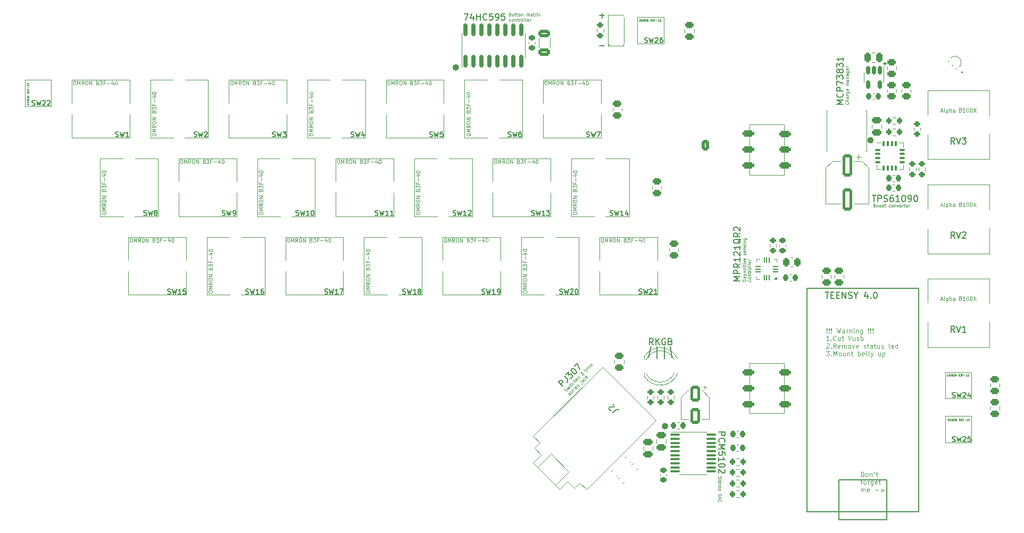
<source format=gbr>
%TF.GenerationSoftware,KiCad,Pcbnew,(6.0.10-0)*%
%TF.CreationDate,2024-12-15T11:01:57+01:00*%
%TF.ProjectId,MiniChord,4d696e69-4368-46f7-9264-2e6b69636164,rev?*%
%TF.SameCoordinates,Original*%
%TF.FileFunction,Legend,Top*%
%TF.FilePolarity,Positive*%
%FSLAX46Y46*%
G04 Gerber Fmt 4.6, Leading zero omitted, Abs format (unit mm)*
G04 Created by KiCad (PCBNEW (6.0.10-0)) date 2024-12-15 11:01:57*
%MOMM*%
%LPD*%
G01*
G04 APERTURE LIST*
G04 Aperture macros list*
%AMRoundRect*
0 Rectangle with rounded corners*
0 $1 Rounding radius*
0 $2 $3 $4 $5 $6 $7 $8 $9 X,Y pos of 4 corners*
0 Add a 4 corners polygon primitive as box body*
4,1,4,$2,$3,$4,$5,$6,$7,$8,$9,$2,$3,0*
0 Add four circle primitives for the rounded corners*
1,1,$1+$1,$2,$3*
1,1,$1+$1,$4,$5*
1,1,$1+$1,$6,$7*
1,1,$1+$1,$8,$9*
0 Add four rect primitives between the rounded corners*
20,1,$1+$1,$2,$3,$4,$5,0*
20,1,$1+$1,$4,$5,$6,$7,0*
20,1,$1+$1,$6,$7,$8,$9,0*
20,1,$1+$1,$8,$9,$2,$3,0*%
%AMHorizOval*
0 Thick line with rounded ends*
0 $1 width*
0 $2 $3 position (X,Y) of the first rounded end (center of the circle)*
0 $4 $5 position (X,Y) of the second rounded end (center of the circle)*
0 Add line between two ends*
20,1,$1,$2,$3,$4,$5,0*
0 Add two circle primitives to create the rounded ends*
1,1,$1,$2,$3*
1,1,$1,$4,$5*%
%AMFreePoly0*
4,1,14,0.354215,0.088284,0.450784,-0.008285,0.462500,-0.036569,0.462500,-0.060000,0.450784,-0.088284,0.422500,-0.100000,-0.422500,-0.100000,-0.450784,-0.088284,-0.462500,-0.060000,-0.462500,0.060000,-0.450784,0.088284,-0.422500,0.100000,0.325931,0.100000,0.354215,0.088284,0.354215,0.088284,$1*%
%AMFreePoly1*
4,1,14,0.450784,0.088284,0.462500,0.060000,0.462500,0.036569,0.450784,0.008285,0.354215,-0.088284,0.325931,-0.100000,-0.422500,-0.100000,-0.450784,-0.088284,-0.462500,-0.060000,-0.462500,0.060000,-0.450784,0.088284,-0.422500,0.100000,0.422500,0.100000,0.450784,0.088284,0.450784,0.088284,$1*%
%AMFreePoly2*
4,1,14,0.088284,0.450784,0.100000,0.422500,0.100000,-0.422500,0.088284,-0.450784,0.060000,-0.462500,-0.060000,-0.462500,-0.088284,-0.450784,-0.100000,-0.422500,-0.100000,0.325931,-0.088284,0.354215,0.008285,0.450784,0.036569,0.462500,0.060000,0.462500,0.088284,0.450784,0.088284,0.450784,$1*%
%AMFreePoly3*
4,1,14,-0.008285,0.450784,0.088284,0.354215,0.100000,0.325931,0.100000,-0.422500,0.088284,-0.450784,0.060000,-0.462500,-0.060000,-0.462500,-0.088284,-0.450784,-0.100000,-0.422500,-0.100000,0.422500,-0.088284,0.450784,-0.060000,0.462500,-0.036569,0.462500,-0.008285,0.450784,-0.008285,0.450784,$1*%
%AMFreePoly4*
4,1,14,0.450784,0.088284,0.462500,0.060000,0.462500,-0.060000,0.450784,-0.088284,0.422500,-0.100000,-0.325931,-0.100000,-0.354215,-0.088284,-0.450784,0.008285,-0.462500,0.036569,-0.462500,0.060000,-0.450784,0.088284,-0.422500,0.100000,0.422500,0.100000,0.450784,0.088284,0.450784,0.088284,$1*%
%AMFreePoly5*
4,1,14,0.450784,0.088284,0.462500,0.060000,0.462500,-0.060000,0.450784,-0.088284,0.422500,-0.100000,-0.422500,-0.100000,-0.450784,-0.088284,-0.462500,-0.060000,-0.462500,-0.036569,-0.450784,-0.008285,-0.354215,0.088284,-0.325931,0.100000,0.422500,0.100000,0.450784,0.088284,0.450784,0.088284,$1*%
%AMFreePoly6*
4,1,14,0.088284,0.450784,0.100000,0.422500,0.100000,-0.325931,0.088284,-0.354215,-0.008285,-0.450784,-0.036569,-0.462500,-0.060000,-0.462500,-0.088284,-0.450784,-0.100000,-0.422500,-0.100000,0.422500,-0.088284,0.450784,-0.060000,0.462500,0.060000,0.462500,0.088284,0.450784,0.088284,0.450784,$1*%
%AMFreePoly7*
4,1,14,0.088284,0.450784,0.100000,0.422500,0.100000,-0.422500,0.088284,-0.450784,0.060000,-0.462500,0.036569,-0.462500,0.008285,-0.450784,-0.088284,-0.354215,-0.100000,-0.325931,-0.100000,0.422500,-0.088284,0.450784,-0.060000,0.462500,0.060000,0.462500,0.088284,0.450784,0.088284,0.450784,$1*%
G04 Aperture macros list end*
%ADD10C,0.522214*%
%ADD11C,0.150000*%
%ADD12C,0.230563*%
%ADD13C,0.275000*%
%ADD14C,0.075000*%
%ADD15C,0.100000*%
%ADD16C,0.070000*%
%ADD17C,0.120000*%
%ADD18C,0.201421*%
%ADD19RoundRect,0.150000X0.150000X-0.825000X0.150000X0.825000X-0.150000X0.825000X-0.150000X-0.825000X0*%
%ADD20RoundRect,0.225000X-0.250000X0.225000X-0.250000X-0.225000X0.250000X-0.225000X0.250000X0.225000X0*%
%ADD21RoundRect,0.200000X-0.275000X0.200000X-0.275000X-0.200000X0.275000X-0.200000X0.275000X0.200000X0*%
%ADD22RoundRect,0.250000X-0.450000X0.262500X-0.450000X-0.262500X0.450000X-0.262500X0.450000X0.262500X0*%
%ADD23RoundRect,0.250000X-0.475000X0.250000X-0.475000X-0.250000X0.475000X-0.250000X0.475000X0.250000X0*%
%ADD24C,1.800000*%
%ADD25C,2.000000*%
%ADD26RoundRect,0.225000X-0.225000X-0.250000X0.225000X-0.250000X0.225000X0.250000X-0.225000X0.250000X0*%
%ADD27RoundRect,0.200000X-0.200000X-0.275000X0.200000X-0.275000X0.200000X0.275000X-0.200000X0.275000X0*%
%ADD28R,1.070000X1.800000*%
%ADD29O,1.070000X1.800000*%
%ADD30RoundRect,0.225000X0.017678X-0.335876X0.335876X-0.017678X-0.017678X0.335876X-0.335876X0.017678X0*%
%ADD31RoundRect,0.050000X0.388909X0.106066X0.106066X0.388909X-0.388909X-0.106066X-0.106066X-0.388909X0*%
%ADD32RoundRect,0.050000X0.300520X0.017678X0.017678X0.300520X-0.300520X-0.017678X-0.017678X-0.300520X0*%
%ADD33RoundRect,0.250000X0.475000X-0.250000X0.475000X0.250000X-0.475000X0.250000X-0.475000X-0.250000X0*%
%ADD34RoundRect,0.250000X0.450000X-0.262500X0.450000X0.262500X-0.450000X0.262500X-0.450000X-0.262500X0*%
%ADD35RoundRect,0.200000X0.275000X-0.200000X0.275000X0.200000X-0.275000X0.200000X-0.275000X-0.200000X0*%
%ADD36R,1.800000X1.800000*%
%ADD37RoundRect,0.225000X0.225000X0.250000X-0.225000X0.250000X-0.225000X-0.250000X0.225000X-0.250000X0*%
%ADD38RoundRect,0.250000X-0.250000X-0.475000X0.250000X-0.475000X0.250000X0.475000X-0.250000X0.475000X0*%
%ADD39C,1.700000*%
%ADD40C,1.600000*%
%ADD41O,1.900000X3.300000*%
%ADD42O,2.050000X1.800000*%
%ADD43RoundRect,0.250000X-0.550000X1.500000X-0.550000X-1.500000X0.550000X-1.500000X0.550000X1.500000X0*%
%ADD44RoundRect,0.250000X-0.262500X-0.450000X0.262500X-0.450000X0.262500X0.450000X-0.262500X0.450000X0*%
%ADD45RoundRect,0.200000X-0.053033X0.335876X-0.335876X0.053033X0.053033X-0.335876X0.335876X-0.053033X0*%
%ADD46RoundRect,0.150000X-0.150000X0.512500X-0.150000X-0.512500X0.150000X-0.512500X0.150000X0.512500X0*%
%ADD47C,1.100000*%
%ADD48C,1.850000*%
%ADD49RoundRect,0.255000X-0.635000X0.255000X-0.635000X-0.255000X0.635000X-0.255000X0.635000X0.255000X0*%
%ADD50RoundRect,0.250000X-0.650000X0.325000X-0.650000X-0.325000X0.650000X-0.325000X0.650000X0.325000X0*%
%ADD51RoundRect,0.087500X-0.325000X-0.087500X0.325000X-0.087500X0.325000X0.087500X-0.325000X0.087500X0*%
%ADD52RoundRect,0.087500X-0.087500X-0.325000X0.087500X-0.325000X0.087500X0.325000X-0.087500X0.325000X0*%
%ADD53R,2.700000X2.700000*%
%ADD54R,5.700000X1.700000*%
%ADD55RoundRect,0.200000X0.053033X-0.335876X0.335876X-0.053033X-0.053033X0.335876X-0.335876X0.053033X0*%
%ADD56RoundRect,0.200000X0.200000X0.275000X-0.200000X0.275000X-0.200000X-0.275000X0.200000X-0.275000X0*%
%ADD57C,1.750000*%
%ADD58HorizOval,1.200000X-0.353553X-0.353553X0.353553X0.353553X0*%
%ADD59HorizOval,1.200000X0.353553X-0.353553X-0.353553X0.353553X0*%
%ADD60HorizOval,1.200000X0.353553X0.353553X-0.353553X-0.353553X0*%
%ADD61RoundRect,0.100000X-0.637500X-0.100000X0.637500X-0.100000X0.637500X0.100000X-0.637500X0.100000X0*%
%ADD62RoundRect,0.250000X-0.550000X1.050000X-0.550000X-1.050000X0.550000X-1.050000X0.550000X1.050000X0*%
%ADD63RoundRect,0.225000X-0.017678X0.335876X-0.335876X0.017678X0.017678X-0.335876X0.335876X-0.017678X0*%
%ADD64FreePoly0,180.000000*%
%ADD65RoundRect,0.050000X0.412500X0.050000X-0.412500X0.050000X-0.412500X-0.050000X0.412500X-0.050000X0*%
%ADD66FreePoly1,180.000000*%
%ADD67FreePoly2,180.000000*%
%ADD68RoundRect,0.050000X0.050000X0.412500X-0.050000X0.412500X-0.050000X-0.412500X0.050000X-0.412500X0*%
%ADD69FreePoly3,180.000000*%
%ADD70FreePoly4,180.000000*%
%ADD71FreePoly5,180.000000*%
%ADD72FreePoly6,180.000000*%
%ADD73FreePoly7,180.000000*%
%ADD74RoundRect,0.250000X0.350000X0.625000X-0.350000X0.625000X-0.350000X-0.625000X0.350000X-0.625000X0*%
%ADD75O,1.200000X1.750000*%
%ADD76C,1.650000*%
G04 APERTURE END LIST*
D10*
X153261107Y-90500000D02*
G75*
G03*
X153261107Y-90500000I-261107J0D01*
G01*
D11*
X121100000Y-123300000D02*
X121400000Y-125100000D01*
X120200000Y-123300000D02*
X120200000Y-125200000D01*
D12*
X138115281Y-112500000D02*
G75*
G03*
X138115281Y-112500000I-115281J0D01*
G01*
D11*
X118100000Y-123300000D02*
X117700000Y-125100000D01*
D13*
X155437500Y-78300000D02*
G75*
G03*
X155437500Y-78300000I-137500J0D01*
G01*
D11*
X119000000Y-123300000D02*
X119000000Y-125200000D01*
D10*
X120561107Y-136000000D02*
G75*
G03*
X120561107Y-136000000I-261107J0D01*
G01*
X87261107Y-78900000D02*
G75*
G03*
X87261107Y-78900000I-261107J0D01*
G01*
D11*
X153292738Y-99252380D02*
X153864166Y-99252380D01*
X153578452Y-100252380D02*
X153578452Y-99252380D01*
X154197500Y-100252380D02*
X154197500Y-99252380D01*
X154578452Y-99252380D01*
X154673690Y-99300000D01*
X154721309Y-99347619D01*
X154768928Y-99442857D01*
X154768928Y-99585714D01*
X154721309Y-99680952D01*
X154673690Y-99728571D01*
X154578452Y-99776190D01*
X154197500Y-99776190D01*
X155149880Y-100204761D02*
X155292738Y-100252380D01*
X155530833Y-100252380D01*
X155626071Y-100204761D01*
X155673690Y-100157142D01*
X155721309Y-100061904D01*
X155721309Y-99966666D01*
X155673690Y-99871428D01*
X155626071Y-99823809D01*
X155530833Y-99776190D01*
X155340357Y-99728571D01*
X155245119Y-99680952D01*
X155197500Y-99633333D01*
X155149880Y-99538095D01*
X155149880Y-99442857D01*
X155197500Y-99347619D01*
X155245119Y-99300000D01*
X155340357Y-99252380D01*
X155578452Y-99252380D01*
X155721309Y-99300000D01*
X156578452Y-99252380D02*
X156387976Y-99252380D01*
X156292738Y-99300000D01*
X156245119Y-99347619D01*
X156149880Y-99490476D01*
X156102261Y-99680952D01*
X156102261Y-100061904D01*
X156149880Y-100157142D01*
X156197500Y-100204761D01*
X156292738Y-100252380D01*
X156483214Y-100252380D01*
X156578452Y-100204761D01*
X156626071Y-100157142D01*
X156673690Y-100061904D01*
X156673690Y-99823809D01*
X156626071Y-99728571D01*
X156578452Y-99680952D01*
X156483214Y-99633333D01*
X156292738Y-99633333D01*
X156197500Y-99680952D01*
X156149880Y-99728571D01*
X156102261Y-99823809D01*
X157626071Y-100252380D02*
X157054642Y-100252380D01*
X157340357Y-100252380D02*
X157340357Y-99252380D01*
X157245119Y-99395238D01*
X157149880Y-99490476D01*
X157054642Y-99538095D01*
X158245119Y-99252380D02*
X158340357Y-99252380D01*
X158435595Y-99300000D01*
X158483214Y-99347619D01*
X158530833Y-99442857D01*
X158578452Y-99633333D01*
X158578452Y-99871428D01*
X158530833Y-100061904D01*
X158483214Y-100157142D01*
X158435595Y-100204761D01*
X158340357Y-100252380D01*
X158245119Y-100252380D01*
X158149880Y-100204761D01*
X158102261Y-100157142D01*
X158054642Y-100061904D01*
X158007023Y-99871428D01*
X158007023Y-99633333D01*
X158054642Y-99442857D01*
X158102261Y-99347619D01*
X158149880Y-99300000D01*
X158245119Y-99252380D01*
X159054642Y-100252380D02*
X159245119Y-100252380D01*
X159340357Y-100204761D01*
X159387976Y-100157142D01*
X159483214Y-100014285D01*
X159530833Y-99823809D01*
X159530833Y-99442857D01*
X159483214Y-99347619D01*
X159435595Y-99300000D01*
X159340357Y-99252380D01*
X159149880Y-99252380D01*
X159054642Y-99300000D01*
X159007023Y-99347619D01*
X158959404Y-99442857D01*
X158959404Y-99680952D01*
X159007023Y-99776190D01*
X159054642Y-99823809D01*
X159149880Y-99871428D01*
X159340357Y-99871428D01*
X159435595Y-99823809D01*
X159483214Y-99776190D01*
X159530833Y-99680952D01*
X160149880Y-99252380D02*
X160245119Y-99252380D01*
X160340357Y-99300000D01*
X160387976Y-99347619D01*
X160435595Y-99442857D01*
X160483214Y-99633333D01*
X160483214Y-99871428D01*
X160435595Y-100061904D01*
X160387976Y-100157142D01*
X160340357Y-100204761D01*
X160245119Y-100252380D01*
X160149880Y-100252380D01*
X160054642Y-100204761D01*
X160007023Y-100157142D01*
X159959404Y-100061904D01*
X159911785Y-99871428D01*
X159911785Y-99633333D01*
X159959404Y-99442857D01*
X160007023Y-99347619D01*
X160054642Y-99300000D01*
X160149880Y-99252380D01*
X88338095Y-70352380D02*
X89004761Y-70352380D01*
X88576190Y-71352380D01*
X89814285Y-70685714D02*
X89814285Y-71352380D01*
X89576190Y-70304761D02*
X89338095Y-71019047D01*
X89957142Y-71019047D01*
X90338095Y-71352380D02*
X90338095Y-70352380D01*
X90338095Y-70828571D02*
X90909523Y-70828571D01*
X90909523Y-71352380D02*
X90909523Y-70352380D01*
X91957142Y-71257142D02*
X91909523Y-71304761D01*
X91766666Y-71352380D01*
X91671428Y-71352380D01*
X91528571Y-71304761D01*
X91433333Y-71209523D01*
X91385714Y-71114285D01*
X91338095Y-70923809D01*
X91338095Y-70780952D01*
X91385714Y-70590476D01*
X91433333Y-70495238D01*
X91528571Y-70400000D01*
X91671428Y-70352380D01*
X91766666Y-70352380D01*
X91909523Y-70400000D01*
X91957142Y-70447619D01*
X92861904Y-70352380D02*
X92385714Y-70352380D01*
X92338095Y-70828571D01*
X92385714Y-70780952D01*
X92480952Y-70733333D01*
X92719047Y-70733333D01*
X92814285Y-70780952D01*
X92861904Y-70828571D01*
X92909523Y-70923809D01*
X92909523Y-71161904D01*
X92861904Y-71257142D01*
X92814285Y-71304761D01*
X92719047Y-71352380D01*
X92480952Y-71352380D01*
X92385714Y-71304761D01*
X92338095Y-71257142D01*
X93385714Y-71352380D02*
X93576190Y-71352380D01*
X93671428Y-71304761D01*
X93719047Y-71257142D01*
X93814285Y-71114285D01*
X93861904Y-70923809D01*
X93861904Y-70542857D01*
X93814285Y-70447619D01*
X93766666Y-70400000D01*
X93671428Y-70352380D01*
X93480952Y-70352380D01*
X93385714Y-70400000D01*
X93338095Y-70447619D01*
X93290476Y-70542857D01*
X93290476Y-70780952D01*
X93338095Y-70876190D01*
X93385714Y-70923809D01*
X93480952Y-70971428D01*
X93671428Y-70971428D01*
X93766666Y-70923809D01*
X93814285Y-70876190D01*
X93861904Y-70780952D01*
X94766666Y-70352380D02*
X94290476Y-70352380D01*
X94242857Y-70828571D01*
X94290476Y-70780952D01*
X94385714Y-70733333D01*
X94623809Y-70733333D01*
X94719047Y-70780952D01*
X94766666Y-70828571D01*
X94814285Y-70923809D01*
X94814285Y-71161904D01*
X94766666Y-71257142D01*
X94719047Y-71304761D01*
X94623809Y-71352380D01*
X94385714Y-71352380D01*
X94290476Y-71304761D01*
X94242857Y-71257142D01*
X132252380Y-112861904D02*
X131252380Y-112861904D01*
X131966666Y-112528571D01*
X131252380Y-112195238D01*
X132252380Y-112195238D01*
X132252380Y-111719047D02*
X131252380Y-111719047D01*
X131252380Y-111338095D01*
X131300000Y-111242857D01*
X131347619Y-111195238D01*
X131442857Y-111147619D01*
X131585714Y-111147619D01*
X131680952Y-111195238D01*
X131728571Y-111242857D01*
X131776190Y-111338095D01*
X131776190Y-111719047D01*
X132252380Y-110147619D02*
X131776190Y-110480952D01*
X132252380Y-110719047D02*
X131252380Y-110719047D01*
X131252380Y-110338095D01*
X131300000Y-110242857D01*
X131347619Y-110195238D01*
X131442857Y-110147619D01*
X131585714Y-110147619D01*
X131680952Y-110195238D01*
X131728571Y-110242857D01*
X131776190Y-110338095D01*
X131776190Y-110719047D01*
X132252380Y-109195238D02*
X132252380Y-109766666D01*
X132252380Y-109480952D02*
X131252380Y-109480952D01*
X131395238Y-109576190D01*
X131490476Y-109671428D01*
X131538095Y-109766666D01*
X131347619Y-108814285D02*
X131300000Y-108766666D01*
X131252380Y-108671428D01*
X131252380Y-108433333D01*
X131300000Y-108338095D01*
X131347619Y-108290476D01*
X131442857Y-108242857D01*
X131538095Y-108242857D01*
X131680952Y-108290476D01*
X132252380Y-108861904D01*
X132252380Y-108242857D01*
X132252380Y-107290476D02*
X132252380Y-107861904D01*
X132252380Y-107576190D02*
X131252380Y-107576190D01*
X131395238Y-107671428D01*
X131490476Y-107766666D01*
X131538095Y-107861904D01*
X132347619Y-106195238D02*
X132300000Y-106290476D01*
X132204761Y-106385714D01*
X132061904Y-106528571D01*
X132014285Y-106623809D01*
X132014285Y-106719047D01*
X132252380Y-106671428D02*
X132204761Y-106766666D01*
X132109523Y-106861904D01*
X131919047Y-106909523D01*
X131585714Y-106909523D01*
X131395238Y-106861904D01*
X131300000Y-106766666D01*
X131252380Y-106671428D01*
X131252380Y-106480952D01*
X131300000Y-106385714D01*
X131395238Y-106290476D01*
X131585714Y-106242857D01*
X131919047Y-106242857D01*
X132109523Y-106290476D01*
X132204761Y-106385714D01*
X132252380Y-106480952D01*
X132252380Y-106671428D01*
X132252380Y-105242857D02*
X131776190Y-105576190D01*
X132252380Y-105814285D02*
X131252380Y-105814285D01*
X131252380Y-105433333D01*
X131300000Y-105338095D01*
X131347619Y-105290476D01*
X131442857Y-105242857D01*
X131585714Y-105242857D01*
X131680952Y-105290476D01*
X131728571Y-105338095D01*
X131776190Y-105433333D01*
X131776190Y-105814285D01*
X131347619Y-104861904D02*
X131300000Y-104814285D01*
X131252380Y-104719047D01*
X131252380Y-104480952D01*
X131300000Y-104385714D01*
X131347619Y-104338095D01*
X131442857Y-104290476D01*
X131538095Y-104290476D01*
X131680952Y-104338095D01*
X132252380Y-104909523D01*
X132252380Y-104290476D01*
X118409523Y-123052380D02*
X118076190Y-122576190D01*
X117838095Y-123052380D02*
X117838095Y-122052380D01*
X118219047Y-122052380D01*
X118314285Y-122100000D01*
X118361904Y-122147619D01*
X118409523Y-122242857D01*
X118409523Y-122385714D01*
X118361904Y-122480952D01*
X118314285Y-122528571D01*
X118219047Y-122576190D01*
X117838095Y-122576190D01*
X118838095Y-123052380D02*
X118838095Y-122052380D01*
X119409523Y-123052380D02*
X118980952Y-122480952D01*
X119409523Y-122052380D02*
X118838095Y-122623809D01*
X120361904Y-122100000D02*
X120266666Y-122052380D01*
X120123809Y-122052380D01*
X119980952Y-122100000D01*
X119885714Y-122195238D01*
X119838095Y-122290476D01*
X119790476Y-122480952D01*
X119790476Y-122623809D01*
X119838095Y-122814285D01*
X119885714Y-122909523D01*
X119980952Y-123004761D01*
X120123809Y-123052380D01*
X120219047Y-123052380D01*
X120361904Y-123004761D01*
X120409523Y-122957142D01*
X120409523Y-122623809D01*
X120219047Y-122623809D01*
X121171428Y-122528571D02*
X121314285Y-122576190D01*
X121361904Y-122623809D01*
X121409523Y-122719047D01*
X121409523Y-122861904D01*
X121361904Y-122957142D01*
X121314285Y-123004761D01*
X121219047Y-123052380D01*
X120838095Y-123052380D01*
X120838095Y-122052380D01*
X121171428Y-122052380D01*
X121266666Y-122100000D01*
X121314285Y-122147619D01*
X121361904Y-122242857D01*
X121361904Y-122338095D01*
X121314285Y-122433333D01*
X121266666Y-122480952D01*
X121171428Y-122528571D01*
X120838095Y-122528571D01*
D14*
X128797619Y-144043988D02*
X128773809Y-144115416D01*
X128773809Y-144234464D01*
X128797619Y-144282083D01*
X128821428Y-144305892D01*
X128869047Y-144329702D01*
X128916666Y-144329702D01*
X128964285Y-144305892D01*
X128988095Y-144282083D01*
X129011904Y-144234464D01*
X129035714Y-144139226D01*
X129059523Y-144091607D01*
X129083333Y-144067797D01*
X129130952Y-144043988D01*
X129178571Y-144043988D01*
X129226190Y-144067797D01*
X129250000Y-144091607D01*
X129273809Y-144139226D01*
X129273809Y-144258273D01*
X129250000Y-144329702D01*
X129107142Y-144472559D02*
X129107142Y-144663035D01*
X129273809Y-144543988D02*
X128845238Y-144543988D01*
X128797619Y-144567797D01*
X128773809Y-144615416D01*
X128773809Y-144663035D01*
X128797619Y-145020178D02*
X128773809Y-144972559D01*
X128773809Y-144877321D01*
X128797619Y-144829702D01*
X128845238Y-144805892D01*
X129035714Y-144805892D01*
X129083333Y-144829702D01*
X129107142Y-144877321D01*
X129107142Y-144972559D01*
X129083333Y-145020178D01*
X129035714Y-145043988D01*
X128988095Y-145043988D01*
X128940476Y-144805892D01*
X128773809Y-145258273D02*
X129107142Y-145258273D01*
X129011904Y-145258273D02*
X129059523Y-145282083D01*
X129083333Y-145305892D01*
X129107142Y-145353511D01*
X129107142Y-145401130D01*
X128797619Y-145758273D02*
X128773809Y-145710654D01*
X128773809Y-145615416D01*
X128797619Y-145567797D01*
X128845238Y-145543988D01*
X129035714Y-145543988D01*
X129083333Y-145567797D01*
X129107142Y-145615416D01*
X129107142Y-145710654D01*
X129083333Y-145758273D01*
X129035714Y-145782083D01*
X128988095Y-145782083D01*
X128940476Y-145543988D01*
X128773809Y-146067797D02*
X128797619Y-146020178D01*
X128821428Y-145996369D01*
X128869047Y-145972559D01*
X129011904Y-145972559D01*
X129059523Y-145996369D01*
X129083333Y-146020178D01*
X129107142Y-146067797D01*
X129107142Y-146139226D01*
X129083333Y-146186845D01*
X129059523Y-146210654D01*
X129011904Y-146234464D01*
X128869047Y-146234464D01*
X128821428Y-146210654D01*
X128797619Y-146186845D01*
X128773809Y-146139226D01*
X128773809Y-146067797D01*
X128773809Y-146829702D02*
X129273809Y-146829702D01*
X129273809Y-146948750D01*
X129250000Y-147020178D01*
X129202380Y-147067797D01*
X129154761Y-147091607D01*
X129059523Y-147115416D01*
X128988095Y-147115416D01*
X128892857Y-147091607D01*
X128845238Y-147067797D01*
X128797619Y-147020178D01*
X128773809Y-146948750D01*
X128773809Y-146829702D01*
X128916666Y-147305892D02*
X128916666Y-147543988D01*
X128773809Y-147258273D02*
X129273809Y-147424940D01*
X128773809Y-147591607D01*
X128821428Y-148043988D02*
X128797619Y-148020178D01*
X128773809Y-147948750D01*
X128773809Y-147901130D01*
X128797619Y-147829702D01*
X128845238Y-147782083D01*
X128892857Y-147758273D01*
X128988095Y-147734464D01*
X129059523Y-147734464D01*
X129154761Y-147758273D01*
X129202380Y-147782083D01*
X129250000Y-147829702D01*
X129273809Y-147901130D01*
X129273809Y-147948750D01*
X129250000Y-148020178D01*
X129226190Y-148043988D01*
X95634464Y-70461785D02*
X95705892Y-70485595D01*
X95729702Y-70509404D01*
X95753511Y-70557023D01*
X95753511Y-70628452D01*
X95729702Y-70676071D01*
X95705892Y-70699880D01*
X95658273Y-70723690D01*
X95467797Y-70723690D01*
X95467797Y-70223690D01*
X95634464Y-70223690D01*
X95682083Y-70247500D01*
X95705892Y-70271309D01*
X95729702Y-70318928D01*
X95729702Y-70366547D01*
X95705892Y-70414166D01*
X95682083Y-70437976D01*
X95634464Y-70461785D01*
X95467797Y-70461785D01*
X96182083Y-70390357D02*
X96182083Y-70723690D01*
X95967797Y-70390357D02*
X95967797Y-70652261D01*
X95991607Y-70699880D01*
X96039226Y-70723690D01*
X96110654Y-70723690D01*
X96158273Y-70699880D01*
X96182083Y-70676071D01*
X96348750Y-70390357D02*
X96539226Y-70390357D01*
X96420178Y-70223690D02*
X96420178Y-70652261D01*
X96443988Y-70699880D01*
X96491607Y-70723690D01*
X96539226Y-70723690D01*
X96634464Y-70390357D02*
X96824940Y-70390357D01*
X96705892Y-70223690D02*
X96705892Y-70652261D01*
X96729702Y-70699880D01*
X96777321Y-70723690D01*
X96824940Y-70723690D01*
X97063035Y-70723690D02*
X97015416Y-70699880D01*
X96991607Y-70676071D01*
X96967797Y-70628452D01*
X96967797Y-70485595D01*
X96991607Y-70437976D01*
X97015416Y-70414166D01*
X97063035Y-70390357D01*
X97134464Y-70390357D01*
X97182083Y-70414166D01*
X97205892Y-70437976D01*
X97229702Y-70485595D01*
X97229702Y-70628452D01*
X97205892Y-70676071D01*
X97182083Y-70699880D01*
X97134464Y-70723690D01*
X97063035Y-70723690D01*
X97443988Y-70390357D02*
X97443988Y-70723690D01*
X97443988Y-70437976D02*
X97467797Y-70414166D01*
X97515416Y-70390357D01*
X97586845Y-70390357D01*
X97634464Y-70414166D01*
X97658273Y-70461785D01*
X97658273Y-70723690D01*
X98277321Y-70723690D02*
X98277321Y-70390357D01*
X98277321Y-70437976D02*
X98301130Y-70414166D01*
X98348750Y-70390357D01*
X98420178Y-70390357D01*
X98467797Y-70414166D01*
X98491607Y-70461785D01*
X98491607Y-70723690D01*
X98491607Y-70461785D02*
X98515416Y-70414166D01*
X98563035Y-70390357D01*
X98634464Y-70390357D01*
X98682083Y-70414166D01*
X98705892Y-70461785D01*
X98705892Y-70723690D01*
X99158273Y-70723690D02*
X99158273Y-70461785D01*
X99134464Y-70414166D01*
X99086845Y-70390357D01*
X98991607Y-70390357D01*
X98943988Y-70414166D01*
X99158273Y-70699880D02*
X99110654Y-70723690D01*
X98991607Y-70723690D01*
X98943988Y-70699880D01*
X98920178Y-70652261D01*
X98920178Y-70604642D01*
X98943988Y-70557023D01*
X98991607Y-70533214D01*
X99110654Y-70533214D01*
X99158273Y-70509404D01*
X99324940Y-70390357D02*
X99515416Y-70390357D01*
X99396369Y-70223690D02*
X99396369Y-70652261D01*
X99420178Y-70699880D01*
X99467797Y-70723690D01*
X99515416Y-70723690D01*
X99682083Y-70723690D02*
X99682083Y-70390357D01*
X99682083Y-70485595D02*
X99705892Y-70437976D01*
X99729702Y-70414166D01*
X99777321Y-70390357D01*
X99824940Y-70390357D01*
X99991607Y-70723690D02*
X99991607Y-70390357D01*
X99991607Y-70223690D02*
X99967797Y-70247500D01*
X99991607Y-70271309D01*
X100015416Y-70247500D01*
X99991607Y-70223690D01*
X99991607Y-70271309D01*
X100182083Y-70723690D02*
X100443988Y-70390357D01*
X100182083Y-70390357D02*
X100443988Y-70723690D01*
X95682083Y-71504880D02*
X95634464Y-71528690D01*
X95539226Y-71528690D01*
X95491607Y-71504880D01*
X95467797Y-71481071D01*
X95443988Y-71433452D01*
X95443988Y-71290595D01*
X95467797Y-71242976D01*
X95491607Y-71219166D01*
X95539226Y-71195357D01*
X95634464Y-71195357D01*
X95682083Y-71219166D01*
X95967797Y-71528690D02*
X95920178Y-71504880D01*
X95896369Y-71481071D01*
X95872559Y-71433452D01*
X95872559Y-71290595D01*
X95896369Y-71242976D01*
X95920178Y-71219166D01*
X95967797Y-71195357D01*
X96039226Y-71195357D01*
X96086845Y-71219166D01*
X96110654Y-71242976D01*
X96134464Y-71290595D01*
X96134464Y-71433452D01*
X96110654Y-71481071D01*
X96086845Y-71504880D01*
X96039226Y-71528690D01*
X95967797Y-71528690D01*
X96348750Y-71195357D02*
X96348750Y-71528690D01*
X96348750Y-71242976D02*
X96372559Y-71219166D01*
X96420178Y-71195357D01*
X96491607Y-71195357D01*
X96539226Y-71219166D01*
X96563035Y-71266785D01*
X96563035Y-71528690D01*
X96729702Y-71195357D02*
X96920178Y-71195357D01*
X96801130Y-71028690D02*
X96801130Y-71457261D01*
X96824940Y-71504880D01*
X96872559Y-71528690D01*
X96920178Y-71528690D01*
X97086845Y-71528690D02*
X97086845Y-71195357D01*
X97086845Y-71290595D02*
X97110654Y-71242976D01*
X97134464Y-71219166D01*
X97182083Y-71195357D01*
X97229702Y-71195357D01*
X97467797Y-71528690D02*
X97420178Y-71504880D01*
X97396369Y-71481071D01*
X97372559Y-71433452D01*
X97372559Y-71290595D01*
X97396369Y-71242976D01*
X97420178Y-71219166D01*
X97467797Y-71195357D01*
X97539226Y-71195357D01*
X97586845Y-71219166D01*
X97610654Y-71242976D01*
X97634464Y-71290595D01*
X97634464Y-71433452D01*
X97610654Y-71481071D01*
X97586845Y-71504880D01*
X97539226Y-71528690D01*
X97467797Y-71528690D01*
X97920178Y-71528690D02*
X97872559Y-71504880D01*
X97848750Y-71457261D01*
X97848750Y-71028690D01*
X98182083Y-71528690D02*
X98134464Y-71504880D01*
X98110654Y-71457261D01*
X98110654Y-71028690D01*
X98563035Y-71504880D02*
X98515416Y-71528690D01*
X98420178Y-71528690D01*
X98372559Y-71504880D01*
X98348750Y-71457261D01*
X98348750Y-71266785D01*
X98372559Y-71219166D01*
X98420178Y-71195357D01*
X98515416Y-71195357D01*
X98563035Y-71219166D01*
X98586845Y-71266785D01*
X98586845Y-71314404D01*
X98348750Y-71362023D01*
X98801130Y-71528690D02*
X98801130Y-71195357D01*
X98801130Y-71290595D02*
X98824940Y-71242976D01*
X98848750Y-71219166D01*
X98896369Y-71195357D01*
X98943988Y-71195357D01*
D11*
X104055160Y-129684602D02*
X103348053Y-128977496D01*
X103617427Y-128708122D01*
X103718442Y-128674450D01*
X103785786Y-128674450D01*
X103886801Y-128708122D01*
X103987816Y-128809137D01*
X104021488Y-128910152D01*
X104021488Y-128977496D01*
X103987816Y-129078511D01*
X103718442Y-129347885D01*
X104257190Y-128068358D02*
X104762267Y-128573435D01*
X104829610Y-128708122D01*
X104829610Y-128842809D01*
X104762267Y-128977496D01*
X104694923Y-129044839D01*
X104526564Y-127798984D02*
X104964297Y-127361251D01*
X104997969Y-127866328D01*
X105098984Y-127765312D01*
X105200000Y-127731641D01*
X105267343Y-127731641D01*
X105368358Y-127765312D01*
X105536717Y-127933671D01*
X105570389Y-128034687D01*
X105570389Y-128102030D01*
X105536717Y-128203045D01*
X105334687Y-128405076D01*
X105233671Y-128438748D01*
X105166328Y-128438748D01*
X105402030Y-126923519D02*
X105469374Y-126856175D01*
X105570389Y-126822503D01*
X105637732Y-126822503D01*
X105738748Y-126856175D01*
X105907106Y-126957190D01*
X106075465Y-127125549D01*
X106176480Y-127293908D01*
X106210152Y-127394923D01*
X106210152Y-127462267D01*
X106176480Y-127563282D01*
X106109137Y-127630625D01*
X106008122Y-127664297D01*
X105940778Y-127664297D01*
X105839763Y-127630625D01*
X105671404Y-127529610D01*
X105503045Y-127361251D01*
X105402030Y-127192893D01*
X105368358Y-127091877D01*
X105368358Y-127024534D01*
X105402030Y-126923519D01*
X105873435Y-126452114D02*
X106344839Y-125980710D01*
X106748900Y-126990862D01*
D15*
X146043571Y-121102857D02*
X146079285Y-121138571D01*
X146043571Y-121174285D01*
X146007857Y-121138571D01*
X146043571Y-121102857D01*
X146043571Y-121174285D01*
X146043571Y-120888571D02*
X146007857Y-120460000D01*
X146043571Y-120424285D01*
X146079285Y-120460000D01*
X146043571Y-120888571D01*
X146043571Y-120424285D01*
X146400714Y-121102857D02*
X146436428Y-121138571D01*
X146400714Y-121174285D01*
X146365000Y-121138571D01*
X146400714Y-121102857D01*
X146400714Y-121174285D01*
X146400714Y-120888571D02*
X146365000Y-120460000D01*
X146400714Y-120424285D01*
X146436428Y-120460000D01*
X146400714Y-120888571D01*
X146400714Y-120424285D01*
X146757857Y-121102857D02*
X146793571Y-121138571D01*
X146757857Y-121174285D01*
X146722142Y-121138571D01*
X146757857Y-121102857D01*
X146757857Y-121174285D01*
X146757857Y-120888571D02*
X146722142Y-120460000D01*
X146757857Y-120424285D01*
X146793571Y-120460000D01*
X146757857Y-120888571D01*
X146757857Y-120424285D01*
X147615000Y-120424285D02*
X147793571Y-121174285D01*
X147936428Y-120638571D01*
X148079285Y-121174285D01*
X148257857Y-120424285D01*
X148865000Y-121174285D02*
X148865000Y-120781428D01*
X148829285Y-120710000D01*
X148757857Y-120674285D01*
X148615000Y-120674285D01*
X148543571Y-120710000D01*
X148865000Y-121138571D02*
X148793571Y-121174285D01*
X148615000Y-121174285D01*
X148543571Y-121138571D01*
X148507857Y-121067142D01*
X148507857Y-120995714D01*
X148543571Y-120924285D01*
X148615000Y-120888571D01*
X148793571Y-120888571D01*
X148865000Y-120852857D01*
X149222142Y-121174285D02*
X149222142Y-120674285D01*
X149222142Y-120817142D02*
X149257857Y-120745714D01*
X149293571Y-120710000D01*
X149365000Y-120674285D01*
X149436428Y-120674285D01*
X149686428Y-120674285D02*
X149686428Y-121174285D01*
X149686428Y-120745714D02*
X149722142Y-120710000D01*
X149793571Y-120674285D01*
X149900714Y-120674285D01*
X149972142Y-120710000D01*
X150007857Y-120781428D01*
X150007857Y-121174285D01*
X150365000Y-121174285D02*
X150365000Y-120674285D01*
X150365000Y-120424285D02*
X150329285Y-120460000D01*
X150365000Y-120495714D01*
X150400714Y-120460000D01*
X150365000Y-120424285D01*
X150365000Y-120495714D01*
X150722142Y-120674285D02*
X150722142Y-121174285D01*
X150722142Y-120745714D02*
X150757857Y-120710000D01*
X150829285Y-120674285D01*
X150936428Y-120674285D01*
X151007857Y-120710000D01*
X151043571Y-120781428D01*
X151043571Y-121174285D01*
X151722142Y-120674285D02*
X151722142Y-121281428D01*
X151686428Y-121352857D01*
X151650714Y-121388571D01*
X151579285Y-121424285D01*
X151472142Y-121424285D01*
X151400714Y-121388571D01*
X151722142Y-121138571D02*
X151650714Y-121174285D01*
X151507857Y-121174285D01*
X151436428Y-121138571D01*
X151400714Y-121102857D01*
X151365000Y-121031428D01*
X151365000Y-120817142D01*
X151400714Y-120745714D01*
X151436428Y-120710000D01*
X151507857Y-120674285D01*
X151650714Y-120674285D01*
X151722142Y-120710000D01*
X152650714Y-121102857D02*
X152686428Y-121138571D01*
X152650714Y-121174285D01*
X152615000Y-121138571D01*
X152650714Y-121102857D01*
X152650714Y-121174285D01*
X152650714Y-120888571D02*
X152615000Y-120460000D01*
X152650714Y-120424285D01*
X152686428Y-120460000D01*
X152650714Y-120888571D01*
X152650714Y-120424285D01*
X153007857Y-121102857D02*
X153043571Y-121138571D01*
X153007857Y-121174285D01*
X152972142Y-121138571D01*
X153007857Y-121102857D01*
X153007857Y-121174285D01*
X153007857Y-120888571D02*
X152972142Y-120460000D01*
X153007857Y-120424285D01*
X153043571Y-120460000D01*
X153007857Y-120888571D01*
X153007857Y-120424285D01*
X153365000Y-121102857D02*
X153400714Y-121138571D01*
X153365000Y-121174285D01*
X153329285Y-121138571D01*
X153365000Y-121102857D01*
X153365000Y-121174285D01*
X153365000Y-120888571D02*
X153329285Y-120460000D01*
X153365000Y-120424285D01*
X153400714Y-120460000D01*
X153365000Y-120888571D01*
X153365000Y-120424285D01*
X146436428Y-122381785D02*
X146007857Y-122381785D01*
X146222142Y-122381785D02*
X146222142Y-121631785D01*
X146150714Y-121738928D01*
X146079285Y-121810357D01*
X146007857Y-121846071D01*
X146757857Y-122310357D02*
X146793571Y-122346071D01*
X146757857Y-122381785D01*
X146722142Y-122346071D01*
X146757857Y-122310357D01*
X146757857Y-122381785D01*
X147543571Y-122310357D02*
X147507857Y-122346071D01*
X147400714Y-122381785D01*
X147329285Y-122381785D01*
X147222142Y-122346071D01*
X147150714Y-122274642D01*
X147115000Y-122203214D01*
X147079285Y-122060357D01*
X147079285Y-121953214D01*
X147115000Y-121810357D01*
X147150714Y-121738928D01*
X147222142Y-121667500D01*
X147329285Y-121631785D01*
X147400714Y-121631785D01*
X147507857Y-121667500D01*
X147543571Y-121703214D01*
X148186428Y-121881785D02*
X148186428Y-122381785D01*
X147865000Y-121881785D02*
X147865000Y-122274642D01*
X147900714Y-122346071D01*
X147972142Y-122381785D01*
X148079285Y-122381785D01*
X148150714Y-122346071D01*
X148186428Y-122310357D01*
X148436428Y-121881785D02*
X148722142Y-121881785D01*
X148543571Y-121631785D02*
X148543571Y-122274642D01*
X148579285Y-122346071D01*
X148650714Y-122381785D01*
X148722142Y-122381785D01*
X149436428Y-121631785D02*
X149686428Y-122381785D01*
X149936428Y-121631785D01*
X150507857Y-121881785D02*
X150507857Y-122381785D01*
X150186428Y-121881785D02*
X150186428Y-122274642D01*
X150222142Y-122346071D01*
X150293571Y-122381785D01*
X150400714Y-122381785D01*
X150472142Y-122346071D01*
X150507857Y-122310357D01*
X150829285Y-122346071D02*
X150900714Y-122381785D01*
X151043571Y-122381785D01*
X151115000Y-122346071D01*
X151150714Y-122274642D01*
X151150714Y-122238928D01*
X151115000Y-122167500D01*
X151043571Y-122131785D01*
X150936428Y-122131785D01*
X150865000Y-122096071D01*
X150829285Y-122024642D01*
X150829285Y-121988928D01*
X150865000Y-121917500D01*
X150936428Y-121881785D01*
X151043571Y-121881785D01*
X151115000Y-121917500D01*
X151472142Y-122381785D02*
X151472142Y-121631785D01*
X151472142Y-121917500D02*
X151543571Y-121881785D01*
X151686428Y-121881785D01*
X151757857Y-121917500D01*
X151793571Y-121953214D01*
X151829285Y-122024642D01*
X151829285Y-122238928D01*
X151793571Y-122310357D01*
X151757857Y-122346071D01*
X151686428Y-122381785D01*
X151543571Y-122381785D01*
X151472142Y-122346071D01*
X146007857Y-122910714D02*
X146043571Y-122875000D01*
X146115000Y-122839285D01*
X146293571Y-122839285D01*
X146365000Y-122875000D01*
X146400714Y-122910714D01*
X146436428Y-122982142D01*
X146436428Y-123053571D01*
X146400714Y-123160714D01*
X145972142Y-123589285D01*
X146436428Y-123589285D01*
X146757857Y-123517857D02*
X146793571Y-123553571D01*
X146757857Y-123589285D01*
X146722142Y-123553571D01*
X146757857Y-123517857D01*
X146757857Y-123589285D01*
X147543571Y-123589285D02*
X147293571Y-123232142D01*
X147115000Y-123589285D02*
X147115000Y-122839285D01*
X147400714Y-122839285D01*
X147472142Y-122875000D01*
X147507857Y-122910714D01*
X147543571Y-122982142D01*
X147543571Y-123089285D01*
X147507857Y-123160714D01*
X147472142Y-123196428D01*
X147400714Y-123232142D01*
X147115000Y-123232142D01*
X148150714Y-123553571D02*
X148079285Y-123589285D01*
X147936428Y-123589285D01*
X147865000Y-123553571D01*
X147829285Y-123482142D01*
X147829285Y-123196428D01*
X147865000Y-123125000D01*
X147936428Y-123089285D01*
X148079285Y-123089285D01*
X148150714Y-123125000D01*
X148186428Y-123196428D01*
X148186428Y-123267857D01*
X147829285Y-123339285D01*
X148507857Y-123589285D02*
X148507857Y-123089285D01*
X148507857Y-123160714D02*
X148543571Y-123125000D01*
X148615000Y-123089285D01*
X148722142Y-123089285D01*
X148793571Y-123125000D01*
X148829285Y-123196428D01*
X148829285Y-123589285D01*
X148829285Y-123196428D02*
X148865000Y-123125000D01*
X148936428Y-123089285D01*
X149043571Y-123089285D01*
X149115000Y-123125000D01*
X149150714Y-123196428D01*
X149150714Y-123589285D01*
X149615000Y-123589285D02*
X149543571Y-123553571D01*
X149507857Y-123517857D01*
X149472142Y-123446428D01*
X149472142Y-123232142D01*
X149507857Y-123160714D01*
X149543571Y-123125000D01*
X149615000Y-123089285D01*
X149722142Y-123089285D01*
X149793571Y-123125000D01*
X149829285Y-123160714D01*
X149865000Y-123232142D01*
X149865000Y-123446428D01*
X149829285Y-123517857D01*
X149793571Y-123553571D01*
X149722142Y-123589285D01*
X149615000Y-123589285D01*
X150115000Y-123089285D02*
X150293571Y-123589285D01*
X150472142Y-123089285D01*
X151043571Y-123553571D02*
X150972142Y-123589285D01*
X150829285Y-123589285D01*
X150757857Y-123553571D01*
X150722142Y-123482142D01*
X150722142Y-123196428D01*
X150757857Y-123125000D01*
X150829285Y-123089285D01*
X150972142Y-123089285D01*
X151043571Y-123125000D01*
X151079285Y-123196428D01*
X151079285Y-123267857D01*
X150722142Y-123339285D01*
X151936428Y-123553571D02*
X152007857Y-123589285D01*
X152150714Y-123589285D01*
X152222142Y-123553571D01*
X152257857Y-123482142D01*
X152257857Y-123446428D01*
X152222142Y-123375000D01*
X152150714Y-123339285D01*
X152043571Y-123339285D01*
X151972142Y-123303571D01*
X151936428Y-123232142D01*
X151936428Y-123196428D01*
X151972142Y-123125000D01*
X152043571Y-123089285D01*
X152150714Y-123089285D01*
X152222142Y-123125000D01*
X152472142Y-123089285D02*
X152757857Y-123089285D01*
X152579285Y-122839285D02*
X152579285Y-123482142D01*
X152615000Y-123553571D01*
X152686428Y-123589285D01*
X152757857Y-123589285D01*
X153329285Y-123589285D02*
X153329285Y-123196428D01*
X153293571Y-123125000D01*
X153222142Y-123089285D01*
X153079285Y-123089285D01*
X153007857Y-123125000D01*
X153329285Y-123553571D02*
X153257857Y-123589285D01*
X153079285Y-123589285D01*
X153007857Y-123553571D01*
X152972142Y-123482142D01*
X152972142Y-123410714D01*
X153007857Y-123339285D01*
X153079285Y-123303571D01*
X153257857Y-123303571D01*
X153329285Y-123267857D01*
X153579285Y-123089285D02*
X153865000Y-123089285D01*
X153686428Y-122839285D02*
X153686428Y-123482142D01*
X153722142Y-123553571D01*
X153793571Y-123589285D01*
X153865000Y-123589285D01*
X154436428Y-123089285D02*
X154436428Y-123589285D01*
X154115000Y-123089285D02*
X154115000Y-123482142D01*
X154150714Y-123553571D01*
X154222142Y-123589285D01*
X154329285Y-123589285D01*
X154400714Y-123553571D01*
X154436428Y-123517857D01*
X154757857Y-123553571D02*
X154829285Y-123589285D01*
X154972142Y-123589285D01*
X155043571Y-123553571D01*
X155079285Y-123482142D01*
X155079285Y-123446428D01*
X155043571Y-123375000D01*
X154972142Y-123339285D01*
X154865000Y-123339285D01*
X154793571Y-123303571D01*
X154757857Y-123232142D01*
X154757857Y-123196428D01*
X154793571Y-123125000D01*
X154865000Y-123089285D01*
X154972142Y-123089285D01*
X155043571Y-123125000D01*
X156079285Y-123589285D02*
X156007857Y-123553571D01*
X155972142Y-123482142D01*
X155972142Y-122839285D01*
X156650714Y-123553571D02*
X156579285Y-123589285D01*
X156436428Y-123589285D01*
X156365000Y-123553571D01*
X156329285Y-123482142D01*
X156329285Y-123196428D01*
X156365000Y-123125000D01*
X156436428Y-123089285D01*
X156579285Y-123089285D01*
X156650714Y-123125000D01*
X156686428Y-123196428D01*
X156686428Y-123267857D01*
X156329285Y-123339285D01*
X157329285Y-123589285D02*
X157329285Y-122839285D01*
X157329285Y-123553571D02*
X157257857Y-123589285D01*
X157115000Y-123589285D01*
X157043571Y-123553571D01*
X157007857Y-123517857D01*
X156972142Y-123446428D01*
X156972142Y-123232142D01*
X157007857Y-123160714D01*
X157043571Y-123125000D01*
X157115000Y-123089285D01*
X157257857Y-123089285D01*
X157329285Y-123125000D01*
X145972142Y-124046785D02*
X146436428Y-124046785D01*
X146186428Y-124332500D01*
X146293571Y-124332500D01*
X146365000Y-124368214D01*
X146400714Y-124403928D01*
X146436428Y-124475357D01*
X146436428Y-124653928D01*
X146400714Y-124725357D01*
X146365000Y-124761071D01*
X146293571Y-124796785D01*
X146079285Y-124796785D01*
X146007857Y-124761071D01*
X145972142Y-124725357D01*
X146757857Y-124725357D02*
X146793571Y-124761071D01*
X146757857Y-124796785D01*
X146722142Y-124761071D01*
X146757857Y-124725357D01*
X146757857Y-124796785D01*
X147115000Y-124796785D02*
X147115000Y-124046785D01*
X147365000Y-124582500D01*
X147615000Y-124046785D01*
X147615000Y-124796785D01*
X148079285Y-124796785D02*
X148007857Y-124761071D01*
X147972142Y-124725357D01*
X147936428Y-124653928D01*
X147936428Y-124439642D01*
X147972142Y-124368214D01*
X148007857Y-124332500D01*
X148079285Y-124296785D01*
X148186428Y-124296785D01*
X148257857Y-124332500D01*
X148293571Y-124368214D01*
X148329285Y-124439642D01*
X148329285Y-124653928D01*
X148293571Y-124725357D01*
X148257857Y-124761071D01*
X148186428Y-124796785D01*
X148079285Y-124796785D01*
X148972142Y-124296785D02*
X148972142Y-124796785D01*
X148650714Y-124296785D02*
X148650714Y-124689642D01*
X148686428Y-124761071D01*
X148757857Y-124796785D01*
X148865000Y-124796785D01*
X148936428Y-124761071D01*
X148972142Y-124725357D01*
X149329285Y-124296785D02*
X149329285Y-124796785D01*
X149329285Y-124368214D02*
X149365000Y-124332500D01*
X149436428Y-124296785D01*
X149543571Y-124296785D01*
X149615000Y-124332500D01*
X149650714Y-124403928D01*
X149650714Y-124796785D01*
X149900714Y-124296785D02*
X150186428Y-124296785D01*
X150007857Y-124046785D02*
X150007857Y-124689642D01*
X150043571Y-124761071D01*
X150115000Y-124796785D01*
X150186428Y-124796785D01*
X151007857Y-124796785D02*
X151007857Y-124046785D01*
X151007857Y-124332500D02*
X151079285Y-124296785D01*
X151222142Y-124296785D01*
X151293571Y-124332500D01*
X151329285Y-124368214D01*
X151365000Y-124439642D01*
X151365000Y-124653928D01*
X151329285Y-124725357D01*
X151293571Y-124761071D01*
X151222142Y-124796785D01*
X151079285Y-124796785D01*
X151007857Y-124761071D01*
X151972142Y-124761071D02*
X151900714Y-124796785D01*
X151757857Y-124796785D01*
X151686428Y-124761071D01*
X151650714Y-124689642D01*
X151650714Y-124403928D01*
X151686428Y-124332500D01*
X151757857Y-124296785D01*
X151900714Y-124296785D01*
X151972142Y-124332500D01*
X152007857Y-124403928D01*
X152007857Y-124475357D01*
X151650714Y-124546785D01*
X152436428Y-124796785D02*
X152365000Y-124761071D01*
X152329285Y-124689642D01*
X152329285Y-124046785D01*
X152829285Y-124796785D02*
X152757857Y-124761071D01*
X152722142Y-124689642D01*
X152722142Y-124046785D01*
X153043571Y-124296785D02*
X153222142Y-124796785D01*
X153400714Y-124296785D02*
X153222142Y-124796785D01*
X153150714Y-124975357D01*
X153115000Y-125011071D01*
X153043571Y-125046785D01*
X154579285Y-124296785D02*
X154579285Y-124796785D01*
X154257857Y-124296785D02*
X154257857Y-124689642D01*
X154293571Y-124761071D01*
X154365000Y-124796785D01*
X154472142Y-124796785D01*
X154543571Y-124761071D01*
X154579285Y-124725357D01*
X154936428Y-124296785D02*
X154936428Y-125046785D01*
X154936428Y-124332500D02*
X155007857Y-124296785D01*
X155150714Y-124296785D01*
X155222142Y-124332500D01*
X155257857Y-124368214D01*
X155293571Y-124439642D01*
X155293571Y-124653928D01*
X155257857Y-124725357D01*
X155222142Y-124761071D01*
X155150714Y-124796785D01*
X155007857Y-124796785D01*
X154936428Y-124761071D01*
D14*
X104560309Y-130456679D02*
X104627653Y-130423008D01*
X104711832Y-130338828D01*
X104728668Y-130288321D01*
X104728668Y-130254649D01*
X104711832Y-130204141D01*
X104678161Y-130170470D01*
X104627653Y-130153634D01*
X104593981Y-130153634D01*
X104543474Y-130170470D01*
X104459294Y-130220977D01*
X104408787Y-130237813D01*
X104375115Y-130237813D01*
X104324607Y-130220977D01*
X104290935Y-130187305D01*
X104274100Y-130136798D01*
X104274100Y-130103126D01*
X104290935Y-130052618D01*
X104375115Y-129968439D01*
X104442458Y-129934767D01*
X104661325Y-129917931D02*
X104964370Y-130086290D01*
X104863355Y-129850588D01*
X105099057Y-129951603D01*
X104930699Y-129648557D01*
X105301088Y-129749573D02*
X105065386Y-129513870D01*
X104947535Y-129396019D02*
X104947535Y-129429691D01*
X104981206Y-129429691D01*
X104981206Y-129396019D01*
X104947535Y-129396019D01*
X104981206Y-129429691D01*
X105183237Y-129396019D02*
X105317924Y-129261332D01*
X105115893Y-129227661D02*
X105418939Y-129530706D01*
X105469447Y-129547542D01*
X105519954Y-129530706D01*
X105553626Y-129497035D01*
X105806164Y-129210825D02*
X105789328Y-129261332D01*
X105721985Y-129328676D01*
X105671477Y-129345512D01*
X105637805Y-129345512D01*
X105587298Y-129328676D01*
X105486283Y-129227661D01*
X105469447Y-129177153D01*
X105469447Y-129143481D01*
X105486283Y-129092974D01*
X105553626Y-129025630D01*
X105604134Y-129008794D01*
X105974523Y-129076138D02*
X105620970Y-128722584D01*
X106126046Y-128924615D02*
X105940851Y-128739420D01*
X105890344Y-128722584D01*
X105839836Y-128739420D01*
X105789328Y-128789928D01*
X105772492Y-128840435D01*
X105772492Y-128874107D01*
X106412256Y-128604733D02*
X106395420Y-128655241D01*
X106328076Y-128722584D01*
X106277569Y-128739420D01*
X106227061Y-128722584D01*
X106092374Y-128587897D01*
X106075538Y-128537390D01*
X106092374Y-128486882D01*
X106159718Y-128419539D01*
X106210225Y-128402703D01*
X106260733Y-128419539D01*
X106294405Y-128453210D01*
X106159718Y-128655241D01*
X106748973Y-128301687D02*
X106395420Y-127948134D01*
X106732137Y-128284852D02*
X106715301Y-128335359D01*
X106647958Y-128402703D01*
X106597450Y-128419539D01*
X106563779Y-128419539D01*
X106513271Y-128402703D01*
X106412256Y-128301687D01*
X106395420Y-128251180D01*
X106395420Y-128217508D01*
X106412256Y-128167000D01*
X106479599Y-128099657D01*
X106530107Y-128082821D01*
X106799481Y-127544073D02*
X107018347Y-127325207D01*
X107035183Y-127577745D01*
X107085691Y-127527237D01*
X107136198Y-127510401D01*
X107169870Y-127510401D01*
X107220378Y-127527237D01*
X107304557Y-127611416D01*
X107321393Y-127661924D01*
X107321393Y-127695596D01*
X107304557Y-127746103D01*
X107203542Y-127847119D01*
X107153034Y-127863955D01*
X107119363Y-127863955D01*
X107489752Y-127493565D02*
X107523424Y-127493565D01*
X107523424Y-127527237D01*
X107489752Y-127527237D01*
X107489752Y-127493565D01*
X107523424Y-127527237D01*
X107506588Y-126836966D02*
X107338229Y-127005325D01*
X107489752Y-127190520D01*
X107489752Y-127156848D01*
X107506588Y-127106340D01*
X107590767Y-127022161D01*
X107641275Y-127005325D01*
X107674946Y-127005325D01*
X107725454Y-127022161D01*
X107809633Y-127106340D01*
X107826469Y-127156848D01*
X107826469Y-127190520D01*
X107809633Y-127241027D01*
X107725454Y-127325207D01*
X107674946Y-127342042D01*
X107641275Y-127342042D01*
X108028500Y-127022161D02*
X107792798Y-126786459D01*
X107826469Y-126820130D02*
X107826469Y-126786459D01*
X107843305Y-126735951D01*
X107893813Y-126685443D01*
X107944320Y-126668607D01*
X107994828Y-126685443D01*
X108180023Y-126870638D01*
X107994828Y-126685443D02*
X107977992Y-126634936D01*
X107994828Y-126584428D01*
X108045336Y-126533920D01*
X108095843Y-126517085D01*
X108146351Y-126533920D01*
X108331546Y-126719115D01*
X108499904Y-126550756D02*
X108264202Y-126315054D01*
X108297874Y-126348726D02*
X108297874Y-126315054D01*
X108314710Y-126264546D01*
X108365217Y-126214039D01*
X108415725Y-126197203D01*
X108466233Y-126214039D01*
X108651427Y-126399233D01*
X108466233Y-126214039D02*
X108449397Y-126163531D01*
X108466233Y-126113024D01*
X108516740Y-126062516D01*
X108567248Y-126045680D01*
X108617755Y-126062516D01*
X108802950Y-126247711D01*
X105129530Y-131025900D02*
X105180038Y-131009065D01*
X105247382Y-130941721D01*
X105264217Y-130891213D01*
X105247382Y-130840706D01*
X105230546Y-130823870D01*
X105180038Y-130807034D01*
X105129530Y-130823870D01*
X105079023Y-130874378D01*
X105028515Y-130891213D01*
X104978008Y-130874378D01*
X104961172Y-130857542D01*
X104944336Y-130807034D01*
X104961172Y-130756526D01*
X105011679Y-130706019D01*
X105062187Y-130689183D01*
X105163202Y-130554496D02*
X105297889Y-130419809D01*
X105095859Y-130386137D02*
X105398904Y-130689183D01*
X105449412Y-130706019D01*
X105499920Y-130689183D01*
X105533591Y-130655511D01*
X105769294Y-130386137D02*
X105752458Y-130436645D01*
X105685114Y-130503988D01*
X105634607Y-130520824D01*
X105584099Y-130503988D01*
X105449412Y-130369301D01*
X105432576Y-130318794D01*
X105449412Y-130268286D01*
X105516756Y-130200943D01*
X105567263Y-130184107D01*
X105617771Y-130200943D01*
X105651443Y-130234614D01*
X105516756Y-130436645D01*
X105954488Y-130234614D02*
X105718786Y-129998912D01*
X105786130Y-130066256D02*
X105769294Y-130015748D01*
X105769294Y-129982076D01*
X105786130Y-129931569D01*
X105819801Y-129897897D01*
X106291206Y-129864225D02*
X106274370Y-129914733D01*
X106207026Y-129982076D01*
X106156519Y-129998912D01*
X106106011Y-129982076D01*
X105971324Y-129847389D01*
X105954488Y-129796882D01*
X105971324Y-129746374D01*
X106038668Y-129679030D01*
X106089175Y-129662195D01*
X106139683Y-129679030D01*
X106173355Y-129712702D01*
X106038668Y-129914733D01*
X106526908Y-129662195D02*
X106476400Y-129679030D01*
X106442729Y-129679030D01*
X106392221Y-129662195D01*
X106291206Y-129561179D01*
X106274370Y-129510672D01*
X106274370Y-129477000D01*
X106291206Y-129426492D01*
X106341713Y-129375985D01*
X106392221Y-129359149D01*
X106425893Y-129359149D01*
X106476400Y-129375985D01*
X106577416Y-129477000D01*
X106594252Y-129527508D01*
X106594252Y-129561179D01*
X106577416Y-129611687D01*
X106526908Y-129662195D01*
X106829954Y-128887744D02*
X107133000Y-129190790D01*
X107149835Y-129241298D01*
X107133000Y-129291805D01*
X107116164Y-129308641D01*
X106712103Y-128769893D02*
X106712103Y-128803565D01*
X106745774Y-128803565D01*
X106745774Y-128769893D01*
X106712103Y-128769893D01*
X106745774Y-128803565D01*
X107385538Y-128803565D02*
X107200343Y-128618370D01*
X107149835Y-128601534D01*
X107099328Y-128618370D01*
X107031984Y-128685714D01*
X107015148Y-128736221D01*
X107368702Y-128786729D02*
X107351866Y-128837237D01*
X107267687Y-128921416D01*
X107217179Y-128938252D01*
X107166671Y-128921416D01*
X107133000Y-128887744D01*
X107116164Y-128837237D01*
X107133000Y-128786729D01*
X107217179Y-128702550D01*
X107234015Y-128652042D01*
X107688584Y-128466847D02*
X107671748Y-128517355D01*
X107604404Y-128584699D01*
X107553897Y-128601534D01*
X107520225Y-128601534D01*
X107469717Y-128584699D01*
X107368702Y-128483683D01*
X107351866Y-128433176D01*
X107351866Y-128399504D01*
X107368702Y-128348996D01*
X107436045Y-128281653D01*
X107486553Y-128264817D01*
X107856942Y-128332160D02*
X107503389Y-127978607D01*
X107755927Y-128163802D02*
X107991629Y-128197473D01*
X107755927Y-127961771D02*
X107755927Y-128231145D01*
D15*
X151493571Y-144028035D02*
X151493571Y-143278035D01*
X151672142Y-143278035D01*
X151779285Y-143313750D01*
X151850714Y-143385178D01*
X151886428Y-143456607D01*
X151922142Y-143599464D01*
X151922142Y-143706607D01*
X151886428Y-143849464D01*
X151850714Y-143920892D01*
X151779285Y-143992321D01*
X151672142Y-144028035D01*
X151493571Y-144028035D01*
X152350714Y-144028035D02*
X152279285Y-143992321D01*
X152243571Y-143956607D01*
X152207857Y-143885178D01*
X152207857Y-143670892D01*
X152243571Y-143599464D01*
X152279285Y-143563750D01*
X152350714Y-143528035D01*
X152457857Y-143528035D01*
X152529285Y-143563750D01*
X152565000Y-143599464D01*
X152600714Y-143670892D01*
X152600714Y-143885178D01*
X152565000Y-143956607D01*
X152529285Y-143992321D01*
X152457857Y-144028035D01*
X152350714Y-144028035D01*
X152922142Y-143528035D02*
X152922142Y-144028035D01*
X152922142Y-143599464D02*
X152957857Y-143563750D01*
X153029285Y-143528035D01*
X153136428Y-143528035D01*
X153207857Y-143563750D01*
X153243571Y-143635178D01*
X153243571Y-144028035D01*
X153636428Y-143278035D02*
X153565000Y-143420892D01*
X153850714Y-143528035D02*
X154136428Y-143528035D01*
X153957857Y-143278035D02*
X153957857Y-143920892D01*
X153993571Y-143992321D01*
X154065000Y-144028035D01*
X154136428Y-144028035D01*
X151386428Y-144735535D02*
X151672142Y-144735535D01*
X151493571Y-145235535D02*
X151493571Y-144592678D01*
X151529285Y-144521250D01*
X151600714Y-144485535D01*
X151672142Y-144485535D01*
X152029285Y-145235535D02*
X151957857Y-145199821D01*
X151922142Y-145164107D01*
X151886428Y-145092678D01*
X151886428Y-144878392D01*
X151922142Y-144806964D01*
X151957857Y-144771250D01*
X152029285Y-144735535D01*
X152136428Y-144735535D01*
X152207857Y-144771250D01*
X152243571Y-144806964D01*
X152279285Y-144878392D01*
X152279285Y-145092678D01*
X152243571Y-145164107D01*
X152207857Y-145199821D01*
X152136428Y-145235535D01*
X152029285Y-145235535D01*
X152600714Y-145235535D02*
X152600714Y-144735535D01*
X152600714Y-144878392D02*
X152636428Y-144806964D01*
X152672142Y-144771250D01*
X152743571Y-144735535D01*
X152815000Y-144735535D01*
X153386428Y-144735535D02*
X153386428Y-145342678D01*
X153350714Y-145414107D01*
X153315000Y-145449821D01*
X153243571Y-145485535D01*
X153136428Y-145485535D01*
X153065000Y-145449821D01*
X153386428Y-145199821D02*
X153315000Y-145235535D01*
X153172142Y-145235535D01*
X153100714Y-145199821D01*
X153065000Y-145164107D01*
X153029285Y-145092678D01*
X153029285Y-144878392D01*
X153065000Y-144806964D01*
X153100714Y-144771250D01*
X153172142Y-144735535D01*
X153315000Y-144735535D01*
X153386428Y-144771250D01*
X154029285Y-145199821D02*
X153957857Y-145235535D01*
X153815000Y-145235535D01*
X153743571Y-145199821D01*
X153707857Y-145128392D01*
X153707857Y-144842678D01*
X153743571Y-144771250D01*
X153815000Y-144735535D01*
X153957857Y-144735535D01*
X154029285Y-144771250D01*
X154065000Y-144842678D01*
X154065000Y-144914107D01*
X153707857Y-144985535D01*
X154279285Y-144735535D02*
X154565000Y-144735535D01*
X154386428Y-144485535D02*
X154386428Y-145128392D01*
X154422142Y-145199821D01*
X154493571Y-145235535D01*
X154565000Y-145235535D01*
X151493571Y-146443035D02*
X151493571Y-145943035D01*
X151493571Y-146014464D02*
X151529285Y-145978750D01*
X151600714Y-145943035D01*
X151707857Y-145943035D01*
X151779285Y-145978750D01*
X151815000Y-146050178D01*
X151815000Y-146443035D01*
X151815000Y-146050178D02*
X151850714Y-145978750D01*
X151922142Y-145943035D01*
X152029285Y-145943035D01*
X152100714Y-145978750D01*
X152136428Y-146050178D01*
X152136428Y-146443035D01*
X152779285Y-146407321D02*
X152707857Y-146443035D01*
X152565000Y-146443035D01*
X152493571Y-146407321D01*
X152457857Y-146335892D01*
X152457857Y-146050178D01*
X152493571Y-145978750D01*
X152565000Y-145943035D01*
X152707857Y-145943035D01*
X152779285Y-145978750D01*
X152815000Y-146050178D01*
X152815000Y-146121607D01*
X152457857Y-146193035D01*
X153707857Y-146157321D02*
X154279285Y-146157321D01*
X154636428Y-145943035D02*
X155207857Y-146157321D01*
X154636428Y-146371607D01*
D11*
X109919047Y-70656428D02*
X110680952Y-70656428D01*
X110300000Y-71037380D02*
X110300000Y-70275476D01*
X109919047Y-75486428D02*
X110680952Y-75486428D01*
X145792738Y-114652380D02*
X146364166Y-114652380D01*
X146078452Y-115652380D02*
X146078452Y-114652380D01*
X146697500Y-115128571D02*
X147030833Y-115128571D01*
X147173690Y-115652380D02*
X146697500Y-115652380D01*
X146697500Y-114652380D01*
X147173690Y-114652380D01*
X147602261Y-115128571D02*
X147935595Y-115128571D01*
X148078452Y-115652380D02*
X147602261Y-115652380D01*
X147602261Y-114652380D01*
X148078452Y-114652380D01*
X148507023Y-115652380D02*
X148507023Y-114652380D01*
X149078452Y-115652380D01*
X149078452Y-114652380D01*
X149507023Y-115604761D02*
X149649880Y-115652380D01*
X149887976Y-115652380D01*
X149983214Y-115604761D01*
X150030833Y-115557142D01*
X150078452Y-115461904D01*
X150078452Y-115366666D01*
X150030833Y-115271428D01*
X149983214Y-115223809D01*
X149887976Y-115176190D01*
X149697500Y-115128571D01*
X149602261Y-115080952D01*
X149554642Y-115033333D01*
X149507023Y-114938095D01*
X149507023Y-114842857D01*
X149554642Y-114747619D01*
X149602261Y-114700000D01*
X149697500Y-114652380D01*
X149935595Y-114652380D01*
X150078452Y-114700000D01*
X150697500Y-115176190D02*
X150697500Y-115652380D01*
X150364166Y-114652380D02*
X150697500Y-115176190D01*
X151030833Y-114652380D01*
X152554642Y-114985714D02*
X152554642Y-115652380D01*
X152316547Y-114604761D02*
X152078452Y-115319047D01*
X152697500Y-115319047D01*
X153078452Y-115557142D02*
X153126071Y-115604761D01*
X153078452Y-115652380D01*
X153030833Y-115604761D01*
X153078452Y-115557142D01*
X153078452Y-115652380D01*
X153745119Y-114652380D02*
X153840357Y-114652380D01*
X153935595Y-114700000D01*
X153983214Y-114747619D01*
X154030833Y-114842857D01*
X154078452Y-115033333D01*
X154078452Y-115271428D01*
X154030833Y-115461904D01*
X153983214Y-115557142D01*
X153935595Y-115604761D01*
X153840357Y-115652380D01*
X153745119Y-115652380D01*
X153649880Y-115604761D01*
X153602261Y-115557142D01*
X153554642Y-115461904D01*
X153507023Y-115271428D01*
X153507023Y-115033333D01*
X153554642Y-114842857D01*
X153602261Y-114747619D01*
X153649880Y-114700000D01*
X153745119Y-114652380D01*
D14*
X133076071Y-112646488D02*
X133099880Y-112670297D01*
X133123690Y-112741726D01*
X133123690Y-112789345D01*
X133099880Y-112860773D01*
X133052261Y-112908392D01*
X133004642Y-112932202D01*
X132909404Y-112956011D01*
X132837976Y-112956011D01*
X132742738Y-112932202D01*
X132695119Y-112908392D01*
X132647500Y-112860773D01*
X132623690Y-112789345D01*
X132623690Y-112741726D01*
X132647500Y-112670297D01*
X132671309Y-112646488D01*
X133123690Y-112217916D02*
X132861785Y-112217916D01*
X132814166Y-112241726D01*
X132790357Y-112289345D01*
X132790357Y-112384583D01*
X132814166Y-112432202D01*
X133099880Y-112217916D02*
X133123690Y-112265535D01*
X133123690Y-112384583D01*
X133099880Y-112432202D01*
X133052261Y-112456011D01*
X133004642Y-112456011D01*
X132957023Y-112432202D01*
X132933214Y-112384583D01*
X132933214Y-112265535D01*
X132909404Y-112217916D01*
X132790357Y-111979821D02*
X133290357Y-111979821D01*
X132814166Y-111979821D02*
X132790357Y-111932202D01*
X132790357Y-111836964D01*
X132814166Y-111789345D01*
X132837976Y-111765535D01*
X132885595Y-111741726D01*
X133028452Y-111741726D01*
X133076071Y-111765535D01*
X133099880Y-111789345D01*
X133123690Y-111836964D01*
X133123690Y-111932202D01*
X133099880Y-111979821D01*
X133123690Y-111313154D02*
X132861785Y-111313154D01*
X132814166Y-111336964D01*
X132790357Y-111384583D01*
X132790357Y-111479821D01*
X132814166Y-111527440D01*
X133099880Y-111313154D02*
X133123690Y-111360773D01*
X133123690Y-111479821D01*
X133099880Y-111527440D01*
X133052261Y-111551250D01*
X133004642Y-111551250D01*
X132957023Y-111527440D01*
X132933214Y-111479821D01*
X132933214Y-111360773D01*
X132909404Y-111313154D01*
X133099880Y-110860773D02*
X133123690Y-110908392D01*
X133123690Y-111003630D01*
X133099880Y-111051250D01*
X133076071Y-111075059D01*
X133028452Y-111098869D01*
X132885595Y-111098869D01*
X132837976Y-111075059D01*
X132814166Y-111051250D01*
X132790357Y-111003630D01*
X132790357Y-110908392D01*
X132814166Y-110860773D01*
X133123690Y-110646488D02*
X132790357Y-110646488D01*
X132623690Y-110646488D02*
X132647500Y-110670297D01*
X132671309Y-110646488D01*
X132647500Y-110622678D01*
X132623690Y-110646488D01*
X132671309Y-110646488D01*
X132790357Y-110479821D02*
X132790357Y-110289345D01*
X132623690Y-110408392D02*
X133052261Y-110408392D01*
X133099880Y-110384583D01*
X133123690Y-110336964D01*
X133123690Y-110289345D01*
X133123690Y-110122678D02*
X132790357Y-110122678D01*
X132623690Y-110122678D02*
X132647500Y-110146488D01*
X132671309Y-110122678D01*
X132647500Y-110098869D01*
X132623690Y-110122678D01*
X132671309Y-110122678D01*
X132790357Y-109932202D02*
X133123690Y-109813154D01*
X132790357Y-109694107D01*
X133099880Y-109313154D02*
X133123690Y-109360773D01*
X133123690Y-109456011D01*
X133099880Y-109503630D01*
X133052261Y-109527440D01*
X132861785Y-109527440D01*
X132814166Y-109503630D01*
X132790357Y-109456011D01*
X132790357Y-109360773D01*
X132814166Y-109313154D01*
X132861785Y-109289345D01*
X132909404Y-109289345D01*
X132957023Y-109527440D01*
X133099880Y-108717916D02*
X133123690Y-108670297D01*
X133123690Y-108575059D01*
X133099880Y-108527440D01*
X133052261Y-108503630D01*
X133028452Y-108503630D01*
X132980833Y-108527440D01*
X132957023Y-108575059D01*
X132957023Y-108646488D01*
X132933214Y-108694107D01*
X132885595Y-108717916D01*
X132861785Y-108717916D01*
X132814166Y-108694107D01*
X132790357Y-108646488D01*
X132790357Y-108575059D01*
X132814166Y-108527440D01*
X133099880Y-108098869D02*
X133123690Y-108146488D01*
X133123690Y-108241726D01*
X133099880Y-108289345D01*
X133052261Y-108313154D01*
X132861785Y-108313154D01*
X132814166Y-108289345D01*
X132790357Y-108241726D01*
X132790357Y-108146488D01*
X132814166Y-108098869D01*
X132861785Y-108075059D01*
X132909404Y-108075059D01*
X132957023Y-108313154D01*
X132790357Y-107860773D02*
X133123690Y-107860773D01*
X132837976Y-107860773D02*
X132814166Y-107836964D01*
X132790357Y-107789345D01*
X132790357Y-107717916D01*
X132814166Y-107670297D01*
X132861785Y-107646488D01*
X133123690Y-107646488D01*
X133099880Y-107432202D02*
X133123690Y-107384583D01*
X133123690Y-107289345D01*
X133099880Y-107241726D01*
X133052261Y-107217916D01*
X133028452Y-107217916D01*
X132980833Y-107241726D01*
X132957023Y-107289345D01*
X132957023Y-107360773D01*
X132933214Y-107408392D01*
X132885595Y-107432202D01*
X132861785Y-107432202D01*
X132814166Y-107408392D01*
X132790357Y-107360773D01*
X132790357Y-107289345D01*
X132814166Y-107241726D01*
X133123690Y-107003630D02*
X132790357Y-107003630D01*
X132623690Y-107003630D02*
X132647500Y-107027440D01*
X132671309Y-107003630D01*
X132647500Y-106979821D01*
X132623690Y-107003630D01*
X132671309Y-107003630D01*
X132790357Y-106765535D02*
X133123690Y-106765535D01*
X132837976Y-106765535D02*
X132814166Y-106741726D01*
X132790357Y-106694107D01*
X132790357Y-106622678D01*
X132814166Y-106575059D01*
X132861785Y-106551250D01*
X133123690Y-106551250D01*
X132790357Y-106098869D02*
X133195119Y-106098869D01*
X133242738Y-106122678D01*
X133266547Y-106146488D01*
X133290357Y-106194107D01*
X133290357Y-106265535D01*
X133266547Y-106313154D01*
X133099880Y-106098869D02*
X133123690Y-106146488D01*
X133123690Y-106241726D01*
X133099880Y-106289345D01*
X133076071Y-106313154D01*
X133028452Y-106336964D01*
X132885595Y-106336964D01*
X132837976Y-106313154D01*
X132814166Y-106289345D01*
X132790357Y-106241726D01*
X132790357Y-106146488D01*
X132814166Y-106098869D01*
X133904880Y-112717916D02*
X133928690Y-112765535D01*
X133928690Y-112860773D01*
X133904880Y-112908392D01*
X133881071Y-112932202D01*
X133833452Y-112956011D01*
X133690595Y-112956011D01*
X133642976Y-112932202D01*
X133619166Y-112908392D01*
X133595357Y-112860773D01*
X133595357Y-112765535D01*
X133619166Y-112717916D01*
X133928690Y-112432202D02*
X133904880Y-112479821D01*
X133881071Y-112503630D01*
X133833452Y-112527440D01*
X133690595Y-112527440D01*
X133642976Y-112503630D01*
X133619166Y-112479821D01*
X133595357Y-112432202D01*
X133595357Y-112360773D01*
X133619166Y-112313154D01*
X133642976Y-112289345D01*
X133690595Y-112265535D01*
X133833452Y-112265535D01*
X133881071Y-112289345D01*
X133904880Y-112313154D01*
X133928690Y-112360773D01*
X133928690Y-112432202D01*
X133595357Y-112051250D02*
X133928690Y-112051250D01*
X133642976Y-112051250D02*
X133619166Y-112027440D01*
X133595357Y-111979821D01*
X133595357Y-111908392D01*
X133619166Y-111860773D01*
X133666785Y-111836964D01*
X133928690Y-111836964D01*
X133595357Y-111670297D02*
X133595357Y-111479821D01*
X133428690Y-111598869D02*
X133857261Y-111598869D01*
X133904880Y-111575059D01*
X133928690Y-111527440D01*
X133928690Y-111479821D01*
X133928690Y-111313154D02*
X133595357Y-111313154D01*
X133690595Y-111313154D02*
X133642976Y-111289345D01*
X133619166Y-111265535D01*
X133595357Y-111217916D01*
X133595357Y-111170297D01*
X133928690Y-110932202D02*
X133904880Y-110979821D01*
X133881071Y-111003630D01*
X133833452Y-111027440D01*
X133690595Y-111027440D01*
X133642976Y-111003630D01*
X133619166Y-110979821D01*
X133595357Y-110932202D01*
X133595357Y-110860773D01*
X133619166Y-110813154D01*
X133642976Y-110789345D01*
X133690595Y-110765535D01*
X133833452Y-110765535D01*
X133881071Y-110789345D01*
X133904880Y-110813154D01*
X133928690Y-110860773D01*
X133928690Y-110932202D01*
X133928690Y-110479821D02*
X133904880Y-110527440D01*
X133857261Y-110551250D01*
X133428690Y-110551250D01*
X133928690Y-110217916D02*
X133904880Y-110265535D01*
X133857261Y-110289345D01*
X133428690Y-110289345D01*
X133904880Y-109836964D02*
X133928690Y-109884583D01*
X133928690Y-109979821D01*
X133904880Y-110027440D01*
X133857261Y-110051250D01*
X133666785Y-110051250D01*
X133619166Y-110027440D01*
X133595357Y-109979821D01*
X133595357Y-109884583D01*
X133619166Y-109836964D01*
X133666785Y-109813154D01*
X133714404Y-109813154D01*
X133762023Y-110051250D01*
X133928690Y-109598869D02*
X133595357Y-109598869D01*
X133690595Y-109598869D02*
X133642976Y-109575059D01*
X133619166Y-109551250D01*
X133595357Y-109503630D01*
X133595357Y-109456011D01*
D11*
X128847619Y-136961904D02*
X129847619Y-136961904D01*
X129847619Y-137342857D01*
X129800000Y-137438095D01*
X129752380Y-137485714D01*
X129657142Y-137533333D01*
X129514285Y-137533333D01*
X129419047Y-137485714D01*
X129371428Y-137438095D01*
X129323809Y-137342857D01*
X129323809Y-136961904D01*
X128942857Y-138533333D02*
X128895238Y-138485714D01*
X128847619Y-138342857D01*
X128847619Y-138247619D01*
X128895238Y-138104761D01*
X128990476Y-138009523D01*
X129085714Y-137961904D01*
X129276190Y-137914285D01*
X129419047Y-137914285D01*
X129609523Y-137961904D01*
X129704761Y-138009523D01*
X129800000Y-138104761D01*
X129847619Y-138247619D01*
X129847619Y-138342857D01*
X129800000Y-138485714D01*
X129752380Y-138533333D01*
X128847619Y-138961904D02*
X129847619Y-138961904D01*
X129133333Y-139295238D01*
X129847619Y-139628571D01*
X128847619Y-139628571D01*
X129847619Y-140580952D02*
X129847619Y-140104761D01*
X129371428Y-140057142D01*
X129419047Y-140104761D01*
X129466666Y-140200000D01*
X129466666Y-140438095D01*
X129419047Y-140533333D01*
X129371428Y-140580952D01*
X129276190Y-140628571D01*
X129038095Y-140628571D01*
X128942857Y-140580952D01*
X128895238Y-140533333D01*
X128847619Y-140438095D01*
X128847619Y-140200000D01*
X128895238Y-140104761D01*
X128942857Y-140057142D01*
X128847619Y-141580952D02*
X128847619Y-141009523D01*
X128847619Y-141295238D02*
X129847619Y-141295238D01*
X129704761Y-141200000D01*
X129609523Y-141104761D01*
X129561904Y-141009523D01*
X129847619Y-142200000D02*
X129847619Y-142295238D01*
X129800000Y-142390476D01*
X129752380Y-142438095D01*
X129657142Y-142485714D01*
X129466666Y-142533333D01*
X129228571Y-142533333D01*
X129038095Y-142485714D01*
X128942857Y-142438095D01*
X128895238Y-142390476D01*
X128847619Y-142295238D01*
X128847619Y-142200000D01*
X128895238Y-142104761D01*
X128942857Y-142057142D01*
X129038095Y-142009523D01*
X129228571Y-141961904D01*
X129466666Y-141961904D01*
X129657142Y-142009523D01*
X129752380Y-142057142D01*
X129800000Y-142104761D01*
X129847619Y-142200000D01*
X129752380Y-142914285D02*
X129800000Y-142961904D01*
X129847619Y-143057142D01*
X129847619Y-143295238D01*
X129800000Y-143390476D01*
X129752380Y-143438095D01*
X129657142Y-143485714D01*
X129561904Y-143485714D01*
X129419047Y-143438095D01*
X128847619Y-142866666D01*
X128847619Y-143485714D01*
D14*
X153634464Y-100864285D02*
X153705892Y-100888095D01*
X153729702Y-100911904D01*
X153753511Y-100959523D01*
X153753511Y-101030952D01*
X153729702Y-101078571D01*
X153705892Y-101102380D01*
X153658273Y-101126190D01*
X153467797Y-101126190D01*
X153467797Y-100626190D01*
X153634464Y-100626190D01*
X153682083Y-100650000D01*
X153705892Y-100673809D01*
X153729702Y-100721428D01*
X153729702Y-100769047D01*
X153705892Y-100816666D01*
X153682083Y-100840476D01*
X153634464Y-100864285D01*
X153467797Y-100864285D01*
X154039226Y-101126190D02*
X153991607Y-101102380D01*
X153967797Y-101078571D01*
X153943988Y-101030952D01*
X153943988Y-100888095D01*
X153967797Y-100840476D01*
X153991607Y-100816666D01*
X154039226Y-100792857D01*
X154110654Y-100792857D01*
X154158273Y-100816666D01*
X154182083Y-100840476D01*
X154205892Y-100888095D01*
X154205892Y-101030952D01*
X154182083Y-101078571D01*
X154158273Y-101102380D01*
X154110654Y-101126190D01*
X154039226Y-101126190D01*
X154491607Y-101126190D02*
X154443988Y-101102380D01*
X154420178Y-101078571D01*
X154396369Y-101030952D01*
X154396369Y-100888095D01*
X154420178Y-100840476D01*
X154443988Y-100816666D01*
X154491607Y-100792857D01*
X154563035Y-100792857D01*
X154610654Y-100816666D01*
X154634464Y-100840476D01*
X154658273Y-100888095D01*
X154658273Y-101030952D01*
X154634464Y-101078571D01*
X154610654Y-101102380D01*
X154563035Y-101126190D01*
X154491607Y-101126190D01*
X154848750Y-101102380D02*
X154896369Y-101126190D01*
X154991607Y-101126190D01*
X155039226Y-101102380D01*
X155063035Y-101054761D01*
X155063035Y-101030952D01*
X155039226Y-100983333D01*
X154991607Y-100959523D01*
X154920178Y-100959523D01*
X154872559Y-100935714D01*
X154848750Y-100888095D01*
X154848750Y-100864285D01*
X154872559Y-100816666D01*
X154920178Y-100792857D01*
X154991607Y-100792857D01*
X155039226Y-100816666D01*
X155205892Y-100792857D02*
X155396369Y-100792857D01*
X155277321Y-100626190D02*
X155277321Y-101054761D01*
X155301130Y-101102380D01*
X155348750Y-101126190D01*
X155396369Y-101126190D01*
X156158273Y-101102380D02*
X156110654Y-101126190D01*
X156015416Y-101126190D01*
X155967797Y-101102380D01*
X155943988Y-101078571D01*
X155920178Y-101030952D01*
X155920178Y-100888095D01*
X155943988Y-100840476D01*
X155967797Y-100816666D01*
X156015416Y-100792857D01*
X156110654Y-100792857D01*
X156158273Y-100816666D01*
X156443988Y-101126190D02*
X156396369Y-101102380D01*
X156372559Y-101078571D01*
X156348750Y-101030952D01*
X156348750Y-100888095D01*
X156372559Y-100840476D01*
X156396369Y-100816666D01*
X156443988Y-100792857D01*
X156515416Y-100792857D01*
X156563035Y-100816666D01*
X156586845Y-100840476D01*
X156610654Y-100888095D01*
X156610654Y-101030952D01*
X156586845Y-101078571D01*
X156563035Y-101102380D01*
X156515416Y-101126190D01*
X156443988Y-101126190D01*
X156824940Y-100792857D02*
X156824940Y-101126190D01*
X156824940Y-100840476D02*
X156848750Y-100816666D01*
X156896369Y-100792857D01*
X156967797Y-100792857D01*
X157015416Y-100816666D01*
X157039226Y-100864285D01*
X157039226Y-101126190D01*
X157229702Y-100792857D02*
X157348750Y-101126190D01*
X157467797Y-100792857D01*
X157848750Y-101102380D02*
X157801130Y-101126190D01*
X157705892Y-101126190D01*
X157658273Y-101102380D01*
X157634464Y-101054761D01*
X157634464Y-100864285D01*
X157658273Y-100816666D01*
X157705892Y-100792857D01*
X157801130Y-100792857D01*
X157848750Y-100816666D01*
X157872559Y-100864285D01*
X157872559Y-100911904D01*
X157634464Y-100959523D01*
X158086845Y-101126190D02*
X158086845Y-100792857D01*
X158086845Y-100888095D02*
X158110654Y-100840476D01*
X158134464Y-100816666D01*
X158182083Y-100792857D01*
X158229702Y-100792857D01*
X158324940Y-100792857D02*
X158515416Y-100792857D01*
X158396369Y-100626190D02*
X158396369Y-101054761D01*
X158420178Y-101102380D01*
X158467797Y-101126190D01*
X158515416Y-101126190D01*
X158872559Y-101102380D02*
X158824940Y-101126190D01*
X158729702Y-101126190D01*
X158682083Y-101102380D01*
X158658273Y-101054761D01*
X158658273Y-100864285D01*
X158682083Y-100816666D01*
X158729702Y-100792857D01*
X158824940Y-100792857D01*
X158872559Y-100816666D01*
X158896369Y-100864285D01*
X158896369Y-100911904D01*
X158658273Y-100959523D01*
X159110654Y-101126190D02*
X159110654Y-100792857D01*
X159110654Y-100888095D02*
X159134464Y-100840476D01*
X159158273Y-100816666D01*
X159205892Y-100792857D01*
X159253511Y-100792857D01*
D11*
X148652380Y-84764404D02*
X147652380Y-84764404D01*
X148366666Y-84431071D01*
X147652380Y-84097738D01*
X148652380Y-84097738D01*
X148557142Y-83050119D02*
X148604761Y-83097738D01*
X148652380Y-83240595D01*
X148652380Y-83335833D01*
X148604761Y-83478690D01*
X148509523Y-83573928D01*
X148414285Y-83621547D01*
X148223809Y-83669166D01*
X148080952Y-83669166D01*
X147890476Y-83621547D01*
X147795238Y-83573928D01*
X147700000Y-83478690D01*
X147652380Y-83335833D01*
X147652380Y-83240595D01*
X147700000Y-83097738D01*
X147747619Y-83050119D01*
X148652380Y-82621547D02*
X147652380Y-82621547D01*
X147652380Y-82240595D01*
X147700000Y-82145357D01*
X147747619Y-82097738D01*
X147842857Y-82050119D01*
X147985714Y-82050119D01*
X148080952Y-82097738D01*
X148128571Y-82145357D01*
X148176190Y-82240595D01*
X148176190Y-82621547D01*
X147652380Y-81716785D02*
X147652380Y-81050119D01*
X148652380Y-81478690D01*
X147652380Y-80764404D02*
X147652380Y-80145357D01*
X148033333Y-80478690D01*
X148033333Y-80335833D01*
X148080952Y-80240595D01*
X148128571Y-80192976D01*
X148223809Y-80145357D01*
X148461904Y-80145357D01*
X148557142Y-80192976D01*
X148604761Y-80240595D01*
X148652380Y-80335833D01*
X148652380Y-80621547D01*
X148604761Y-80716785D01*
X148557142Y-80764404D01*
X148080952Y-79573928D02*
X148033333Y-79669166D01*
X147985714Y-79716785D01*
X147890476Y-79764404D01*
X147842857Y-79764404D01*
X147747619Y-79716785D01*
X147700000Y-79669166D01*
X147652380Y-79573928D01*
X147652380Y-79383452D01*
X147700000Y-79288214D01*
X147747619Y-79240595D01*
X147842857Y-79192976D01*
X147890476Y-79192976D01*
X147985714Y-79240595D01*
X148033333Y-79288214D01*
X148080952Y-79383452D01*
X148080952Y-79573928D01*
X148128571Y-79669166D01*
X148176190Y-79716785D01*
X148271428Y-79764404D01*
X148461904Y-79764404D01*
X148557142Y-79716785D01*
X148604761Y-79669166D01*
X148652380Y-79573928D01*
X148652380Y-79383452D01*
X148604761Y-79288214D01*
X148557142Y-79240595D01*
X148461904Y-79192976D01*
X148271428Y-79192976D01*
X148176190Y-79240595D01*
X148128571Y-79288214D01*
X148080952Y-79383452D01*
X147652380Y-78859642D02*
X147652380Y-78240595D01*
X148033333Y-78573928D01*
X148033333Y-78431071D01*
X148080952Y-78335833D01*
X148128571Y-78288214D01*
X148223809Y-78240595D01*
X148461904Y-78240595D01*
X148557142Y-78288214D01*
X148604761Y-78335833D01*
X148652380Y-78431071D01*
X148652380Y-78716785D01*
X148604761Y-78812023D01*
X148557142Y-78859642D01*
X148652380Y-77288214D02*
X148652380Y-77859642D01*
X148652380Y-77573928D02*
X147652380Y-77573928D01*
X147795238Y-77669166D01*
X147890476Y-77764404D01*
X147938095Y-77859642D01*
D14*
X149478571Y-84446488D02*
X149502380Y-84470297D01*
X149526190Y-84541726D01*
X149526190Y-84589345D01*
X149502380Y-84660773D01*
X149454761Y-84708392D01*
X149407142Y-84732202D01*
X149311904Y-84756011D01*
X149240476Y-84756011D01*
X149145238Y-84732202D01*
X149097619Y-84708392D01*
X149050000Y-84660773D01*
X149026190Y-84589345D01*
X149026190Y-84541726D01*
X149050000Y-84470297D01*
X149073809Y-84446488D01*
X149526190Y-84232202D02*
X149026190Y-84232202D01*
X149526190Y-84017916D02*
X149264285Y-84017916D01*
X149216666Y-84041726D01*
X149192857Y-84089345D01*
X149192857Y-84160773D01*
X149216666Y-84208392D01*
X149240476Y-84232202D01*
X149526190Y-83565535D02*
X149264285Y-83565535D01*
X149216666Y-83589345D01*
X149192857Y-83636964D01*
X149192857Y-83732202D01*
X149216666Y-83779821D01*
X149502380Y-83565535D02*
X149526190Y-83613154D01*
X149526190Y-83732202D01*
X149502380Y-83779821D01*
X149454761Y-83803630D01*
X149407142Y-83803630D01*
X149359523Y-83779821D01*
X149335714Y-83732202D01*
X149335714Y-83613154D01*
X149311904Y-83565535D01*
X149526190Y-83327440D02*
X149192857Y-83327440D01*
X149288095Y-83327440D02*
X149240476Y-83303630D01*
X149216666Y-83279821D01*
X149192857Y-83232202D01*
X149192857Y-83184583D01*
X149192857Y-82803630D02*
X149597619Y-82803630D01*
X149645238Y-82827440D01*
X149669047Y-82851250D01*
X149692857Y-82898869D01*
X149692857Y-82970297D01*
X149669047Y-83017916D01*
X149502380Y-82803630D02*
X149526190Y-82851250D01*
X149526190Y-82946488D01*
X149502380Y-82994107D01*
X149478571Y-83017916D01*
X149430952Y-83041726D01*
X149288095Y-83041726D01*
X149240476Y-83017916D01*
X149216666Y-82994107D01*
X149192857Y-82946488D01*
X149192857Y-82851250D01*
X149216666Y-82803630D01*
X149502380Y-82375059D02*
X149526190Y-82422678D01*
X149526190Y-82517916D01*
X149502380Y-82565535D01*
X149454761Y-82589345D01*
X149264285Y-82589345D01*
X149216666Y-82565535D01*
X149192857Y-82517916D01*
X149192857Y-82422678D01*
X149216666Y-82375059D01*
X149264285Y-82351250D01*
X149311904Y-82351250D01*
X149359523Y-82589345D01*
X149526190Y-81756011D02*
X149192857Y-81756011D01*
X149240476Y-81756011D02*
X149216666Y-81732202D01*
X149192857Y-81684583D01*
X149192857Y-81613154D01*
X149216666Y-81565535D01*
X149264285Y-81541726D01*
X149526190Y-81541726D01*
X149264285Y-81541726D02*
X149216666Y-81517916D01*
X149192857Y-81470297D01*
X149192857Y-81398869D01*
X149216666Y-81351250D01*
X149264285Y-81327440D01*
X149526190Y-81327440D01*
X149526190Y-80875059D02*
X149264285Y-80875059D01*
X149216666Y-80898869D01*
X149192857Y-80946488D01*
X149192857Y-81041726D01*
X149216666Y-81089345D01*
X149502380Y-80875059D02*
X149526190Y-80922678D01*
X149526190Y-81041726D01*
X149502380Y-81089345D01*
X149454761Y-81113154D01*
X149407142Y-81113154D01*
X149359523Y-81089345D01*
X149335714Y-81041726D01*
X149335714Y-80922678D01*
X149311904Y-80875059D01*
X149192857Y-80636964D02*
X149526190Y-80636964D01*
X149240476Y-80636964D02*
X149216666Y-80613154D01*
X149192857Y-80565535D01*
X149192857Y-80494107D01*
X149216666Y-80446488D01*
X149264285Y-80422678D01*
X149526190Y-80422678D01*
X149526190Y-79970297D02*
X149264285Y-79970297D01*
X149216666Y-79994107D01*
X149192857Y-80041726D01*
X149192857Y-80136964D01*
X149216666Y-80184583D01*
X149502380Y-79970297D02*
X149526190Y-80017916D01*
X149526190Y-80136964D01*
X149502380Y-80184583D01*
X149454761Y-80208392D01*
X149407142Y-80208392D01*
X149359523Y-80184583D01*
X149335714Y-80136964D01*
X149335714Y-80017916D01*
X149311904Y-79970297D01*
X149192857Y-79517916D02*
X149597619Y-79517916D01*
X149645238Y-79541726D01*
X149669047Y-79565535D01*
X149692857Y-79613154D01*
X149692857Y-79684583D01*
X149669047Y-79732202D01*
X149502380Y-79517916D02*
X149526190Y-79565535D01*
X149526190Y-79660773D01*
X149502380Y-79708392D01*
X149478571Y-79732202D01*
X149430952Y-79756011D01*
X149288095Y-79756011D01*
X149240476Y-79732202D01*
X149216666Y-79708392D01*
X149192857Y-79660773D01*
X149192857Y-79565535D01*
X149216666Y-79517916D01*
X149502380Y-79089345D02*
X149526190Y-79136964D01*
X149526190Y-79232202D01*
X149502380Y-79279821D01*
X149454761Y-79303630D01*
X149264285Y-79303630D01*
X149216666Y-79279821D01*
X149192857Y-79232202D01*
X149192857Y-79136964D01*
X149216666Y-79089345D01*
X149264285Y-79065535D01*
X149311904Y-79065535D01*
X149359523Y-79303630D01*
X149526190Y-78851250D02*
X149192857Y-78851250D01*
X149288095Y-78851250D02*
X149240476Y-78827440D01*
X149216666Y-78803630D01*
X149192857Y-78756011D01*
X149192857Y-78708392D01*
D11*
%TO.C,SW11*%
X74152380Y-102423809D02*
X74266666Y-102461904D01*
X74457142Y-102461904D01*
X74533333Y-102423809D01*
X74571428Y-102385714D01*
X74609523Y-102309523D01*
X74609523Y-102233333D01*
X74571428Y-102157142D01*
X74533333Y-102119047D01*
X74457142Y-102080952D01*
X74304761Y-102042857D01*
X74228571Y-102004761D01*
X74190476Y-101966666D01*
X74152380Y-101890476D01*
X74152380Y-101814285D01*
X74190476Y-101738095D01*
X74228571Y-101700000D01*
X74304761Y-101661904D01*
X74495238Y-101661904D01*
X74609523Y-101700000D01*
X74876190Y-101661904D02*
X75066666Y-102461904D01*
X75219047Y-101890476D01*
X75371428Y-102461904D01*
X75561904Y-101661904D01*
X76285714Y-102461904D02*
X75828571Y-102461904D01*
X76057142Y-102461904D02*
X76057142Y-101661904D01*
X75980952Y-101776190D01*
X75904761Y-101852380D01*
X75828571Y-101890476D01*
X77047619Y-102461904D02*
X76590476Y-102461904D01*
X76819047Y-102461904D02*
X76819047Y-101661904D01*
X76742857Y-101776190D01*
X76666666Y-101852380D01*
X76590476Y-101890476D01*
D15*
X68257142Y-93571428D02*
X68371428Y-93571428D01*
X68428571Y-93600000D01*
X68485714Y-93657142D01*
X68514285Y-93771428D01*
X68514285Y-93971428D01*
X68485714Y-94085714D01*
X68428571Y-94142857D01*
X68371428Y-94171428D01*
X68257142Y-94171428D01*
X68200000Y-94142857D01*
X68142857Y-94085714D01*
X68114285Y-93971428D01*
X68114285Y-93771428D01*
X68142857Y-93657142D01*
X68200000Y-93600000D01*
X68257142Y-93571428D01*
X68771428Y-94171428D02*
X68771428Y-93571428D01*
X68971428Y-94000000D01*
X69171428Y-93571428D01*
X69171428Y-94171428D01*
X69800000Y-94171428D02*
X69600000Y-93885714D01*
X69457142Y-94171428D02*
X69457142Y-93571428D01*
X69685714Y-93571428D01*
X69742857Y-93600000D01*
X69771428Y-93628571D01*
X69800000Y-93685714D01*
X69800000Y-93771428D01*
X69771428Y-93828571D01*
X69742857Y-93857142D01*
X69685714Y-93885714D01*
X69457142Y-93885714D01*
X70171428Y-93571428D02*
X70285714Y-93571428D01*
X70342857Y-93600000D01*
X70400000Y-93657142D01*
X70428571Y-93771428D01*
X70428571Y-93971428D01*
X70400000Y-94085714D01*
X70342857Y-94142857D01*
X70285714Y-94171428D01*
X70171428Y-94171428D01*
X70114285Y-94142857D01*
X70057142Y-94085714D01*
X70028571Y-93971428D01*
X70028571Y-93771428D01*
X70057142Y-93657142D01*
X70114285Y-93600000D01*
X70171428Y-93571428D01*
X70685714Y-94171428D02*
X70685714Y-93571428D01*
X71028571Y-94171428D01*
X71028571Y-93571428D01*
X71971428Y-93857142D02*
X72057142Y-93885714D01*
X72085714Y-93914285D01*
X72114285Y-93971428D01*
X72114285Y-94057142D01*
X72085714Y-94114285D01*
X72057142Y-94142857D01*
X72000000Y-94171428D01*
X71771428Y-94171428D01*
X71771428Y-93571428D01*
X71971428Y-93571428D01*
X72028571Y-93600000D01*
X72057142Y-93628571D01*
X72085714Y-93685714D01*
X72085714Y-93742857D01*
X72057142Y-93800000D01*
X72028571Y-93828571D01*
X71971428Y-93857142D01*
X71771428Y-93857142D01*
X72314285Y-93571428D02*
X72685714Y-93571428D01*
X72485714Y-93800000D01*
X72571428Y-93800000D01*
X72628571Y-93828571D01*
X72657142Y-93857142D01*
X72685714Y-93914285D01*
X72685714Y-94057142D01*
X72657142Y-94114285D01*
X72628571Y-94142857D01*
X72571428Y-94171428D01*
X72400000Y-94171428D01*
X72342857Y-94142857D01*
X72314285Y-94114285D01*
X73142857Y-93857142D02*
X72942857Y-93857142D01*
X72942857Y-94171428D02*
X72942857Y-93571428D01*
X73228571Y-93571428D01*
X73457142Y-93942857D02*
X73914285Y-93942857D01*
X74457142Y-93771428D02*
X74457142Y-94171428D01*
X74314285Y-93542857D02*
X74171428Y-93971428D01*
X74542857Y-93971428D01*
X74885714Y-93571428D02*
X74942857Y-93571428D01*
X75000000Y-93600000D01*
X75028571Y-93628571D01*
X75057142Y-93685714D01*
X75085714Y-93800000D01*
X75085714Y-93942857D01*
X75057142Y-94057142D01*
X75028571Y-94114285D01*
X75000000Y-94142857D01*
X74942857Y-94171428D01*
X74885714Y-94171428D01*
X74828571Y-94142857D01*
X74800000Y-94114285D01*
X74771428Y-94057142D01*
X74742857Y-93942857D01*
X74742857Y-93800000D01*
X74771428Y-93685714D01*
X74800000Y-93628571D01*
X74828571Y-93600000D01*
X74885714Y-93571428D01*
D11*
%TO.C,SW26*%
X117052380Y-74923809D02*
X117166666Y-74961904D01*
X117357142Y-74961904D01*
X117433333Y-74923809D01*
X117471428Y-74885714D01*
X117509523Y-74809523D01*
X117509523Y-74733333D01*
X117471428Y-74657142D01*
X117433333Y-74619047D01*
X117357142Y-74580952D01*
X117204761Y-74542857D01*
X117128571Y-74504761D01*
X117090476Y-74466666D01*
X117052380Y-74390476D01*
X117052380Y-74314285D01*
X117090476Y-74238095D01*
X117128571Y-74200000D01*
X117204761Y-74161904D01*
X117395238Y-74161904D01*
X117509523Y-74200000D01*
X117776190Y-74161904D02*
X117966666Y-74961904D01*
X118119047Y-74390476D01*
X118271428Y-74961904D01*
X118461904Y-74161904D01*
X118728571Y-74238095D02*
X118766666Y-74200000D01*
X118842857Y-74161904D01*
X119033333Y-74161904D01*
X119109523Y-74200000D01*
X119147619Y-74238095D01*
X119185714Y-74314285D01*
X119185714Y-74390476D01*
X119147619Y-74504761D01*
X118690476Y-74961904D01*
X119185714Y-74961904D01*
X119871428Y-74161904D02*
X119719047Y-74161904D01*
X119642857Y-74200000D01*
X119604761Y-74238095D01*
X119528571Y-74352380D01*
X119490476Y-74504761D01*
X119490476Y-74809523D01*
X119528571Y-74885714D01*
X119566666Y-74923809D01*
X119642857Y-74961904D01*
X119795238Y-74961904D01*
X119871428Y-74923809D01*
X119909523Y-74885714D01*
X119947619Y-74809523D01*
X119947619Y-74619047D01*
X119909523Y-74542857D01*
X119871428Y-74504761D01*
X119795238Y-74466666D01*
X119642857Y-74466666D01*
X119566666Y-74504761D01*
X119528571Y-74542857D01*
X119490476Y-74619047D01*
D16*
X116228571Y-71235714D02*
X116285714Y-71235714D01*
X116314285Y-71250000D01*
X116342857Y-71278571D01*
X116357142Y-71335714D01*
X116357142Y-71435714D01*
X116342857Y-71492857D01*
X116314285Y-71521428D01*
X116285714Y-71535714D01*
X116228571Y-71535714D01*
X116200000Y-71521428D01*
X116171428Y-71492857D01*
X116157142Y-71435714D01*
X116157142Y-71335714D01*
X116171428Y-71278571D01*
X116200000Y-71250000D01*
X116228571Y-71235714D01*
X116485714Y-71535714D02*
X116485714Y-71235714D01*
X116585714Y-71450000D01*
X116685714Y-71235714D01*
X116685714Y-71535714D01*
X117000000Y-71535714D02*
X116900000Y-71392857D01*
X116828571Y-71535714D02*
X116828571Y-71235714D01*
X116942857Y-71235714D01*
X116971428Y-71250000D01*
X116985714Y-71264285D01*
X117000000Y-71292857D01*
X117000000Y-71335714D01*
X116985714Y-71364285D01*
X116971428Y-71378571D01*
X116942857Y-71392857D01*
X116828571Y-71392857D01*
X117185714Y-71235714D02*
X117242857Y-71235714D01*
X117271428Y-71250000D01*
X117300000Y-71278571D01*
X117314285Y-71335714D01*
X117314285Y-71435714D01*
X117300000Y-71492857D01*
X117271428Y-71521428D01*
X117242857Y-71535714D01*
X117185714Y-71535714D01*
X117157142Y-71521428D01*
X117128571Y-71492857D01*
X117114285Y-71435714D01*
X117114285Y-71335714D01*
X117128571Y-71278571D01*
X117157142Y-71250000D01*
X117185714Y-71235714D01*
X117442857Y-71535714D02*
X117442857Y-71235714D01*
X117614285Y-71535714D01*
X117614285Y-71235714D01*
X118085714Y-71378571D02*
X118128571Y-71392857D01*
X118142857Y-71407142D01*
X118157142Y-71435714D01*
X118157142Y-71478571D01*
X118142857Y-71507142D01*
X118128571Y-71521428D01*
X118100000Y-71535714D01*
X117985714Y-71535714D01*
X117985714Y-71235714D01*
X118085714Y-71235714D01*
X118114285Y-71250000D01*
X118128571Y-71264285D01*
X118142857Y-71292857D01*
X118142857Y-71321428D01*
X118128571Y-71350000D01*
X118114285Y-71364285D01*
X118085714Y-71378571D01*
X117985714Y-71378571D01*
X118257142Y-71235714D02*
X118442857Y-71235714D01*
X118342857Y-71350000D01*
X118385714Y-71350000D01*
X118414285Y-71364285D01*
X118428571Y-71378571D01*
X118442857Y-71407142D01*
X118442857Y-71478571D01*
X118428571Y-71507142D01*
X118414285Y-71521428D01*
X118385714Y-71535714D01*
X118300000Y-71535714D01*
X118271428Y-71521428D01*
X118257142Y-71507142D01*
X118671428Y-71378571D02*
X118571428Y-71378571D01*
X118571428Y-71535714D02*
X118571428Y-71235714D01*
X118714285Y-71235714D01*
X118828571Y-71421428D02*
X119057142Y-71421428D01*
X119357142Y-71535714D02*
X119185714Y-71535714D01*
X119271428Y-71535714D02*
X119271428Y-71235714D01*
X119242857Y-71278571D01*
X119214285Y-71307142D01*
X119185714Y-71321428D01*
X119542857Y-71235714D02*
X119571428Y-71235714D01*
X119600000Y-71250000D01*
X119614285Y-71264285D01*
X119628571Y-71292857D01*
X119642857Y-71350000D01*
X119642857Y-71421428D01*
X119628571Y-71478571D01*
X119614285Y-71507142D01*
X119600000Y-71521428D01*
X119571428Y-71535714D01*
X119542857Y-71535714D01*
X119514285Y-71521428D01*
X119500000Y-71507142D01*
X119485714Y-71478571D01*
X119471428Y-71421428D01*
X119471428Y-71350000D01*
X119485714Y-71292857D01*
X119500000Y-71264285D01*
X119514285Y-71250000D01*
X119542857Y-71235714D01*
D11*
%TO.C,SW12*%
X86552380Y-102423809D02*
X86666666Y-102461904D01*
X86857142Y-102461904D01*
X86933333Y-102423809D01*
X86971428Y-102385714D01*
X87009523Y-102309523D01*
X87009523Y-102233333D01*
X86971428Y-102157142D01*
X86933333Y-102119047D01*
X86857142Y-102080952D01*
X86704761Y-102042857D01*
X86628571Y-102004761D01*
X86590476Y-101966666D01*
X86552380Y-101890476D01*
X86552380Y-101814285D01*
X86590476Y-101738095D01*
X86628571Y-101700000D01*
X86704761Y-101661904D01*
X86895238Y-101661904D01*
X87009523Y-101700000D01*
X87276190Y-101661904D02*
X87466666Y-102461904D01*
X87619047Y-101890476D01*
X87771428Y-102461904D01*
X87961904Y-101661904D01*
X88685714Y-102461904D02*
X88228571Y-102461904D01*
X88457142Y-102461904D02*
X88457142Y-101661904D01*
X88380952Y-101776190D01*
X88304761Y-101852380D01*
X88228571Y-101890476D01*
X88990476Y-101738095D02*
X89028571Y-101700000D01*
X89104761Y-101661904D01*
X89295238Y-101661904D01*
X89371428Y-101700000D01*
X89409523Y-101738095D01*
X89447619Y-101814285D01*
X89447619Y-101890476D01*
X89409523Y-102004761D01*
X88952380Y-102461904D01*
X89447619Y-102461904D01*
D15*
X80671428Y-102142857D02*
X80671428Y-102028571D01*
X80700000Y-101971428D01*
X80757142Y-101914285D01*
X80871428Y-101885714D01*
X81071428Y-101885714D01*
X81185714Y-101914285D01*
X81242857Y-101971428D01*
X81271428Y-102028571D01*
X81271428Y-102142857D01*
X81242857Y-102200000D01*
X81185714Y-102257142D01*
X81071428Y-102285714D01*
X80871428Y-102285714D01*
X80757142Y-102257142D01*
X80700000Y-102200000D01*
X80671428Y-102142857D01*
X81271428Y-101628571D02*
X80671428Y-101628571D01*
X81100000Y-101428571D01*
X80671428Y-101228571D01*
X81271428Y-101228571D01*
X81271428Y-100600000D02*
X80985714Y-100800000D01*
X81271428Y-100942857D02*
X80671428Y-100942857D01*
X80671428Y-100714285D01*
X80700000Y-100657142D01*
X80728571Y-100628571D01*
X80785714Y-100600000D01*
X80871428Y-100600000D01*
X80928571Y-100628571D01*
X80957142Y-100657142D01*
X80985714Y-100714285D01*
X80985714Y-100942857D01*
X80671428Y-100228571D02*
X80671428Y-100114285D01*
X80700000Y-100057142D01*
X80757142Y-100000000D01*
X80871428Y-99971428D01*
X81071428Y-99971428D01*
X81185714Y-100000000D01*
X81242857Y-100057142D01*
X81271428Y-100114285D01*
X81271428Y-100228571D01*
X81242857Y-100285714D01*
X81185714Y-100342857D01*
X81071428Y-100371428D01*
X80871428Y-100371428D01*
X80757142Y-100342857D01*
X80700000Y-100285714D01*
X80671428Y-100228571D01*
X81271428Y-99714285D02*
X80671428Y-99714285D01*
X81271428Y-99371428D01*
X80671428Y-99371428D01*
X80957142Y-98428571D02*
X80985714Y-98342857D01*
X81014285Y-98314285D01*
X81071428Y-98285714D01*
X81157142Y-98285714D01*
X81214285Y-98314285D01*
X81242857Y-98342857D01*
X81271428Y-98400000D01*
X81271428Y-98628571D01*
X80671428Y-98628571D01*
X80671428Y-98428571D01*
X80700000Y-98371428D01*
X80728571Y-98342857D01*
X80785714Y-98314285D01*
X80842857Y-98314285D01*
X80900000Y-98342857D01*
X80928571Y-98371428D01*
X80957142Y-98428571D01*
X80957142Y-98628571D01*
X80671428Y-98085714D02*
X80671428Y-97714285D01*
X80900000Y-97914285D01*
X80900000Y-97828571D01*
X80928571Y-97771428D01*
X80957142Y-97742857D01*
X81014285Y-97714285D01*
X81157142Y-97714285D01*
X81214285Y-97742857D01*
X81242857Y-97771428D01*
X81271428Y-97828571D01*
X81271428Y-98000000D01*
X81242857Y-98057142D01*
X81214285Y-98085714D01*
X80957142Y-97257142D02*
X80957142Y-97457142D01*
X81271428Y-97457142D02*
X80671428Y-97457142D01*
X80671428Y-97171428D01*
X81042857Y-96942857D02*
X81042857Y-96485714D01*
X80871428Y-95942857D02*
X81271428Y-95942857D01*
X80642857Y-96085714D02*
X81071428Y-96228571D01*
X81071428Y-95857142D01*
X80671428Y-95514285D02*
X80671428Y-95457142D01*
X80700000Y-95400000D01*
X80728571Y-95371428D01*
X80785714Y-95342857D01*
X80900000Y-95314285D01*
X81042857Y-95314285D01*
X81157142Y-95342857D01*
X81214285Y-95371428D01*
X81242857Y-95400000D01*
X81271428Y-95457142D01*
X81271428Y-95514285D01*
X81242857Y-95571428D01*
X81214285Y-95600000D01*
X81157142Y-95628571D01*
X81042857Y-95657142D01*
X80900000Y-95657142D01*
X80785714Y-95628571D01*
X80728571Y-95600000D01*
X80700000Y-95571428D01*
X80671428Y-95514285D01*
D11*
%TO.C,SW15*%
X41152380Y-114923809D02*
X41266666Y-114961904D01*
X41457142Y-114961904D01*
X41533333Y-114923809D01*
X41571428Y-114885714D01*
X41609523Y-114809523D01*
X41609523Y-114733333D01*
X41571428Y-114657142D01*
X41533333Y-114619047D01*
X41457142Y-114580952D01*
X41304761Y-114542857D01*
X41228571Y-114504761D01*
X41190476Y-114466666D01*
X41152380Y-114390476D01*
X41152380Y-114314285D01*
X41190476Y-114238095D01*
X41228571Y-114200000D01*
X41304761Y-114161904D01*
X41495238Y-114161904D01*
X41609523Y-114200000D01*
X41876190Y-114161904D02*
X42066666Y-114961904D01*
X42219047Y-114390476D01*
X42371428Y-114961904D01*
X42561904Y-114161904D01*
X43285714Y-114961904D02*
X42828571Y-114961904D01*
X43057142Y-114961904D02*
X43057142Y-114161904D01*
X42980952Y-114276190D01*
X42904761Y-114352380D01*
X42828571Y-114390476D01*
X44009523Y-114161904D02*
X43628571Y-114161904D01*
X43590476Y-114542857D01*
X43628571Y-114504761D01*
X43704761Y-114466666D01*
X43895238Y-114466666D01*
X43971428Y-114504761D01*
X44009523Y-114542857D01*
X44047619Y-114619047D01*
X44047619Y-114809523D01*
X44009523Y-114885714D01*
X43971428Y-114923809D01*
X43895238Y-114961904D01*
X43704761Y-114961904D01*
X43628571Y-114923809D01*
X43590476Y-114885714D01*
D15*
X35257142Y-106071428D02*
X35371428Y-106071428D01*
X35428571Y-106100000D01*
X35485714Y-106157142D01*
X35514285Y-106271428D01*
X35514285Y-106471428D01*
X35485714Y-106585714D01*
X35428571Y-106642857D01*
X35371428Y-106671428D01*
X35257142Y-106671428D01*
X35200000Y-106642857D01*
X35142857Y-106585714D01*
X35114285Y-106471428D01*
X35114285Y-106271428D01*
X35142857Y-106157142D01*
X35200000Y-106100000D01*
X35257142Y-106071428D01*
X35771428Y-106671428D02*
X35771428Y-106071428D01*
X35971428Y-106500000D01*
X36171428Y-106071428D01*
X36171428Y-106671428D01*
X36800000Y-106671428D02*
X36600000Y-106385714D01*
X36457142Y-106671428D02*
X36457142Y-106071428D01*
X36685714Y-106071428D01*
X36742857Y-106100000D01*
X36771428Y-106128571D01*
X36800000Y-106185714D01*
X36800000Y-106271428D01*
X36771428Y-106328571D01*
X36742857Y-106357142D01*
X36685714Y-106385714D01*
X36457142Y-106385714D01*
X37171428Y-106071428D02*
X37285714Y-106071428D01*
X37342857Y-106100000D01*
X37400000Y-106157142D01*
X37428571Y-106271428D01*
X37428571Y-106471428D01*
X37400000Y-106585714D01*
X37342857Y-106642857D01*
X37285714Y-106671428D01*
X37171428Y-106671428D01*
X37114285Y-106642857D01*
X37057142Y-106585714D01*
X37028571Y-106471428D01*
X37028571Y-106271428D01*
X37057142Y-106157142D01*
X37114285Y-106100000D01*
X37171428Y-106071428D01*
X37685714Y-106671428D02*
X37685714Y-106071428D01*
X38028571Y-106671428D01*
X38028571Y-106071428D01*
X38971428Y-106357142D02*
X39057142Y-106385714D01*
X39085714Y-106414285D01*
X39114285Y-106471428D01*
X39114285Y-106557142D01*
X39085714Y-106614285D01*
X39057142Y-106642857D01*
X39000000Y-106671428D01*
X38771428Y-106671428D01*
X38771428Y-106071428D01*
X38971428Y-106071428D01*
X39028571Y-106100000D01*
X39057142Y-106128571D01*
X39085714Y-106185714D01*
X39085714Y-106242857D01*
X39057142Y-106300000D01*
X39028571Y-106328571D01*
X38971428Y-106357142D01*
X38771428Y-106357142D01*
X39314285Y-106071428D02*
X39685714Y-106071428D01*
X39485714Y-106300000D01*
X39571428Y-106300000D01*
X39628571Y-106328571D01*
X39657142Y-106357142D01*
X39685714Y-106414285D01*
X39685714Y-106557142D01*
X39657142Y-106614285D01*
X39628571Y-106642857D01*
X39571428Y-106671428D01*
X39400000Y-106671428D01*
X39342857Y-106642857D01*
X39314285Y-106614285D01*
X40142857Y-106357142D02*
X39942857Y-106357142D01*
X39942857Y-106671428D02*
X39942857Y-106071428D01*
X40228571Y-106071428D01*
X40457142Y-106442857D02*
X40914285Y-106442857D01*
X41457142Y-106271428D02*
X41457142Y-106671428D01*
X41314285Y-106042857D02*
X41171428Y-106471428D01*
X41542857Y-106471428D01*
X41885714Y-106071428D02*
X41942857Y-106071428D01*
X42000000Y-106100000D01*
X42028571Y-106128571D01*
X42057142Y-106185714D01*
X42085714Y-106300000D01*
X42085714Y-106442857D01*
X42057142Y-106557142D01*
X42028571Y-106614285D01*
X42000000Y-106642857D01*
X41942857Y-106671428D01*
X41885714Y-106671428D01*
X41828571Y-106642857D01*
X41800000Y-106614285D01*
X41771428Y-106557142D01*
X41742857Y-106442857D01*
X41742857Y-106300000D01*
X41771428Y-106185714D01*
X41800000Y-106128571D01*
X41828571Y-106100000D01*
X41885714Y-106071428D01*
D11*
%TO.C,SW10*%
X61552380Y-102423809D02*
X61666666Y-102461904D01*
X61857142Y-102461904D01*
X61933333Y-102423809D01*
X61971428Y-102385714D01*
X62009523Y-102309523D01*
X62009523Y-102233333D01*
X61971428Y-102157142D01*
X61933333Y-102119047D01*
X61857142Y-102080952D01*
X61704761Y-102042857D01*
X61628571Y-102004761D01*
X61590476Y-101966666D01*
X61552380Y-101890476D01*
X61552380Y-101814285D01*
X61590476Y-101738095D01*
X61628571Y-101700000D01*
X61704761Y-101661904D01*
X61895238Y-101661904D01*
X62009523Y-101700000D01*
X62276190Y-101661904D02*
X62466666Y-102461904D01*
X62619047Y-101890476D01*
X62771428Y-102461904D01*
X62961904Y-101661904D01*
X63685714Y-102461904D02*
X63228571Y-102461904D01*
X63457142Y-102461904D02*
X63457142Y-101661904D01*
X63380952Y-101776190D01*
X63304761Y-101852380D01*
X63228571Y-101890476D01*
X64180952Y-101661904D02*
X64257142Y-101661904D01*
X64333333Y-101700000D01*
X64371428Y-101738095D01*
X64409523Y-101814285D01*
X64447619Y-101966666D01*
X64447619Y-102157142D01*
X64409523Y-102309523D01*
X64371428Y-102385714D01*
X64333333Y-102423809D01*
X64257142Y-102461904D01*
X64180952Y-102461904D01*
X64104761Y-102423809D01*
X64066666Y-102385714D01*
X64028571Y-102309523D01*
X63990476Y-102157142D01*
X63990476Y-101966666D01*
X64028571Y-101814285D01*
X64066666Y-101738095D01*
X64104761Y-101700000D01*
X64180952Y-101661904D01*
D15*
X55671428Y-102142857D02*
X55671428Y-102028571D01*
X55700000Y-101971428D01*
X55757142Y-101914285D01*
X55871428Y-101885714D01*
X56071428Y-101885714D01*
X56185714Y-101914285D01*
X56242857Y-101971428D01*
X56271428Y-102028571D01*
X56271428Y-102142857D01*
X56242857Y-102200000D01*
X56185714Y-102257142D01*
X56071428Y-102285714D01*
X55871428Y-102285714D01*
X55757142Y-102257142D01*
X55700000Y-102200000D01*
X55671428Y-102142857D01*
X56271428Y-101628571D02*
X55671428Y-101628571D01*
X56100000Y-101428571D01*
X55671428Y-101228571D01*
X56271428Y-101228571D01*
X56271428Y-100600000D02*
X55985714Y-100800000D01*
X56271428Y-100942857D02*
X55671428Y-100942857D01*
X55671428Y-100714285D01*
X55700000Y-100657142D01*
X55728571Y-100628571D01*
X55785714Y-100600000D01*
X55871428Y-100600000D01*
X55928571Y-100628571D01*
X55957142Y-100657142D01*
X55985714Y-100714285D01*
X55985714Y-100942857D01*
X55671428Y-100228571D02*
X55671428Y-100114285D01*
X55700000Y-100057142D01*
X55757142Y-100000000D01*
X55871428Y-99971428D01*
X56071428Y-99971428D01*
X56185714Y-100000000D01*
X56242857Y-100057142D01*
X56271428Y-100114285D01*
X56271428Y-100228571D01*
X56242857Y-100285714D01*
X56185714Y-100342857D01*
X56071428Y-100371428D01*
X55871428Y-100371428D01*
X55757142Y-100342857D01*
X55700000Y-100285714D01*
X55671428Y-100228571D01*
X56271428Y-99714285D02*
X55671428Y-99714285D01*
X56271428Y-99371428D01*
X55671428Y-99371428D01*
X55957142Y-98428571D02*
X55985714Y-98342857D01*
X56014285Y-98314285D01*
X56071428Y-98285714D01*
X56157142Y-98285714D01*
X56214285Y-98314285D01*
X56242857Y-98342857D01*
X56271428Y-98400000D01*
X56271428Y-98628571D01*
X55671428Y-98628571D01*
X55671428Y-98428571D01*
X55700000Y-98371428D01*
X55728571Y-98342857D01*
X55785714Y-98314285D01*
X55842857Y-98314285D01*
X55900000Y-98342857D01*
X55928571Y-98371428D01*
X55957142Y-98428571D01*
X55957142Y-98628571D01*
X55671428Y-98085714D02*
X55671428Y-97714285D01*
X55900000Y-97914285D01*
X55900000Y-97828571D01*
X55928571Y-97771428D01*
X55957142Y-97742857D01*
X56014285Y-97714285D01*
X56157142Y-97714285D01*
X56214285Y-97742857D01*
X56242857Y-97771428D01*
X56271428Y-97828571D01*
X56271428Y-98000000D01*
X56242857Y-98057142D01*
X56214285Y-98085714D01*
X55957142Y-97257142D02*
X55957142Y-97457142D01*
X56271428Y-97457142D02*
X55671428Y-97457142D01*
X55671428Y-97171428D01*
X56042857Y-96942857D02*
X56042857Y-96485714D01*
X55871428Y-95942857D02*
X56271428Y-95942857D01*
X55642857Y-96085714D02*
X56071428Y-96228571D01*
X56071428Y-95857142D01*
X55671428Y-95514285D02*
X55671428Y-95457142D01*
X55700000Y-95400000D01*
X55728571Y-95371428D01*
X55785714Y-95342857D01*
X55900000Y-95314285D01*
X56042857Y-95314285D01*
X56157142Y-95342857D01*
X56214285Y-95371428D01*
X56242857Y-95400000D01*
X56271428Y-95457142D01*
X56271428Y-95514285D01*
X56242857Y-95571428D01*
X56214285Y-95600000D01*
X56157142Y-95628571D01*
X56042857Y-95657142D01*
X55900000Y-95657142D01*
X55785714Y-95628571D01*
X55728571Y-95600000D01*
X55700000Y-95571428D01*
X55671428Y-95514285D01*
D11*
%TO.C,SW21*%
X116152380Y-114923809D02*
X116266666Y-114961904D01*
X116457142Y-114961904D01*
X116533333Y-114923809D01*
X116571428Y-114885714D01*
X116609523Y-114809523D01*
X116609523Y-114733333D01*
X116571428Y-114657142D01*
X116533333Y-114619047D01*
X116457142Y-114580952D01*
X116304761Y-114542857D01*
X116228571Y-114504761D01*
X116190476Y-114466666D01*
X116152380Y-114390476D01*
X116152380Y-114314285D01*
X116190476Y-114238095D01*
X116228571Y-114200000D01*
X116304761Y-114161904D01*
X116495238Y-114161904D01*
X116609523Y-114200000D01*
X116876190Y-114161904D02*
X117066666Y-114961904D01*
X117219047Y-114390476D01*
X117371428Y-114961904D01*
X117561904Y-114161904D01*
X117828571Y-114238095D02*
X117866666Y-114200000D01*
X117942857Y-114161904D01*
X118133333Y-114161904D01*
X118209523Y-114200000D01*
X118247619Y-114238095D01*
X118285714Y-114314285D01*
X118285714Y-114390476D01*
X118247619Y-114504761D01*
X117790476Y-114961904D01*
X118285714Y-114961904D01*
X119047619Y-114961904D02*
X118590476Y-114961904D01*
X118819047Y-114961904D02*
X118819047Y-114161904D01*
X118742857Y-114276190D01*
X118666666Y-114352380D01*
X118590476Y-114390476D01*
D15*
X110257142Y-106071428D02*
X110371428Y-106071428D01*
X110428571Y-106100000D01*
X110485714Y-106157142D01*
X110514285Y-106271428D01*
X110514285Y-106471428D01*
X110485714Y-106585714D01*
X110428571Y-106642857D01*
X110371428Y-106671428D01*
X110257142Y-106671428D01*
X110200000Y-106642857D01*
X110142857Y-106585714D01*
X110114285Y-106471428D01*
X110114285Y-106271428D01*
X110142857Y-106157142D01*
X110200000Y-106100000D01*
X110257142Y-106071428D01*
X110771428Y-106671428D02*
X110771428Y-106071428D01*
X110971428Y-106500000D01*
X111171428Y-106071428D01*
X111171428Y-106671428D01*
X111800000Y-106671428D02*
X111600000Y-106385714D01*
X111457142Y-106671428D02*
X111457142Y-106071428D01*
X111685714Y-106071428D01*
X111742857Y-106100000D01*
X111771428Y-106128571D01*
X111800000Y-106185714D01*
X111800000Y-106271428D01*
X111771428Y-106328571D01*
X111742857Y-106357142D01*
X111685714Y-106385714D01*
X111457142Y-106385714D01*
X112171428Y-106071428D02*
X112285714Y-106071428D01*
X112342857Y-106100000D01*
X112400000Y-106157142D01*
X112428571Y-106271428D01*
X112428571Y-106471428D01*
X112400000Y-106585714D01*
X112342857Y-106642857D01*
X112285714Y-106671428D01*
X112171428Y-106671428D01*
X112114285Y-106642857D01*
X112057142Y-106585714D01*
X112028571Y-106471428D01*
X112028571Y-106271428D01*
X112057142Y-106157142D01*
X112114285Y-106100000D01*
X112171428Y-106071428D01*
X112685714Y-106671428D02*
X112685714Y-106071428D01*
X113028571Y-106671428D01*
X113028571Y-106071428D01*
X113971428Y-106357142D02*
X114057142Y-106385714D01*
X114085714Y-106414285D01*
X114114285Y-106471428D01*
X114114285Y-106557142D01*
X114085714Y-106614285D01*
X114057142Y-106642857D01*
X114000000Y-106671428D01*
X113771428Y-106671428D01*
X113771428Y-106071428D01*
X113971428Y-106071428D01*
X114028571Y-106100000D01*
X114057142Y-106128571D01*
X114085714Y-106185714D01*
X114085714Y-106242857D01*
X114057142Y-106300000D01*
X114028571Y-106328571D01*
X113971428Y-106357142D01*
X113771428Y-106357142D01*
X114314285Y-106071428D02*
X114685714Y-106071428D01*
X114485714Y-106300000D01*
X114571428Y-106300000D01*
X114628571Y-106328571D01*
X114657142Y-106357142D01*
X114685714Y-106414285D01*
X114685714Y-106557142D01*
X114657142Y-106614285D01*
X114628571Y-106642857D01*
X114571428Y-106671428D01*
X114400000Y-106671428D01*
X114342857Y-106642857D01*
X114314285Y-106614285D01*
X115142857Y-106357142D02*
X114942857Y-106357142D01*
X114942857Y-106671428D02*
X114942857Y-106071428D01*
X115228571Y-106071428D01*
X115457142Y-106442857D02*
X115914285Y-106442857D01*
X116457142Y-106271428D02*
X116457142Y-106671428D01*
X116314285Y-106042857D02*
X116171428Y-106471428D01*
X116542857Y-106471428D01*
X116885714Y-106071428D02*
X116942857Y-106071428D01*
X117000000Y-106100000D01*
X117028571Y-106128571D01*
X117057142Y-106185714D01*
X117085714Y-106300000D01*
X117085714Y-106442857D01*
X117057142Y-106557142D01*
X117028571Y-106614285D01*
X117000000Y-106642857D01*
X116942857Y-106671428D01*
X116885714Y-106671428D01*
X116828571Y-106642857D01*
X116800000Y-106614285D01*
X116771428Y-106557142D01*
X116742857Y-106442857D01*
X116742857Y-106300000D01*
X116771428Y-106185714D01*
X116800000Y-106128571D01*
X116828571Y-106100000D01*
X116885714Y-106071428D01*
D11*
%TO.C,SW6*%
X95333333Y-89923809D02*
X95447619Y-89961904D01*
X95638095Y-89961904D01*
X95714285Y-89923809D01*
X95752380Y-89885714D01*
X95790476Y-89809523D01*
X95790476Y-89733333D01*
X95752380Y-89657142D01*
X95714285Y-89619047D01*
X95638095Y-89580952D01*
X95485714Y-89542857D01*
X95409523Y-89504761D01*
X95371428Y-89466666D01*
X95333333Y-89390476D01*
X95333333Y-89314285D01*
X95371428Y-89238095D01*
X95409523Y-89200000D01*
X95485714Y-89161904D01*
X95676190Y-89161904D01*
X95790476Y-89200000D01*
X96057142Y-89161904D02*
X96247619Y-89961904D01*
X96400000Y-89390476D01*
X96552380Y-89961904D01*
X96742857Y-89161904D01*
X97390476Y-89161904D02*
X97238095Y-89161904D01*
X97161904Y-89200000D01*
X97123809Y-89238095D01*
X97047619Y-89352380D01*
X97009523Y-89504761D01*
X97009523Y-89809523D01*
X97047619Y-89885714D01*
X97085714Y-89923809D01*
X97161904Y-89961904D01*
X97314285Y-89961904D01*
X97390476Y-89923809D01*
X97428571Y-89885714D01*
X97466666Y-89809523D01*
X97466666Y-89619047D01*
X97428571Y-89542857D01*
X97390476Y-89504761D01*
X97314285Y-89466666D01*
X97161904Y-89466666D01*
X97085714Y-89504761D01*
X97047619Y-89542857D01*
X97009523Y-89619047D01*
D15*
X88671428Y-89642857D02*
X88671428Y-89528571D01*
X88700000Y-89471428D01*
X88757142Y-89414285D01*
X88871428Y-89385714D01*
X89071428Y-89385714D01*
X89185714Y-89414285D01*
X89242857Y-89471428D01*
X89271428Y-89528571D01*
X89271428Y-89642857D01*
X89242857Y-89700000D01*
X89185714Y-89757142D01*
X89071428Y-89785714D01*
X88871428Y-89785714D01*
X88757142Y-89757142D01*
X88700000Y-89700000D01*
X88671428Y-89642857D01*
X89271428Y-89128571D02*
X88671428Y-89128571D01*
X89100000Y-88928571D01*
X88671428Y-88728571D01*
X89271428Y-88728571D01*
X89271428Y-88100000D02*
X88985714Y-88300000D01*
X89271428Y-88442857D02*
X88671428Y-88442857D01*
X88671428Y-88214285D01*
X88700000Y-88157142D01*
X88728571Y-88128571D01*
X88785714Y-88100000D01*
X88871428Y-88100000D01*
X88928571Y-88128571D01*
X88957142Y-88157142D01*
X88985714Y-88214285D01*
X88985714Y-88442857D01*
X88671428Y-87728571D02*
X88671428Y-87614285D01*
X88700000Y-87557142D01*
X88757142Y-87500000D01*
X88871428Y-87471428D01*
X89071428Y-87471428D01*
X89185714Y-87500000D01*
X89242857Y-87557142D01*
X89271428Y-87614285D01*
X89271428Y-87728571D01*
X89242857Y-87785714D01*
X89185714Y-87842857D01*
X89071428Y-87871428D01*
X88871428Y-87871428D01*
X88757142Y-87842857D01*
X88700000Y-87785714D01*
X88671428Y-87728571D01*
X89271428Y-87214285D02*
X88671428Y-87214285D01*
X89271428Y-86871428D01*
X88671428Y-86871428D01*
X88957142Y-85928571D02*
X88985714Y-85842857D01*
X89014285Y-85814285D01*
X89071428Y-85785714D01*
X89157142Y-85785714D01*
X89214285Y-85814285D01*
X89242857Y-85842857D01*
X89271428Y-85900000D01*
X89271428Y-86128571D01*
X88671428Y-86128571D01*
X88671428Y-85928571D01*
X88700000Y-85871428D01*
X88728571Y-85842857D01*
X88785714Y-85814285D01*
X88842857Y-85814285D01*
X88900000Y-85842857D01*
X88928571Y-85871428D01*
X88957142Y-85928571D01*
X88957142Y-86128571D01*
X88671428Y-85585714D02*
X88671428Y-85214285D01*
X88900000Y-85414285D01*
X88900000Y-85328571D01*
X88928571Y-85271428D01*
X88957142Y-85242857D01*
X89014285Y-85214285D01*
X89157142Y-85214285D01*
X89214285Y-85242857D01*
X89242857Y-85271428D01*
X89271428Y-85328571D01*
X89271428Y-85500000D01*
X89242857Y-85557142D01*
X89214285Y-85585714D01*
X88957142Y-84757142D02*
X88957142Y-84957142D01*
X89271428Y-84957142D02*
X88671428Y-84957142D01*
X88671428Y-84671428D01*
X89042857Y-84442857D02*
X89042857Y-83985714D01*
X88871428Y-83442857D02*
X89271428Y-83442857D01*
X88642857Y-83585714D02*
X89071428Y-83728571D01*
X89071428Y-83357142D01*
X88671428Y-83014285D02*
X88671428Y-82957142D01*
X88700000Y-82900000D01*
X88728571Y-82871428D01*
X88785714Y-82842857D01*
X88900000Y-82814285D01*
X89042857Y-82814285D01*
X89157142Y-82842857D01*
X89214285Y-82871428D01*
X89242857Y-82900000D01*
X89271428Y-82957142D01*
X89271428Y-83014285D01*
X89242857Y-83071428D01*
X89214285Y-83100000D01*
X89157142Y-83128571D01*
X89042857Y-83157142D01*
X88900000Y-83157142D01*
X88785714Y-83128571D01*
X88728571Y-83100000D01*
X88700000Y-83071428D01*
X88671428Y-83014285D01*
D11*
%TO.C,SW14*%
X111552380Y-102423809D02*
X111666666Y-102461904D01*
X111857142Y-102461904D01*
X111933333Y-102423809D01*
X111971428Y-102385714D01*
X112009523Y-102309523D01*
X112009523Y-102233333D01*
X111971428Y-102157142D01*
X111933333Y-102119047D01*
X111857142Y-102080952D01*
X111704761Y-102042857D01*
X111628571Y-102004761D01*
X111590476Y-101966666D01*
X111552380Y-101890476D01*
X111552380Y-101814285D01*
X111590476Y-101738095D01*
X111628571Y-101700000D01*
X111704761Y-101661904D01*
X111895238Y-101661904D01*
X112009523Y-101700000D01*
X112276190Y-101661904D02*
X112466666Y-102461904D01*
X112619047Y-101890476D01*
X112771428Y-102461904D01*
X112961904Y-101661904D01*
X113685714Y-102461904D02*
X113228571Y-102461904D01*
X113457142Y-102461904D02*
X113457142Y-101661904D01*
X113380952Y-101776190D01*
X113304761Y-101852380D01*
X113228571Y-101890476D01*
X114371428Y-101928571D02*
X114371428Y-102461904D01*
X114180952Y-101623809D02*
X113990476Y-102195238D01*
X114485714Y-102195238D01*
D15*
X105671428Y-102142857D02*
X105671428Y-102028571D01*
X105700000Y-101971428D01*
X105757142Y-101914285D01*
X105871428Y-101885714D01*
X106071428Y-101885714D01*
X106185714Y-101914285D01*
X106242857Y-101971428D01*
X106271428Y-102028571D01*
X106271428Y-102142857D01*
X106242857Y-102200000D01*
X106185714Y-102257142D01*
X106071428Y-102285714D01*
X105871428Y-102285714D01*
X105757142Y-102257142D01*
X105700000Y-102200000D01*
X105671428Y-102142857D01*
X106271428Y-101628571D02*
X105671428Y-101628571D01*
X106100000Y-101428571D01*
X105671428Y-101228571D01*
X106271428Y-101228571D01*
X106271428Y-100600000D02*
X105985714Y-100800000D01*
X106271428Y-100942857D02*
X105671428Y-100942857D01*
X105671428Y-100714285D01*
X105700000Y-100657142D01*
X105728571Y-100628571D01*
X105785714Y-100600000D01*
X105871428Y-100600000D01*
X105928571Y-100628571D01*
X105957142Y-100657142D01*
X105985714Y-100714285D01*
X105985714Y-100942857D01*
X105671428Y-100228571D02*
X105671428Y-100114285D01*
X105700000Y-100057142D01*
X105757142Y-100000000D01*
X105871428Y-99971428D01*
X106071428Y-99971428D01*
X106185714Y-100000000D01*
X106242857Y-100057142D01*
X106271428Y-100114285D01*
X106271428Y-100228571D01*
X106242857Y-100285714D01*
X106185714Y-100342857D01*
X106071428Y-100371428D01*
X105871428Y-100371428D01*
X105757142Y-100342857D01*
X105700000Y-100285714D01*
X105671428Y-100228571D01*
X106271428Y-99714285D02*
X105671428Y-99714285D01*
X106271428Y-99371428D01*
X105671428Y-99371428D01*
X105957142Y-98428571D02*
X105985714Y-98342857D01*
X106014285Y-98314285D01*
X106071428Y-98285714D01*
X106157142Y-98285714D01*
X106214285Y-98314285D01*
X106242857Y-98342857D01*
X106271428Y-98400000D01*
X106271428Y-98628571D01*
X105671428Y-98628571D01*
X105671428Y-98428571D01*
X105700000Y-98371428D01*
X105728571Y-98342857D01*
X105785714Y-98314285D01*
X105842857Y-98314285D01*
X105900000Y-98342857D01*
X105928571Y-98371428D01*
X105957142Y-98428571D01*
X105957142Y-98628571D01*
X105671428Y-98085714D02*
X105671428Y-97714285D01*
X105900000Y-97914285D01*
X105900000Y-97828571D01*
X105928571Y-97771428D01*
X105957142Y-97742857D01*
X106014285Y-97714285D01*
X106157142Y-97714285D01*
X106214285Y-97742857D01*
X106242857Y-97771428D01*
X106271428Y-97828571D01*
X106271428Y-98000000D01*
X106242857Y-98057142D01*
X106214285Y-98085714D01*
X105957142Y-97257142D02*
X105957142Y-97457142D01*
X106271428Y-97457142D02*
X105671428Y-97457142D01*
X105671428Y-97171428D01*
X106042857Y-96942857D02*
X106042857Y-96485714D01*
X105871428Y-95942857D02*
X106271428Y-95942857D01*
X105642857Y-96085714D02*
X106071428Y-96228571D01*
X106071428Y-95857142D01*
X105671428Y-95514285D02*
X105671428Y-95457142D01*
X105700000Y-95400000D01*
X105728571Y-95371428D01*
X105785714Y-95342857D01*
X105900000Y-95314285D01*
X106042857Y-95314285D01*
X106157142Y-95342857D01*
X106214285Y-95371428D01*
X106242857Y-95400000D01*
X106271428Y-95457142D01*
X106271428Y-95514285D01*
X106242857Y-95571428D01*
X106214285Y-95600000D01*
X106157142Y-95628571D01*
X106042857Y-95657142D01*
X105900000Y-95657142D01*
X105785714Y-95628571D01*
X105728571Y-95600000D01*
X105700000Y-95571428D01*
X105671428Y-95514285D01*
D11*
%TO.C,SW2*%
X45333333Y-89923809D02*
X45447619Y-89961904D01*
X45638095Y-89961904D01*
X45714285Y-89923809D01*
X45752380Y-89885714D01*
X45790476Y-89809523D01*
X45790476Y-89733333D01*
X45752380Y-89657142D01*
X45714285Y-89619047D01*
X45638095Y-89580952D01*
X45485714Y-89542857D01*
X45409523Y-89504761D01*
X45371428Y-89466666D01*
X45333333Y-89390476D01*
X45333333Y-89314285D01*
X45371428Y-89238095D01*
X45409523Y-89200000D01*
X45485714Y-89161904D01*
X45676190Y-89161904D01*
X45790476Y-89200000D01*
X46057142Y-89161904D02*
X46247619Y-89961904D01*
X46400000Y-89390476D01*
X46552380Y-89961904D01*
X46742857Y-89161904D01*
X47009523Y-89238095D02*
X47047619Y-89200000D01*
X47123809Y-89161904D01*
X47314285Y-89161904D01*
X47390476Y-89200000D01*
X47428571Y-89238095D01*
X47466666Y-89314285D01*
X47466666Y-89390476D01*
X47428571Y-89504761D01*
X46971428Y-89961904D01*
X47466666Y-89961904D01*
D15*
X38671428Y-89642857D02*
X38671428Y-89528571D01*
X38700000Y-89471428D01*
X38757142Y-89414285D01*
X38871428Y-89385714D01*
X39071428Y-89385714D01*
X39185714Y-89414285D01*
X39242857Y-89471428D01*
X39271428Y-89528571D01*
X39271428Y-89642857D01*
X39242857Y-89700000D01*
X39185714Y-89757142D01*
X39071428Y-89785714D01*
X38871428Y-89785714D01*
X38757142Y-89757142D01*
X38700000Y-89700000D01*
X38671428Y-89642857D01*
X39271428Y-89128571D02*
X38671428Y-89128571D01*
X39100000Y-88928571D01*
X38671428Y-88728571D01*
X39271428Y-88728571D01*
X39271428Y-88100000D02*
X38985714Y-88300000D01*
X39271428Y-88442857D02*
X38671428Y-88442857D01*
X38671428Y-88214285D01*
X38700000Y-88157142D01*
X38728571Y-88128571D01*
X38785714Y-88100000D01*
X38871428Y-88100000D01*
X38928571Y-88128571D01*
X38957142Y-88157142D01*
X38985714Y-88214285D01*
X38985714Y-88442857D01*
X38671428Y-87728571D02*
X38671428Y-87614285D01*
X38700000Y-87557142D01*
X38757142Y-87500000D01*
X38871428Y-87471428D01*
X39071428Y-87471428D01*
X39185714Y-87500000D01*
X39242857Y-87557142D01*
X39271428Y-87614285D01*
X39271428Y-87728571D01*
X39242857Y-87785714D01*
X39185714Y-87842857D01*
X39071428Y-87871428D01*
X38871428Y-87871428D01*
X38757142Y-87842857D01*
X38700000Y-87785714D01*
X38671428Y-87728571D01*
X39271428Y-87214285D02*
X38671428Y-87214285D01*
X39271428Y-86871428D01*
X38671428Y-86871428D01*
X38957142Y-85928571D02*
X38985714Y-85842857D01*
X39014285Y-85814285D01*
X39071428Y-85785714D01*
X39157142Y-85785714D01*
X39214285Y-85814285D01*
X39242857Y-85842857D01*
X39271428Y-85900000D01*
X39271428Y-86128571D01*
X38671428Y-86128571D01*
X38671428Y-85928571D01*
X38700000Y-85871428D01*
X38728571Y-85842857D01*
X38785714Y-85814285D01*
X38842857Y-85814285D01*
X38900000Y-85842857D01*
X38928571Y-85871428D01*
X38957142Y-85928571D01*
X38957142Y-86128571D01*
X38671428Y-85585714D02*
X38671428Y-85214285D01*
X38900000Y-85414285D01*
X38900000Y-85328571D01*
X38928571Y-85271428D01*
X38957142Y-85242857D01*
X39014285Y-85214285D01*
X39157142Y-85214285D01*
X39214285Y-85242857D01*
X39242857Y-85271428D01*
X39271428Y-85328571D01*
X39271428Y-85500000D01*
X39242857Y-85557142D01*
X39214285Y-85585714D01*
X38957142Y-84757142D02*
X38957142Y-84957142D01*
X39271428Y-84957142D02*
X38671428Y-84957142D01*
X38671428Y-84671428D01*
X39042857Y-84442857D02*
X39042857Y-83985714D01*
X38871428Y-83442857D02*
X39271428Y-83442857D01*
X38642857Y-83585714D02*
X39071428Y-83728571D01*
X39071428Y-83357142D01*
X38671428Y-83014285D02*
X38671428Y-82957142D01*
X38700000Y-82900000D01*
X38728571Y-82871428D01*
X38785714Y-82842857D01*
X38900000Y-82814285D01*
X39042857Y-82814285D01*
X39157142Y-82842857D01*
X39214285Y-82871428D01*
X39242857Y-82900000D01*
X39271428Y-82957142D01*
X39271428Y-83014285D01*
X39242857Y-83071428D01*
X39214285Y-83100000D01*
X39157142Y-83128571D01*
X39042857Y-83157142D01*
X38900000Y-83157142D01*
X38785714Y-83128571D01*
X38728571Y-83100000D01*
X38700000Y-83071428D01*
X38671428Y-83014285D01*
D11*
%TO.C,SW17*%
X66152380Y-114923809D02*
X66266666Y-114961904D01*
X66457142Y-114961904D01*
X66533333Y-114923809D01*
X66571428Y-114885714D01*
X66609523Y-114809523D01*
X66609523Y-114733333D01*
X66571428Y-114657142D01*
X66533333Y-114619047D01*
X66457142Y-114580952D01*
X66304761Y-114542857D01*
X66228571Y-114504761D01*
X66190476Y-114466666D01*
X66152380Y-114390476D01*
X66152380Y-114314285D01*
X66190476Y-114238095D01*
X66228571Y-114200000D01*
X66304761Y-114161904D01*
X66495238Y-114161904D01*
X66609523Y-114200000D01*
X66876190Y-114161904D02*
X67066666Y-114961904D01*
X67219047Y-114390476D01*
X67371428Y-114961904D01*
X67561904Y-114161904D01*
X68285714Y-114961904D02*
X67828571Y-114961904D01*
X68057142Y-114961904D02*
X68057142Y-114161904D01*
X67980952Y-114276190D01*
X67904761Y-114352380D01*
X67828571Y-114390476D01*
X68552380Y-114161904D02*
X69085714Y-114161904D01*
X68742857Y-114961904D01*
D15*
X60257142Y-106071428D02*
X60371428Y-106071428D01*
X60428571Y-106100000D01*
X60485714Y-106157142D01*
X60514285Y-106271428D01*
X60514285Y-106471428D01*
X60485714Y-106585714D01*
X60428571Y-106642857D01*
X60371428Y-106671428D01*
X60257142Y-106671428D01*
X60200000Y-106642857D01*
X60142857Y-106585714D01*
X60114285Y-106471428D01*
X60114285Y-106271428D01*
X60142857Y-106157142D01*
X60200000Y-106100000D01*
X60257142Y-106071428D01*
X60771428Y-106671428D02*
X60771428Y-106071428D01*
X60971428Y-106500000D01*
X61171428Y-106071428D01*
X61171428Y-106671428D01*
X61800000Y-106671428D02*
X61600000Y-106385714D01*
X61457142Y-106671428D02*
X61457142Y-106071428D01*
X61685714Y-106071428D01*
X61742857Y-106100000D01*
X61771428Y-106128571D01*
X61800000Y-106185714D01*
X61800000Y-106271428D01*
X61771428Y-106328571D01*
X61742857Y-106357142D01*
X61685714Y-106385714D01*
X61457142Y-106385714D01*
X62171428Y-106071428D02*
X62285714Y-106071428D01*
X62342857Y-106100000D01*
X62400000Y-106157142D01*
X62428571Y-106271428D01*
X62428571Y-106471428D01*
X62400000Y-106585714D01*
X62342857Y-106642857D01*
X62285714Y-106671428D01*
X62171428Y-106671428D01*
X62114285Y-106642857D01*
X62057142Y-106585714D01*
X62028571Y-106471428D01*
X62028571Y-106271428D01*
X62057142Y-106157142D01*
X62114285Y-106100000D01*
X62171428Y-106071428D01*
X62685714Y-106671428D02*
X62685714Y-106071428D01*
X63028571Y-106671428D01*
X63028571Y-106071428D01*
X63971428Y-106357142D02*
X64057142Y-106385714D01*
X64085714Y-106414285D01*
X64114285Y-106471428D01*
X64114285Y-106557142D01*
X64085714Y-106614285D01*
X64057142Y-106642857D01*
X64000000Y-106671428D01*
X63771428Y-106671428D01*
X63771428Y-106071428D01*
X63971428Y-106071428D01*
X64028571Y-106100000D01*
X64057142Y-106128571D01*
X64085714Y-106185714D01*
X64085714Y-106242857D01*
X64057142Y-106300000D01*
X64028571Y-106328571D01*
X63971428Y-106357142D01*
X63771428Y-106357142D01*
X64314285Y-106071428D02*
X64685714Y-106071428D01*
X64485714Y-106300000D01*
X64571428Y-106300000D01*
X64628571Y-106328571D01*
X64657142Y-106357142D01*
X64685714Y-106414285D01*
X64685714Y-106557142D01*
X64657142Y-106614285D01*
X64628571Y-106642857D01*
X64571428Y-106671428D01*
X64400000Y-106671428D01*
X64342857Y-106642857D01*
X64314285Y-106614285D01*
X65142857Y-106357142D02*
X64942857Y-106357142D01*
X64942857Y-106671428D02*
X64942857Y-106071428D01*
X65228571Y-106071428D01*
X65457142Y-106442857D02*
X65914285Y-106442857D01*
X66457142Y-106271428D02*
X66457142Y-106671428D01*
X66314285Y-106042857D02*
X66171428Y-106471428D01*
X66542857Y-106471428D01*
X66885714Y-106071428D02*
X66942857Y-106071428D01*
X67000000Y-106100000D01*
X67028571Y-106128571D01*
X67057142Y-106185714D01*
X67085714Y-106300000D01*
X67085714Y-106442857D01*
X67057142Y-106557142D01*
X67028571Y-106614285D01*
X67000000Y-106642857D01*
X66942857Y-106671428D01*
X66885714Y-106671428D01*
X66828571Y-106642857D01*
X66800000Y-106614285D01*
X66771428Y-106557142D01*
X66742857Y-106442857D01*
X66742857Y-106300000D01*
X66771428Y-106185714D01*
X66800000Y-106128571D01*
X66828571Y-106100000D01*
X66885714Y-106071428D01*
D11*
%TO.C,RV3*%
X166404761Y-91082380D02*
X166071428Y-90606190D01*
X165833333Y-91082380D02*
X165833333Y-90082380D01*
X166214285Y-90082380D01*
X166309523Y-90130000D01*
X166357142Y-90177619D01*
X166404761Y-90272857D01*
X166404761Y-90415714D01*
X166357142Y-90510952D01*
X166309523Y-90558571D01*
X166214285Y-90606190D01*
X165833333Y-90606190D01*
X166690476Y-90082380D02*
X167023809Y-91082380D01*
X167357142Y-90082380D01*
X167595238Y-90082380D02*
X168214285Y-90082380D01*
X167880952Y-90463333D01*
X168023809Y-90463333D01*
X168119047Y-90510952D01*
X168166666Y-90558571D01*
X168214285Y-90653809D01*
X168214285Y-90891904D01*
X168166666Y-90987142D01*
X168119047Y-91034761D01*
X168023809Y-91082380D01*
X167738095Y-91082380D01*
X167642857Y-91034761D01*
X167595238Y-90987142D01*
D15*
X164200000Y-85830000D02*
X164485714Y-85830000D01*
X164142857Y-86001428D02*
X164342857Y-85401428D01*
X164542857Y-86001428D01*
X164828571Y-86001428D02*
X164771428Y-85972857D01*
X164742857Y-85915714D01*
X164742857Y-85401428D01*
X165057142Y-85601428D02*
X165057142Y-86201428D01*
X165057142Y-85630000D02*
X165114285Y-85601428D01*
X165228571Y-85601428D01*
X165285714Y-85630000D01*
X165314285Y-85658571D01*
X165342857Y-85715714D01*
X165342857Y-85887142D01*
X165314285Y-85944285D01*
X165285714Y-85972857D01*
X165228571Y-86001428D01*
X165114285Y-86001428D01*
X165057142Y-85972857D01*
X165600000Y-86001428D02*
X165600000Y-85401428D01*
X165857142Y-86001428D02*
X165857142Y-85687142D01*
X165828571Y-85630000D01*
X165771428Y-85601428D01*
X165685714Y-85601428D01*
X165628571Y-85630000D01*
X165600000Y-85658571D01*
X166400000Y-86001428D02*
X166400000Y-85687142D01*
X166371428Y-85630000D01*
X166314285Y-85601428D01*
X166200000Y-85601428D01*
X166142857Y-85630000D01*
X166400000Y-85972857D02*
X166342857Y-86001428D01*
X166200000Y-86001428D01*
X166142857Y-85972857D01*
X166114285Y-85915714D01*
X166114285Y-85858571D01*
X166142857Y-85801428D01*
X166200000Y-85772857D01*
X166342857Y-85772857D01*
X166400000Y-85744285D01*
X167342857Y-85687142D02*
X167428571Y-85715714D01*
X167457142Y-85744285D01*
X167485714Y-85801428D01*
X167485714Y-85887142D01*
X167457142Y-85944285D01*
X167428571Y-85972857D01*
X167371428Y-86001428D01*
X167142857Y-86001428D01*
X167142857Y-85401428D01*
X167342857Y-85401428D01*
X167400000Y-85430000D01*
X167428571Y-85458571D01*
X167457142Y-85515714D01*
X167457142Y-85572857D01*
X167428571Y-85630000D01*
X167400000Y-85658571D01*
X167342857Y-85687142D01*
X167142857Y-85687142D01*
X168057142Y-86001428D02*
X167714285Y-86001428D01*
X167885714Y-86001428D02*
X167885714Y-85401428D01*
X167828571Y-85487142D01*
X167771428Y-85544285D01*
X167714285Y-85572857D01*
X168428571Y-85401428D02*
X168485714Y-85401428D01*
X168542857Y-85430000D01*
X168571428Y-85458571D01*
X168600000Y-85515714D01*
X168628571Y-85630000D01*
X168628571Y-85772857D01*
X168600000Y-85887142D01*
X168571428Y-85944285D01*
X168542857Y-85972857D01*
X168485714Y-86001428D01*
X168428571Y-86001428D01*
X168371428Y-85972857D01*
X168342857Y-85944285D01*
X168314285Y-85887142D01*
X168285714Y-85772857D01*
X168285714Y-85630000D01*
X168314285Y-85515714D01*
X168342857Y-85458571D01*
X168371428Y-85430000D01*
X168428571Y-85401428D01*
X169000000Y-85401428D02*
X169057142Y-85401428D01*
X169114285Y-85430000D01*
X169142857Y-85458571D01*
X169171428Y-85515714D01*
X169200000Y-85630000D01*
X169200000Y-85772857D01*
X169171428Y-85887142D01*
X169142857Y-85944285D01*
X169114285Y-85972857D01*
X169057142Y-86001428D01*
X169000000Y-86001428D01*
X168942857Y-85972857D01*
X168914285Y-85944285D01*
X168885714Y-85887142D01*
X168857142Y-85772857D01*
X168857142Y-85630000D01*
X168885714Y-85515714D01*
X168914285Y-85458571D01*
X168942857Y-85430000D01*
X169000000Y-85401428D01*
X169457142Y-86001428D02*
X169457142Y-85401428D01*
X169800000Y-86001428D02*
X169542857Y-85658571D01*
X169800000Y-85401428D02*
X169457142Y-85744285D01*
D11*
%TO.C,SW13*%
X99052380Y-102423809D02*
X99166666Y-102461904D01*
X99357142Y-102461904D01*
X99433333Y-102423809D01*
X99471428Y-102385714D01*
X99509523Y-102309523D01*
X99509523Y-102233333D01*
X99471428Y-102157142D01*
X99433333Y-102119047D01*
X99357142Y-102080952D01*
X99204761Y-102042857D01*
X99128571Y-102004761D01*
X99090476Y-101966666D01*
X99052380Y-101890476D01*
X99052380Y-101814285D01*
X99090476Y-101738095D01*
X99128571Y-101700000D01*
X99204761Y-101661904D01*
X99395238Y-101661904D01*
X99509523Y-101700000D01*
X99776190Y-101661904D02*
X99966666Y-102461904D01*
X100119047Y-101890476D01*
X100271428Y-102461904D01*
X100461904Y-101661904D01*
X101185714Y-102461904D02*
X100728571Y-102461904D01*
X100957142Y-102461904D02*
X100957142Y-101661904D01*
X100880952Y-101776190D01*
X100804761Y-101852380D01*
X100728571Y-101890476D01*
X101452380Y-101661904D02*
X101947619Y-101661904D01*
X101680952Y-101966666D01*
X101795238Y-101966666D01*
X101871428Y-102004761D01*
X101909523Y-102042857D01*
X101947619Y-102119047D01*
X101947619Y-102309523D01*
X101909523Y-102385714D01*
X101871428Y-102423809D01*
X101795238Y-102461904D01*
X101566666Y-102461904D01*
X101490476Y-102423809D01*
X101452380Y-102385714D01*
D15*
X93257142Y-93571428D02*
X93371428Y-93571428D01*
X93428571Y-93600000D01*
X93485714Y-93657142D01*
X93514285Y-93771428D01*
X93514285Y-93971428D01*
X93485714Y-94085714D01*
X93428571Y-94142857D01*
X93371428Y-94171428D01*
X93257142Y-94171428D01*
X93200000Y-94142857D01*
X93142857Y-94085714D01*
X93114285Y-93971428D01*
X93114285Y-93771428D01*
X93142857Y-93657142D01*
X93200000Y-93600000D01*
X93257142Y-93571428D01*
X93771428Y-94171428D02*
X93771428Y-93571428D01*
X93971428Y-94000000D01*
X94171428Y-93571428D01*
X94171428Y-94171428D01*
X94800000Y-94171428D02*
X94600000Y-93885714D01*
X94457142Y-94171428D02*
X94457142Y-93571428D01*
X94685714Y-93571428D01*
X94742857Y-93600000D01*
X94771428Y-93628571D01*
X94800000Y-93685714D01*
X94800000Y-93771428D01*
X94771428Y-93828571D01*
X94742857Y-93857142D01*
X94685714Y-93885714D01*
X94457142Y-93885714D01*
X95171428Y-93571428D02*
X95285714Y-93571428D01*
X95342857Y-93600000D01*
X95400000Y-93657142D01*
X95428571Y-93771428D01*
X95428571Y-93971428D01*
X95400000Y-94085714D01*
X95342857Y-94142857D01*
X95285714Y-94171428D01*
X95171428Y-94171428D01*
X95114285Y-94142857D01*
X95057142Y-94085714D01*
X95028571Y-93971428D01*
X95028571Y-93771428D01*
X95057142Y-93657142D01*
X95114285Y-93600000D01*
X95171428Y-93571428D01*
X95685714Y-94171428D02*
X95685714Y-93571428D01*
X96028571Y-94171428D01*
X96028571Y-93571428D01*
X96971428Y-93857142D02*
X97057142Y-93885714D01*
X97085714Y-93914285D01*
X97114285Y-93971428D01*
X97114285Y-94057142D01*
X97085714Y-94114285D01*
X97057142Y-94142857D01*
X97000000Y-94171428D01*
X96771428Y-94171428D01*
X96771428Y-93571428D01*
X96971428Y-93571428D01*
X97028571Y-93600000D01*
X97057142Y-93628571D01*
X97085714Y-93685714D01*
X97085714Y-93742857D01*
X97057142Y-93800000D01*
X97028571Y-93828571D01*
X96971428Y-93857142D01*
X96771428Y-93857142D01*
X97314285Y-93571428D02*
X97685714Y-93571428D01*
X97485714Y-93800000D01*
X97571428Y-93800000D01*
X97628571Y-93828571D01*
X97657142Y-93857142D01*
X97685714Y-93914285D01*
X97685714Y-94057142D01*
X97657142Y-94114285D01*
X97628571Y-94142857D01*
X97571428Y-94171428D01*
X97400000Y-94171428D01*
X97342857Y-94142857D01*
X97314285Y-94114285D01*
X98142857Y-93857142D02*
X97942857Y-93857142D01*
X97942857Y-94171428D02*
X97942857Y-93571428D01*
X98228571Y-93571428D01*
X98457142Y-93942857D02*
X98914285Y-93942857D01*
X99457142Y-93771428D02*
X99457142Y-94171428D01*
X99314285Y-93542857D02*
X99171428Y-93971428D01*
X99542857Y-93971428D01*
X99885714Y-93571428D02*
X99942857Y-93571428D01*
X100000000Y-93600000D01*
X100028571Y-93628571D01*
X100057142Y-93685714D01*
X100085714Y-93800000D01*
X100085714Y-93942857D01*
X100057142Y-94057142D01*
X100028571Y-94114285D01*
X100000000Y-94142857D01*
X99942857Y-94171428D01*
X99885714Y-94171428D01*
X99828571Y-94142857D01*
X99800000Y-94114285D01*
X99771428Y-94057142D01*
X99742857Y-93942857D01*
X99742857Y-93800000D01*
X99771428Y-93685714D01*
X99800000Y-93628571D01*
X99828571Y-93600000D01*
X99885714Y-93571428D01*
D11*
%TO.C,SW24*%
X166052380Y-131423809D02*
X166166666Y-131461904D01*
X166357142Y-131461904D01*
X166433333Y-131423809D01*
X166471428Y-131385714D01*
X166509523Y-131309523D01*
X166509523Y-131233333D01*
X166471428Y-131157142D01*
X166433333Y-131119047D01*
X166357142Y-131080952D01*
X166204761Y-131042857D01*
X166128571Y-131004761D01*
X166090476Y-130966666D01*
X166052380Y-130890476D01*
X166052380Y-130814285D01*
X166090476Y-130738095D01*
X166128571Y-130700000D01*
X166204761Y-130661904D01*
X166395238Y-130661904D01*
X166509523Y-130700000D01*
X166776190Y-130661904D02*
X166966666Y-131461904D01*
X167119047Y-130890476D01*
X167271428Y-131461904D01*
X167461904Y-130661904D01*
X167728571Y-130738095D02*
X167766666Y-130700000D01*
X167842857Y-130661904D01*
X168033333Y-130661904D01*
X168109523Y-130700000D01*
X168147619Y-130738095D01*
X168185714Y-130814285D01*
X168185714Y-130890476D01*
X168147619Y-131004761D01*
X167690476Y-131461904D01*
X168185714Y-131461904D01*
X168871428Y-130928571D02*
X168871428Y-131461904D01*
X168680952Y-130623809D02*
X168490476Y-131195238D01*
X168985714Y-131195238D01*
D16*
X165228571Y-127735714D02*
X165285714Y-127735714D01*
X165314285Y-127750000D01*
X165342857Y-127778571D01*
X165357142Y-127835714D01*
X165357142Y-127935714D01*
X165342857Y-127992857D01*
X165314285Y-128021428D01*
X165285714Y-128035714D01*
X165228571Y-128035714D01*
X165200000Y-128021428D01*
X165171428Y-127992857D01*
X165157142Y-127935714D01*
X165157142Y-127835714D01*
X165171428Y-127778571D01*
X165200000Y-127750000D01*
X165228571Y-127735714D01*
X165485714Y-128035714D02*
X165485714Y-127735714D01*
X165585714Y-127950000D01*
X165685714Y-127735714D01*
X165685714Y-128035714D01*
X166000000Y-128035714D02*
X165900000Y-127892857D01*
X165828571Y-128035714D02*
X165828571Y-127735714D01*
X165942857Y-127735714D01*
X165971428Y-127750000D01*
X165985714Y-127764285D01*
X166000000Y-127792857D01*
X166000000Y-127835714D01*
X165985714Y-127864285D01*
X165971428Y-127878571D01*
X165942857Y-127892857D01*
X165828571Y-127892857D01*
X166185714Y-127735714D02*
X166242857Y-127735714D01*
X166271428Y-127750000D01*
X166300000Y-127778571D01*
X166314285Y-127835714D01*
X166314285Y-127935714D01*
X166300000Y-127992857D01*
X166271428Y-128021428D01*
X166242857Y-128035714D01*
X166185714Y-128035714D01*
X166157142Y-128021428D01*
X166128571Y-127992857D01*
X166114285Y-127935714D01*
X166114285Y-127835714D01*
X166128571Y-127778571D01*
X166157142Y-127750000D01*
X166185714Y-127735714D01*
X166442857Y-128035714D02*
X166442857Y-127735714D01*
X166614285Y-128035714D01*
X166614285Y-127735714D01*
X167085714Y-127878571D02*
X167128571Y-127892857D01*
X167142857Y-127907142D01*
X167157142Y-127935714D01*
X167157142Y-127978571D01*
X167142857Y-128007142D01*
X167128571Y-128021428D01*
X167100000Y-128035714D01*
X166985714Y-128035714D01*
X166985714Y-127735714D01*
X167085714Y-127735714D01*
X167114285Y-127750000D01*
X167128571Y-127764285D01*
X167142857Y-127792857D01*
X167142857Y-127821428D01*
X167128571Y-127850000D01*
X167114285Y-127864285D01*
X167085714Y-127878571D01*
X166985714Y-127878571D01*
X167257142Y-127735714D02*
X167442857Y-127735714D01*
X167342857Y-127850000D01*
X167385714Y-127850000D01*
X167414285Y-127864285D01*
X167428571Y-127878571D01*
X167442857Y-127907142D01*
X167442857Y-127978571D01*
X167428571Y-128007142D01*
X167414285Y-128021428D01*
X167385714Y-128035714D01*
X167300000Y-128035714D01*
X167271428Y-128021428D01*
X167257142Y-128007142D01*
X167671428Y-127878571D02*
X167571428Y-127878571D01*
X167571428Y-128035714D02*
X167571428Y-127735714D01*
X167714285Y-127735714D01*
X167828571Y-127921428D02*
X168057142Y-127921428D01*
X168357142Y-128035714D02*
X168185714Y-128035714D01*
X168271428Y-128035714D02*
X168271428Y-127735714D01*
X168242857Y-127778571D01*
X168214285Y-127807142D01*
X168185714Y-127821428D01*
X168542857Y-127735714D02*
X168571428Y-127735714D01*
X168600000Y-127750000D01*
X168614285Y-127764285D01*
X168628571Y-127792857D01*
X168642857Y-127850000D01*
X168642857Y-127921428D01*
X168628571Y-127978571D01*
X168614285Y-128007142D01*
X168600000Y-128021428D01*
X168571428Y-128035714D01*
X168542857Y-128035714D01*
X168514285Y-128021428D01*
X168500000Y-128007142D01*
X168485714Y-127978571D01*
X168471428Y-127921428D01*
X168471428Y-127850000D01*
X168485714Y-127792857D01*
X168500000Y-127764285D01*
X168514285Y-127750000D01*
X168542857Y-127735714D01*
D11*
%TO.C,SW18*%
X78552380Y-114923809D02*
X78666666Y-114961904D01*
X78857142Y-114961904D01*
X78933333Y-114923809D01*
X78971428Y-114885714D01*
X79009523Y-114809523D01*
X79009523Y-114733333D01*
X78971428Y-114657142D01*
X78933333Y-114619047D01*
X78857142Y-114580952D01*
X78704761Y-114542857D01*
X78628571Y-114504761D01*
X78590476Y-114466666D01*
X78552380Y-114390476D01*
X78552380Y-114314285D01*
X78590476Y-114238095D01*
X78628571Y-114200000D01*
X78704761Y-114161904D01*
X78895238Y-114161904D01*
X79009523Y-114200000D01*
X79276190Y-114161904D02*
X79466666Y-114961904D01*
X79619047Y-114390476D01*
X79771428Y-114961904D01*
X79961904Y-114161904D01*
X80685714Y-114961904D02*
X80228571Y-114961904D01*
X80457142Y-114961904D02*
X80457142Y-114161904D01*
X80380952Y-114276190D01*
X80304761Y-114352380D01*
X80228571Y-114390476D01*
X81142857Y-114504761D02*
X81066666Y-114466666D01*
X81028571Y-114428571D01*
X80990476Y-114352380D01*
X80990476Y-114314285D01*
X81028571Y-114238095D01*
X81066666Y-114200000D01*
X81142857Y-114161904D01*
X81295238Y-114161904D01*
X81371428Y-114200000D01*
X81409523Y-114238095D01*
X81447619Y-114314285D01*
X81447619Y-114352380D01*
X81409523Y-114428571D01*
X81371428Y-114466666D01*
X81295238Y-114504761D01*
X81142857Y-114504761D01*
X81066666Y-114542857D01*
X81028571Y-114580952D01*
X80990476Y-114657142D01*
X80990476Y-114809523D01*
X81028571Y-114885714D01*
X81066666Y-114923809D01*
X81142857Y-114961904D01*
X81295238Y-114961904D01*
X81371428Y-114923809D01*
X81409523Y-114885714D01*
X81447619Y-114809523D01*
X81447619Y-114657142D01*
X81409523Y-114580952D01*
X81371428Y-114542857D01*
X81295238Y-114504761D01*
D15*
X72671428Y-114642857D02*
X72671428Y-114528571D01*
X72700000Y-114471428D01*
X72757142Y-114414285D01*
X72871428Y-114385714D01*
X73071428Y-114385714D01*
X73185714Y-114414285D01*
X73242857Y-114471428D01*
X73271428Y-114528571D01*
X73271428Y-114642857D01*
X73242857Y-114700000D01*
X73185714Y-114757142D01*
X73071428Y-114785714D01*
X72871428Y-114785714D01*
X72757142Y-114757142D01*
X72700000Y-114700000D01*
X72671428Y-114642857D01*
X73271428Y-114128571D02*
X72671428Y-114128571D01*
X73100000Y-113928571D01*
X72671428Y-113728571D01*
X73271428Y-113728571D01*
X73271428Y-113100000D02*
X72985714Y-113300000D01*
X73271428Y-113442857D02*
X72671428Y-113442857D01*
X72671428Y-113214285D01*
X72700000Y-113157142D01*
X72728571Y-113128571D01*
X72785714Y-113100000D01*
X72871428Y-113100000D01*
X72928571Y-113128571D01*
X72957142Y-113157142D01*
X72985714Y-113214285D01*
X72985714Y-113442857D01*
X72671428Y-112728571D02*
X72671428Y-112614285D01*
X72700000Y-112557142D01*
X72757142Y-112500000D01*
X72871428Y-112471428D01*
X73071428Y-112471428D01*
X73185714Y-112500000D01*
X73242857Y-112557142D01*
X73271428Y-112614285D01*
X73271428Y-112728571D01*
X73242857Y-112785714D01*
X73185714Y-112842857D01*
X73071428Y-112871428D01*
X72871428Y-112871428D01*
X72757142Y-112842857D01*
X72700000Y-112785714D01*
X72671428Y-112728571D01*
X73271428Y-112214285D02*
X72671428Y-112214285D01*
X73271428Y-111871428D01*
X72671428Y-111871428D01*
X72957142Y-110928571D02*
X72985714Y-110842857D01*
X73014285Y-110814285D01*
X73071428Y-110785714D01*
X73157142Y-110785714D01*
X73214285Y-110814285D01*
X73242857Y-110842857D01*
X73271428Y-110900000D01*
X73271428Y-111128571D01*
X72671428Y-111128571D01*
X72671428Y-110928571D01*
X72700000Y-110871428D01*
X72728571Y-110842857D01*
X72785714Y-110814285D01*
X72842857Y-110814285D01*
X72900000Y-110842857D01*
X72928571Y-110871428D01*
X72957142Y-110928571D01*
X72957142Y-111128571D01*
X72671428Y-110585714D02*
X72671428Y-110214285D01*
X72900000Y-110414285D01*
X72900000Y-110328571D01*
X72928571Y-110271428D01*
X72957142Y-110242857D01*
X73014285Y-110214285D01*
X73157142Y-110214285D01*
X73214285Y-110242857D01*
X73242857Y-110271428D01*
X73271428Y-110328571D01*
X73271428Y-110500000D01*
X73242857Y-110557142D01*
X73214285Y-110585714D01*
X72957142Y-109757142D02*
X72957142Y-109957142D01*
X73271428Y-109957142D02*
X72671428Y-109957142D01*
X72671428Y-109671428D01*
X73042857Y-109442857D02*
X73042857Y-108985714D01*
X72871428Y-108442857D02*
X73271428Y-108442857D01*
X72642857Y-108585714D02*
X73071428Y-108728571D01*
X73071428Y-108357142D01*
X72671428Y-108014285D02*
X72671428Y-107957142D01*
X72700000Y-107900000D01*
X72728571Y-107871428D01*
X72785714Y-107842857D01*
X72900000Y-107814285D01*
X73042857Y-107814285D01*
X73157142Y-107842857D01*
X73214285Y-107871428D01*
X73242857Y-107900000D01*
X73271428Y-107957142D01*
X73271428Y-108014285D01*
X73242857Y-108071428D01*
X73214285Y-108100000D01*
X73157142Y-108128571D01*
X73042857Y-108157142D01*
X72900000Y-108157142D01*
X72785714Y-108128571D01*
X72728571Y-108100000D01*
X72700000Y-108071428D01*
X72671428Y-108014285D01*
D11*
%TO.C,SW16*%
X53552380Y-114923809D02*
X53666666Y-114961904D01*
X53857142Y-114961904D01*
X53933333Y-114923809D01*
X53971428Y-114885714D01*
X54009523Y-114809523D01*
X54009523Y-114733333D01*
X53971428Y-114657142D01*
X53933333Y-114619047D01*
X53857142Y-114580952D01*
X53704761Y-114542857D01*
X53628571Y-114504761D01*
X53590476Y-114466666D01*
X53552380Y-114390476D01*
X53552380Y-114314285D01*
X53590476Y-114238095D01*
X53628571Y-114200000D01*
X53704761Y-114161904D01*
X53895238Y-114161904D01*
X54009523Y-114200000D01*
X54276190Y-114161904D02*
X54466666Y-114961904D01*
X54619047Y-114390476D01*
X54771428Y-114961904D01*
X54961904Y-114161904D01*
X55685714Y-114961904D02*
X55228571Y-114961904D01*
X55457142Y-114961904D02*
X55457142Y-114161904D01*
X55380952Y-114276190D01*
X55304761Y-114352380D01*
X55228571Y-114390476D01*
X56371428Y-114161904D02*
X56219047Y-114161904D01*
X56142857Y-114200000D01*
X56104761Y-114238095D01*
X56028571Y-114352380D01*
X55990476Y-114504761D01*
X55990476Y-114809523D01*
X56028571Y-114885714D01*
X56066666Y-114923809D01*
X56142857Y-114961904D01*
X56295238Y-114961904D01*
X56371428Y-114923809D01*
X56409523Y-114885714D01*
X56447619Y-114809523D01*
X56447619Y-114619047D01*
X56409523Y-114542857D01*
X56371428Y-114504761D01*
X56295238Y-114466666D01*
X56142857Y-114466666D01*
X56066666Y-114504761D01*
X56028571Y-114542857D01*
X55990476Y-114619047D01*
D15*
X47671428Y-114642857D02*
X47671428Y-114528571D01*
X47700000Y-114471428D01*
X47757142Y-114414285D01*
X47871428Y-114385714D01*
X48071428Y-114385714D01*
X48185714Y-114414285D01*
X48242857Y-114471428D01*
X48271428Y-114528571D01*
X48271428Y-114642857D01*
X48242857Y-114700000D01*
X48185714Y-114757142D01*
X48071428Y-114785714D01*
X47871428Y-114785714D01*
X47757142Y-114757142D01*
X47700000Y-114700000D01*
X47671428Y-114642857D01*
X48271428Y-114128571D02*
X47671428Y-114128571D01*
X48100000Y-113928571D01*
X47671428Y-113728571D01*
X48271428Y-113728571D01*
X48271428Y-113100000D02*
X47985714Y-113300000D01*
X48271428Y-113442857D02*
X47671428Y-113442857D01*
X47671428Y-113214285D01*
X47700000Y-113157142D01*
X47728571Y-113128571D01*
X47785714Y-113100000D01*
X47871428Y-113100000D01*
X47928571Y-113128571D01*
X47957142Y-113157142D01*
X47985714Y-113214285D01*
X47985714Y-113442857D01*
X47671428Y-112728571D02*
X47671428Y-112614285D01*
X47700000Y-112557142D01*
X47757142Y-112500000D01*
X47871428Y-112471428D01*
X48071428Y-112471428D01*
X48185714Y-112500000D01*
X48242857Y-112557142D01*
X48271428Y-112614285D01*
X48271428Y-112728571D01*
X48242857Y-112785714D01*
X48185714Y-112842857D01*
X48071428Y-112871428D01*
X47871428Y-112871428D01*
X47757142Y-112842857D01*
X47700000Y-112785714D01*
X47671428Y-112728571D01*
X48271428Y-112214285D02*
X47671428Y-112214285D01*
X48271428Y-111871428D01*
X47671428Y-111871428D01*
X47957142Y-110928571D02*
X47985714Y-110842857D01*
X48014285Y-110814285D01*
X48071428Y-110785714D01*
X48157142Y-110785714D01*
X48214285Y-110814285D01*
X48242857Y-110842857D01*
X48271428Y-110900000D01*
X48271428Y-111128571D01*
X47671428Y-111128571D01*
X47671428Y-110928571D01*
X47700000Y-110871428D01*
X47728571Y-110842857D01*
X47785714Y-110814285D01*
X47842857Y-110814285D01*
X47900000Y-110842857D01*
X47928571Y-110871428D01*
X47957142Y-110928571D01*
X47957142Y-111128571D01*
X47671428Y-110585714D02*
X47671428Y-110214285D01*
X47900000Y-110414285D01*
X47900000Y-110328571D01*
X47928571Y-110271428D01*
X47957142Y-110242857D01*
X48014285Y-110214285D01*
X48157142Y-110214285D01*
X48214285Y-110242857D01*
X48242857Y-110271428D01*
X48271428Y-110328571D01*
X48271428Y-110500000D01*
X48242857Y-110557142D01*
X48214285Y-110585714D01*
X47957142Y-109757142D02*
X47957142Y-109957142D01*
X48271428Y-109957142D02*
X47671428Y-109957142D01*
X47671428Y-109671428D01*
X48042857Y-109442857D02*
X48042857Y-108985714D01*
X47871428Y-108442857D02*
X48271428Y-108442857D01*
X47642857Y-108585714D02*
X48071428Y-108728571D01*
X48071428Y-108357142D01*
X47671428Y-108014285D02*
X47671428Y-107957142D01*
X47700000Y-107900000D01*
X47728571Y-107871428D01*
X47785714Y-107842857D01*
X47900000Y-107814285D01*
X48042857Y-107814285D01*
X48157142Y-107842857D01*
X48214285Y-107871428D01*
X48242857Y-107900000D01*
X48271428Y-107957142D01*
X48271428Y-108014285D01*
X48242857Y-108071428D01*
X48214285Y-108100000D01*
X48157142Y-108128571D01*
X48042857Y-108157142D01*
X47900000Y-108157142D01*
X47785714Y-108128571D01*
X47728571Y-108100000D01*
X47700000Y-108071428D01*
X47671428Y-108014285D01*
D11*
%TO.C,SW20*%
X103552380Y-114923809D02*
X103666666Y-114961904D01*
X103857142Y-114961904D01*
X103933333Y-114923809D01*
X103971428Y-114885714D01*
X104009523Y-114809523D01*
X104009523Y-114733333D01*
X103971428Y-114657142D01*
X103933333Y-114619047D01*
X103857142Y-114580952D01*
X103704761Y-114542857D01*
X103628571Y-114504761D01*
X103590476Y-114466666D01*
X103552380Y-114390476D01*
X103552380Y-114314285D01*
X103590476Y-114238095D01*
X103628571Y-114200000D01*
X103704761Y-114161904D01*
X103895238Y-114161904D01*
X104009523Y-114200000D01*
X104276190Y-114161904D02*
X104466666Y-114961904D01*
X104619047Y-114390476D01*
X104771428Y-114961904D01*
X104961904Y-114161904D01*
X105228571Y-114238095D02*
X105266666Y-114200000D01*
X105342857Y-114161904D01*
X105533333Y-114161904D01*
X105609523Y-114200000D01*
X105647619Y-114238095D01*
X105685714Y-114314285D01*
X105685714Y-114390476D01*
X105647619Y-114504761D01*
X105190476Y-114961904D01*
X105685714Y-114961904D01*
X106180952Y-114161904D02*
X106257142Y-114161904D01*
X106333333Y-114200000D01*
X106371428Y-114238095D01*
X106409523Y-114314285D01*
X106447619Y-114466666D01*
X106447619Y-114657142D01*
X106409523Y-114809523D01*
X106371428Y-114885714D01*
X106333333Y-114923809D01*
X106257142Y-114961904D01*
X106180952Y-114961904D01*
X106104761Y-114923809D01*
X106066666Y-114885714D01*
X106028571Y-114809523D01*
X105990476Y-114657142D01*
X105990476Y-114466666D01*
X106028571Y-114314285D01*
X106066666Y-114238095D01*
X106104761Y-114200000D01*
X106180952Y-114161904D01*
D15*
X97671428Y-114642857D02*
X97671428Y-114528571D01*
X97700000Y-114471428D01*
X97757142Y-114414285D01*
X97871428Y-114385714D01*
X98071428Y-114385714D01*
X98185714Y-114414285D01*
X98242857Y-114471428D01*
X98271428Y-114528571D01*
X98271428Y-114642857D01*
X98242857Y-114700000D01*
X98185714Y-114757142D01*
X98071428Y-114785714D01*
X97871428Y-114785714D01*
X97757142Y-114757142D01*
X97700000Y-114700000D01*
X97671428Y-114642857D01*
X98271428Y-114128571D02*
X97671428Y-114128571D01*
X98100000Y-113928571D01*
X97671428Y-113728571D01*
X98271428Y-113728571D01*
X98271428Y-113100000D02*
X97985714Y-113300000D01*
X98271428Y-113442857D02*
X97671428Y-113442857D01*
X97671428Y-113214285D01*
X97700000Y-113157142D01*
X97728571Y-113128571D01*
X97785714Y-113100000D01*
X97871428Y-113100000D01*
X97928571Y-113128571D01*
X97957142Y-113157142D01*
X97985714Y-113214285D01*
X97985714Y-113442857D01*
X97671428Y-112728571D02*
X97671428Y-112614285D01*
X97700000Y-112557142D01*
X97757142Y-112500000D01*
X97871428Y-112471428D01*
X98071428Y-112471428D01*
X98185714Y-112500000D01*
X98242857Y-112557142D01*
X98271428Y-112614285D01*
X98271428Y-112728571D01*
X98242857Y-112785714D01*
X98185714Y-112842857D01*
X98071428Y-112871428D01*
X97871428Y-112871428D01*
X97757142Y-112842857D01*
X97700000Y-112785714D01*
X97671428Y-112728571D01*
X98271428Y-112214285D02*
X97671428Y-112214285D01*
X98271428Y-111871428D01*
X97671428Y-111871428D01*
X97957142Y-110928571D02*
X97985714Y-110842857D01*
X98014285Y-110814285D01*
X98071428Y-110785714D01*
X98157142Y-110785714D01*
X98214285Y-110814285D01*
X98242857Y-110842857D01*
X98271428Y-110900000D01*
X98271428Y-111128571D01*
X97671428Y-111128571D01*
X97671428Y-110928571D01*
X97700000Y-110871428D01*
X97728571Y-110842857D01*
X97785714Y-110814285D01*
X97842857Y-110814285D01*
X97900000Y-110842857D01*
X97928571Y-110871428D01*
X97957142Y-110928571D01*
X97957142Y-111128571D01*
X97671428Y-110585714D02*
X97671428Y-110214285D01*
X97900000Y-110414285D01*
X97900000Y-110328571D01*
X97928571Y-110271428D01*
X97957142Y-110242857D01*
X98014285Y-110214285D01*
X98157142Y-110214285D01*
X98214285Y-110242857D01*
X98242857Y-110271428D01*
X98271428Y-110328571D01*
X98271428Y-110500000D01*
X98242857Y-110557142D01*
X98214285Y-110585714D01*
X97957142Y-109757142D02*
X97957142Y-109957142D01*
X98271428Y-109957142D02*
X97671428Y-109957142D01*
X97671428Y-109671428D01*
X98042857Y-109442857D02*
X98042857Y-108985714D01*
X97871428Y-108442857D02*
X98271428Y-108442857D01*
X97642857Y-108585714D02*
X98071428Y-108728571D01*
X98071428Y-108357142D01*
X97671428Y-108014285D02*
X97671428Y-107957142D01*
X97700000Y-107900000D01*
X97728571Y-107871428D01*
X97785714Y-107842857D01*
X97900000Y-107814285D01*
X98042857Y-107814285D01*
X98157142Y-107842857D01*
X98214285Y-107871428D01*
X98242857Y-107900000D01*
X98271428Y-107957142D01*
X98271428Y-108014285D01*
X98242857Y-108071428D01*
X98214285Y-108100000D01*
X98157142Y-108128571D01*
X98042857Y-108157142D01*
X97900000Y-108157142D01*
X97785714Y-108128571D01*
X97728571Y-108100000D01*
X97700000Y-108071428D01*
X97671428Y-108014285D01*
D11*
%TO.C,RV2*%
X166404761Y-106082380D02*
X166071428Y-105606190D01*
X165833333Y-106082380D02*
X165833333Y-105082380D01*
X166214285Y-105082380D01*
X166309523Y-105130000D01*
X166357142Y-105177619D01*
X166404761Y-105272857D01*
X166404761Y-105415714D01*
X166357142Y-105510952D01*
X166309523Y-105558571D01*
X166214285Y-105606190D01*
X165833333Y-105606190D01*
X166690476Y-105082380D02*
X167023809Y-106082380D01*
X167357142Y-105082380D01*
X167642857Y-105177619D02*
X167690476Y-105130000D01*
X167785714Y-105082380D01*
X168023809Y-105082380D01*
X168119047Y-105130000D01*
X168166666Y-105177619D01*
X168214285Y-105272857D01*
X168214285Y-105368095D01*
X168166666Y-105510952D01*
X167595238Y-106082380D01*
X168214285Y-106082380D01*
D15*
X164200000Y-100830000D02*
X164485714Y-100830000D01*
X164142857Y-101001428D02*
X164342857Y-100401428D01*
X164542857Y-101001428D01*
X164828571Y-101001428D02*
X164771428Y-100972857D01*
X164742857Y-100915714D01*
X164742857Y-100401428D01*
X165057142Y-100601428D02*
X165057142Y-101201428D01*
X165057142Y-100630000D02*
X165114285Y-100601428D01*
X165228571Y-100601428D01*
X165285714Y-100630000D01*
X165314285Y-100658571D01*
X165342857Y-100715714D01*
X165342857Y-100887142D01*
X165314285Y-100944285D01*
X165285714Y-100972857D01*
X165228571Y-101001428D01*
X165114285Y-101001428D01*
X165057142Y-100972857D01*
X165600000Y-101001428D02*
X165600000Y-100401428D01*
X165857142Y-101001428D02*
X165857142Y-100687142D01*
X165828571Y-100630000D01*
X165771428Y-100601428D01*
X165685714Y-100601428D01*
X165628571Y-100630000D01*
X165600000Y-100658571D01*
X166400000Y-101001428D02*
X166400000Y-100687142D01*
X166371428Y-100630000D01*
X166314285Y-100601428D01*
X166200000Y-100601428D01*
X166142857Y-100630000D01*
X166400000Y-100972857D02*
X166342857Y-101001428D01*
X166200000Y-101001428D01*
X166142857Y-100972857D01*
X166114285Y-100915714D01*
X166114285Y-100858571D01*
X166142857Y-100801428D01*
X166200000Y-100772857D01*
X166342857Y-100772857D01*
X166400000Y-100744285D01*
X167342857Y-100687142D02*
X167428571Y-100715714D01*
X167457142Y-100744285D01*
X167485714Y-100801428D01*
X167485714Y-100887142D01*
X167457142Y-100944285D01*
X167428571Y-100972857D01*
X167371428Y-101001428D01*
X167142857Y-101001428D01*
X167142857Y-100401428D01*
X167342857Y-100401428D01*
X167400000Y-100430000D01*
X167428571Y-100458571D01*
X167457142Y-100515714D01*
X167457142Y-100572857D01*
X167428571Y-100630000D01*
X167400000Y-100658571D01*
X167342857Y-100687142D01*
X167142857Y-100687142D01*
X168057142Y-101001428D02*
X167714285Y-101001428D01*
X167885714Y-101001428D02*
X167885714Y-100401428D01*
X167828571Y-100487142D01*
X167771428Y-100544285D01*
X167714285Y-100572857D01*
X168428571Y-100401428D02*
X168485714Y-100401428D01*
X168542857Y-100430000D01*
X168571428Y-100458571D01*
X168600000Y-100515714D01*
X168628571Y-100630000D01*
X168628571Y-100772857D01*
X168600000Y-100887142D01*
X168571428Y-100944285D01*
X168542857Y-100972857D01*
X168485714Y-101001428D01*
X168428571Y-101001428D01*
X168371428Y-100972857D01*
X168342857Y-100944285D01*
X168314285Y-100887142D01*
X168285714Y-100772857D01*
X168285714Y-100630000D01*
X168314285Y-100515714D01*
X168342857Y-100458571D01*
X168371428Y-100430000D01*
X168428571Y-100401428D01*
X169000000Y-100401428D02*
X169057142Y-100401428D01*
X169114285Y-100430000D01*
X169142857Y-100458571D01*
X169171428Y-100515714D01*
X169200000Y-100630000D01*
X169200000Y-100772857D01*
X169171428Y-100887142D01*
X169142857Y-100944285D01*
X169114285Y-100972857D01*
X169057142Y-101001428D01*
X169000000Y-101001428D01*
X168942857Y-100972857D01*
X168914285Y-100944285D01*
X168885714Y-100887142D01*
X168857142Y-100772857D01*
X168857142Y-100630000D01*
X168885714Y-100515714D01*
X168914285Y-100458571D01*
X168942857Y-100430000D01*
X169000000Y-100401428D01*
X169457142Y-101001428D02*
X169457142Y-100401428D01*
X169800000Y-101001428D02*
X169542857Y-100658571D01*
X169800000Y-100401428D02*
X169457142Y-100744285D01*
D11*
%TO.C,SW4*%
X70333333Y-89923809D02*
X70447619Y-89961904D01*
X70638095Y-89961904D01*
X70714285Y-89923809D01*
X70752380Y-89885714D01*
X70790476Y-89809523D01*
X70790476Y-89733333D01*
X70752380Y-89657142D01*
X70714285Y-89619047D01*
X70638095Y-89580952D01*
X70485714Y-89542857D01*
X70409523Y-89504761D01*
X70371428Y-89466666D01*
X70333333Y-89390476D01*
X70333333Y-89314285D01*
X70371428Y-89238095D01*
X70409523Y-89200000D01*
X70485714Y-89161904D01*
X70676190Y-89161904D01*
X70790476Y-89200000D01*
X71057142Y-89161904D02*
X71247619Y-89961904D01*
X71400000Y-89390476D01*
X71552380Y-89961904D01*
X71742857Y-89161904D01*
X72390476Y-89428571D02*
X72390476Y-89961904D01*
X72200000Y-89123809D02*
X72009523Y-89695238D01*
X72504761Y-89695238D01*
D15*
X63671428Y-89642857D02*
X63671428Y-89528571D01*
X63700000Y-89471428D01*
X63757142Y-89414285D01*
X63871428Y-89385714D01*
X64071428Y-89385714D01*
X64185714Y-89414285D01*
X64242857Y-89471428D01*
X64271428Y-89528571D01*
X64271428Y-89642857D01*
X64242857Y-89700000D01*
X64185714Y-89757142D01*
X64071428Y-89785714D01*
X63871428Y-89785714D01*
X63757142Y-89757142D01*
X63700000Y-89700000D01*
X63671428Y-89642857D01*
X64271428Y-89128571D02*
X63671428Y-89128571D01*
X64100000Y-88928571D01*
X63671428Y-88728571D01*
X64271428Y-88728571D01*
X64271428Y-88100000D02*
X63985714Y-88300000D01*
X64271428Y-88442857D02*
X63671428Y-88442857D01*
X63671428Y-88214285D01*
X63700000Y-88157142D01*
X63728571Y-88128571D01*
X63785714Y-88100000D01*
X63871428Y-88100000D01*
X63928571Y-88128571D01*
X63957142Y-88157142D01*
X63985714Y-88214285D01*
X63985714Y-88442857D01*
X63671428Y-87728571D02*
X63671428Y-87614285D01*
X63700000Y-87557142D01*
X63757142Y-87500000D01*
X63871428Y-87471428D01*
X64071428Y-87471428D01*
X64185714Y-87500000D01*
X64242857Y-87557142D01*
X64271428Y-87614285D01*
X64271428Y-87728571D01*
X64242857Y-87785714D01*
X64185714Y-87842857D01*
X64071428Y-87871428D01*
X63871428Y-87871428D01*
X63757142Y-87842857D01*
X63700000Y-87785714D01*
X63671428Y-87728571D01*
X64271428Y-87214285D02*
X63671428Y-87214285D01*
X64271428Y-86871428D01*
X63671428Y-86871428D01*
X63957142Y-85928571D02*
X63985714Y-85842857D01*
X64014285Y-85814285D01*
X64071428Y-85785714D01*
X64157142Y-85785714D01*
X64214285Y-85814285D01*
X64242857Y-85842857D01*
X64271428Y-85900000D01*
X64271428Y-86128571D01*
X63671428Y-86128571D01*
X63671428Y-85928571D01*
X63700000Y-85871428D01*
X63728571Y-85842857D01*
X63785714Y-85814285D01*
X63842857Y-85814285D01*
X63900000Y-85842857D01*
X63928571Y-85871428D01*
X63957142Y-85928571D01*
X63957142Y-86128571D01*
X63671428Y-85585714D02*
X63671428Y-85214285D01*
X63900000Y-85414285D01*
X63900000Y-85328571D01*
X63928571Y-85271428D01*
X63957142Y-85242857D01*
X64014285Y-85214285D01*
X64157142Y-85214285D01*
X64214285Y-85242857D01*
X64242857Y-85271428D01*
X64271428Y-85328571D01*
X64271428Y-85500000D01*
X64242857Y-85557142D01*
X64214285Y-85585714D01*
X63957142Y-84757142D02*
X63957142Y-84957142D01*
X64271428Y-84957142D02*
X63671428Y-84957142D01*
X63671428Y-84671428D01*
X64042857Y-84442857D02*
X64042857Y-83985714D01*
X63871428Y-83442857D02*
X64271428Y-83442857D01*
X63642857Y-83585714D02*
X64071428Y-83728571D01*
X64071428Y-83357142D01*
X63671428Y-83014285D02*
X63671428Y-82957142D01*
X63700000Y-82900000D01*
X63728571Y-82871428D01*
X63785714Y-82842857D01*
X63900000Y-82814285D01*
X64042857Y-82814285D01*
X64157142Y-82842857D01*
X64214285Y-82871428D01*
X64242857Y-82900000D01*
X64271428Y-82957142D01*
X64271428Y-83014285D01*
X64242857Y-83071428D01*
X64214285Y-83100000D01*
X64157142Y-83128571D01*
X64042857Y-83157142D01*
X63900000Y-83157142D01*
X63785714Y-83128571D01*
X63728571Y-83100000D01*
X63700000Y-83071428D01*
X63671428Y-83014285D01*
D11*
%TO.C,SW22*%
X19552380Y-84923809D02*
X19666666Y-84961904D01*
X19857142Y-84961904D01*
X19933333Y-84923809D01*
X19971428Y-84885714D01*
X20009523Y-84809523D01*
X20009523Y-84733333D01*
X19971428Y-84657142D01*
X19933333Y-84619047D01*
X19857142Y-84580952D01*
X19704761Y-84542857D01*
X19628571Y-84504761D01*
X19590476Y-84466666D01*
X19552380Y-84390476D01*
X19552380Y-84314285D01*
X19590476Y-84238095D01*
X19628571Y-84200000D01*
X19704761Y-84161904D01*
X19895238Y-84161904D01*
X20009523Y-84200000D01*
X20276190Y-84161904D02*
X20466666Y-84961904D01*
X20619047Y-84390476D01*
X20771428Y-84961904D01*
X20961904Y-84161904D01*
X21228571Y-84238095D02*
X21266666Y-84200000D01*
X21342857Y-84161904D01*
X21533333Y-84161904D01*
X21609523Y-84200000D01*
X21647619Y-84238095D01*
X21685714Y-84314285D01*
X21685714Y-84390476D01*
X21647619Y-84504761D01*
X21190476Y-84961904D01*
X21685714Y-84961904D01*
X21990476Y-84238095D02*
X22028571Y-84200000D01*
X22104761Y-84161904D01*
X22295238Y-84161904D01*
X22371428Y-84200000D01*
X22409523Y-84238095D01*
X22447619Y-84314285D01*
X22447619Y-84390476D01*
X22409523Y-84504761D01*
X21952380Y-84961904D01*
X22447619Y-84961904D01*
D16*
X18735714Y-84771428D02*
X18735714Y-84714285D01*
X18750000Y-84685714D01*
X18778571Y-84657142D01*
X18835714Y-84642857D01*
X18935714Y-84642857D01*
X18992857Y-84657142D01*
X19021428Y-84685714D01*
X19035714Y-84714285D01*
X19035714Y-84771428D01*
X19021428Y-84800000D01*
X18992857Y-84828571D01*
X18935714Y-84842857D01*
X18835714Y-84842857D01*
X18778571Y-84828571D01*
X18750000Y-84800000D01*
X18735714Y-84771428D01*
X19035714Y-84514285D02*
X18735714Y-84514285D01*
X18950000Y-84414285D01*
X18735714Y-84314285D01*
X19035714Y-84314285D01*
X19035714Y-84000000D02*
X18892857Y-84100000D01*
X19035714Y-84171428D02*
X18735714Y-84171428D01*
X18735714Y-84057142D01*
X18750000Y-84028571D01*
X18764285Y-84014285D01*
X18792857Y-84000000D01*
X18835714Y-84000000D01*
X18864285Y-84014285D01*
X18878571Y-84028571D01*
X18892857Y-84057142D01*
X18892857Y-84171428D01*
X18735714Y-83814285D02*
X18735714Y-83757142D01*
X18750000Y-83728571D01*
X18778571Y-83700000D01*
X18835714Y-83685714D01*
X18935714Y-83685714D01*
X18992857Y-83700000D01*
X19021428Y-83728571D01*
X19035714Y-83757142D01*
X19035714Y-83814285D01*
X19021428Y-83842857D01*
X18992857Y-83871428D01*
X18935714Y-83885714D01*
X18835714Y-83885714D01*
X18778571Y-83871428D01*
X18750000Y-83842857D01*
X18735714Y-83814285D01*
X19035714Y-83557142D02*
X18735714Y-83557142D01*
X19035714Y-83385714D01*
X18735714Y-83385714D01*
X18878571Y-82914285D02*
X18892857Y-82871428D01*
X18907142Y-82857142D01*
X18935714Y-82842857D01*
X18978571Y-82842857D01*
X19007142Y-82857142D01*
X19021428Y-82871428D01*
X19035714Y-82900000D01*
X19035714Y-83014285D01*
X18735714Y-83014285D01*
X18735714Y-82914285D01*
X18750000Y-82885714D01*
X18764285Y-82871428D01*
X18792857Y-82857142D01*
X18821428Y-82857142D01*
X18850000Y-82871428D01*
X18864285Y-82885714D01*
X18878571Y-82914285D01*
X18878571Y-83014285D01*
X18735714Y-82742857D02*
X18735714Y-82557142D01*
X18850000Y-82657142D01*
X18850000Y-82614285D01*
X18864285Y-82585714D01*
X18878571Y-82571428D01*
X18907142Y-82557142D01*
X18978571Y-82557142D01*
X19007142Y-82571428D01*
X19021428Y-82585714D01*
X19035714Y-82614285D01*
X19035714Y-82700000D01*
X19021428Y-82728571D01*
X19007142Y-82742857D01*
X18878571Y-82328571D02*
X18878571Y-82428571D01*
X19035714Y-82428571D02*
X18735714Y-82428571D01*
X18735714Y-82285714D01*
X18921428Y-82171428D02*
X18921428Y-81942857D01*
X19035714Y-81642857D02*
X19035714Y-81814285D01*
X19035714Y-81728571D02*
X18735714Y-81728571D01*
X18778571Y-81757142D01*
X18807142Y-81785714D01*
X18821428Y-81814285D01*
X18735714Y-81457142D02*
X18735714Y-81428571D01*
X18750000Y-81400000D01*
X18764285Y-81385714D01*
X18792857Y-81371428D01*
X18850000Y-81357142D01*
X18921428Y-81357142D01*
X18978571Y-81371428D01*
X19007142Y-81385714D01*
X19021428Y-81400000D01*
X19035714Y-81428571D01*
X19035714Y-81457142D01*
X19021428Y-81485714D01*
X19007142Y-81500000D01*
X18978571Y-81514285D01*
X18921428Y-81528571D01*
X18850000Y-81528571D01*
X18792857Y-81514285D01*
X18764285Y-81500000D01*
X18750000Y-81485714D01*
X18735714Y-81457142D01*
D11*
%TO.C,SW5*%
X82833333Y-89923809D02*
X82947619Y-89961904D01*
X83138095Y-89961904D01*
X83214285Y-89923809D01*
X83252380Y-89885714D01*
X83290476Y-89809523D01*
X83290476Y-89733333D01*
X83252380Y-89657142D01*
X83214285Y-89619047D01*
X83138095Y-89580952D01*
X82985714Y-89542857D01*
X82909523Y-89504761D01*
X82871428Y-89466666D01*
X82833333Y-89390476D01*
X82833333Y-89314285D01*
X82871428Y-89238095D01*
X82909523Y-89200000D01*
X82985714Y-89161904D01*
X83176190Y-89161904D01*
X83290476Y-89200000D01*
X83557142Y-89161904D02*
X83747619Y-89961904D01*
X83900000Y-89390476D01*
X84052380Y-89961904D01*
X84242857Y-89161904D01*
X84928571Y-89161904D02*
X84547619Y-89161904D01*
X84509523Y-89542857D01*
X84547619Y-89504761D01*
X84623809Y-89466666D01*
X84814285Y-89466666D01*
X84890476Y-89504761D01*
X84928571Y-89542857D01*
X84966666Y-89619047D01*
X84966666Y-89809523D01*
X84928571Y-89885714D01*
X84890476Y-89923809D01*
X84814285Y-89961904D01*
X84623809Y-89961904D01*
X84547619Y-89923809D01*
X84509523Y-89885714D01*
D15*
X76257142Y-81071428D02*
X76371428Y-81071428D01*
X76428571Y-81100000D01*
X76485714Y-81157142D01*
X76514285Y-81271428D01*
X76514285Y-81471428D01*
X76485714Y-81585714D01*
X76428571Y-81642857D01*
X76371428Y-81671428D01*
X76257142Y-81671428D01*
X76200000Y-81642857D01*
X76142857Y-81585714D01*
X76114285Y-81471428D01*
X76114285Y-81271428D01*
X76142857Y-81157142D01*
X76200000Y-81100000D01*
X76257142Y-81071428D01*
X76771428Y-81671428D02*
X76771428Y-81071428D01*
X76971428Y-81500000D01*
X77171428Y-81071428D01*
X77171428Y-81671428D01*
X77800000Y-81671428D02*
X77600000Y-81385714D01*
X77457142Y-81671428D02*
X77457142Y-81071428D01*
X77685714Y-81071428D01*
X77742857Y-81100000D01*
X77771428Y-81128571D01*
X77800000Y-81185714D01*
X77800000Y-81271428D01*
X77771428Y-81328571D01*
X77742857Y-81357142D01*
X77685714Y-81385714D01*
X77457142Y-81385714D01*
X78171428Y-81071428D02*
X78285714Y-81071428D01*
X78342857Y-81100000D01*
X78400000Y-81157142D01*
X78428571Y-81271428D01*
X78428571Y-81471428D01*
X78400000Y-81585714D01*
X78342857Y-81642857D01*
X78285714Y-81671428D01*
X78171428Y-81671428D01*
X78114285Y-81642857D01*
X78057142Y-81585714D01*
X78028571Y-81471428D01*
X78028571Y-81271428D01*
X78057142Y-81157142D01*
X78114285Y-81100000D01*
X78171428Y-81071428D01*
X78685714Y-81671428D02*
X78685714Y-81071428D01*
X79028571Y-81671428D01*
X79028571Y-81071428D01*
X79971428Y-81357142D02*
X80057142Y-81385714D01*
X80085714Y-81414285D01*
X80114285Y-81471428D01*
X80114285Y-81557142D01*
X80085714Y-81614285D01*
X80057142Y-81642857D01*
X80000000Y-81671428D01*
X79771428Y-81671428D01*
X79771428Y-81071428D01*
X79971428Y-81071428D01*
X80028571Y-81100000D01*
X80057142Y-81128571D01*
X80085714Y-81185714D01*
X80085714Y-81242857D01*
X80057142Y-81300000D01*
X80028571Y-81328571D01*
X79971428Y-81357142D01*
X79771428Y-81357142D01*
X80314285Y-81071428D02*
X80685714Y-81071428D01*
X80485714Y-81300000D01*
X80571428Y-81300000D01*
X80628571Y-81328571D01*
X80657142Y-81357142D01*
X80685714Y-81414285D01*
X80685714Y-81557142D01*
X80657142Y-81614285D01*
X80628571Y-81642857D01*
X80571428Y-81671428D01*
X80400000Y-81671428D01*
X80342857Y-81642857D01*
X80314285Y-81614285D01*
X81142857Y-81357142D02*
X80942857Y-81357142D01*
X80942857Y-81671428D02*
X80942857Y-81071428D01*
X81228571Y-81071428D01*
X81457142Y-81442857D02*
X81914285Y-81442857D01*
X82457142Y-81271428D02*
X82457142Y-81671428D01*
X82314285Y-81042857D02*
X82171428Y-81471428D01*
X82542857Y-81471428D01*
X82885714Y-81071428D02*
X82942857Y-81071428D01*
X83000000Y-81100000D01*
X83028571Y-81128571D01*
X83057142Y-81185714D01*
X83085714Y-81300000D01*
X83085714Y-81442857D01*
X83057142Y-81557142D01*
X83028571Y-81614285D01*
X83000000Y-81642857D01*
X82942857Y-81671428D01*
X82885714Y-81671428D01*
X82828571Y-81642857D01*
X82800000Y-81614285D01*
X82771428Y-81557142D01*
X82742857Y-81442857D01*
X82742857Y-81300000D01*
X82771428Y-81185714D01*
X82800000Y-81128571D01*
X82828571Y-81100000D01*
X82885714Y-81071428D01*
D11*
%TO.C,SW19*%
X91152380Y-114923809D02*
X91266666Y-114961904D01*
X91457142Y-114961904D01*
X91533333Y-114923809D01*
X91571428Y-114885714D01*
X91609523Y-114809523D01*
X91609523Y-114733333D01*
X91571428Y-114657142D01*
X91533333Y-114619047D01*
X91457142Y-114580952D01*
X91304761Y-114542857D01*
X91228571Y-114504761D01*
X91190476Y-114466666D01*
X91152380Y-114390476D01*
X91152380Y-114314285D01*
X91190476Y-114238095D01*
X91228571Y-114200000D01*
X91304761Y-114161904D01*
X91495238Y-114161904D01*
X91609523Y-114200000D01*
X91876190Y-114161904D02*
X92066666Y-114961904D01*
X92219047Y-114390476D01*
X92371428Y-114961904D01*
X92561904Y-114161904D01*
X93285714Y-114961904D02*
X92828571Y-114961904D01*
X93057142Y-114961904D02*
X93057142Y-114161904D01*
X92980952Y-114276190D01*
X92904761Y-114352380D01*
X92828571Y-114390476D01*
X93666666Y-114961904D02*
X93819047Y-114961904D01*
X93895238Y-114923809D01*
X93933333Y-114885714D01*
X94009523Y-114771428D01*
X94047619Y-114619047D01*
X94047619Y-114314285D01*
X94009523Y-114238095D01*
X93971428Y-114200000D01*
X93895238Y-114161904D01*
X93742857Y-114161904D01*
X93666666Y-114200000D01*
X93628571Y-114238095D01*
X93590476Y-114314285D01*
X93590476Y-114504761D01*
X93628571Y-114580952D01*
X93666666Y-114619047D01*
X93742857Y-114657142D01*
X93895238Y-114657142D01*
X93971428Y-114619047D01*
X94009523Y-114580952D01*
X94047619Y-114504761D01*
D15*
X85257142Y-106071428D02*
X85371428Y-106071428D01*
X85428571Y-106100000D01*
X85485714Y-106157142D01*
X85514285Y-106271428D01*
X85514285Y-106471428D01*
X85485714Y-106585714D01*
X85428571Y-106642857D01*
X85371428Y-106671428D01*
X85257142Y-106671428D01*
X85200000Y-106642857D01*
X85142857Y-106585714D01*
X85114285Y-106471428D01*
X85114285Y-106271428D01*
X85142857Y-106157142D01*
X85200000Y-106100000D01*
X85257142Y-106071428D01*
X85771428Y-106671428D02*
X85771428Y-106071428D01*
X85971428Y-106500000D01*
X86171428Y-106071428D01*
X86171428Y-106671428D01*
X86800000Y-106671428D02*
X86600000Y-106385714D01*
X86457142Y-106671428D02*
X86457142Y-106071428D01*
X86685714Y-106071428D01*
X86742857Y-106100000D01*
X86771428Y-106128571D01*
X86800000Y-106185714D01*
X86800000Y-106271428D01*
X86771428Y-106328571D01*
X86742857Y-106357142D01*
X86685714Y-106385714D01*
X86457142Y-106385714D01*
X87171428Y-106071428D02*
X87285714Y-106071428D01*
X87342857Y-106100000D01*
X87400000Y-106157142D01*
X87428571Y-106271428D01*
X87428571Y-106471428D01*
X87400000Y-106585714D01*
X87342857Y-106642857D01*
X87285714Y-106671428D01*
X87171428Y-106671428D01*
X87114285Y-106642857D01*
X87057142Y-106585714D01*
X87028571Y-106471428D01*
X87028571Y-106271428D01*
X87057142Y-106157142D01*
X87114285Y-106100000D01*
X87171428Y-106071428D01*
X87685714Y-106671428D02*
X87685714Y-106071428D01*
X88028571Y-106671428D01*
X88028571Y-106071428D01*
X88971428Y-106357142D02*
X89057142Y-106385714D01*
X89085714Y-106414285D01*
X89114285Y-106471428D01*
X89114285Y-106557142D01*
X89085714Y-106614285D01*
X89057142Y-106642857D01*
X89000000Y-106671428D01*
X88771428Y-106671428D01*
X88771428Y-106071428D01*
X88971428Y-106071428D01*
X89028571Y-106100000D01*
X89057142Y-106128571D01*
X89085714Y-106185714D01*
X89085714Y-106242857D01*
X89057142Y-106300000D01*
X89028571Y-106328571D01*
X88971428Y-106357142D01*
X88771428Y-106357142D01*
X89314285Y-106071428D02*
X89685714Y-106071428D01*
X89485714Y-106300000D01*
X89571428Y-106300000D01*
X89628571Y-106328571D01*
X89657142Y-106357142D01*
X89685714Y-106414285D01*
X89685714Y-106557142D01*
X89657142Y-106614285D01*
X89628571Y-106642857D01*
X89571428Y-106671428D01*
X89400000Y-106671428D01*
X89342857Y-106642857D01*
X89314285Y-106614285D01*
X90142857Y-106357142D02*
X89942857Y-106357142D01*
X89942857Y-106671428D02*
X89942857Y-106071428D01*
X90228571Y-106071428D01*
X90457142Y-106442857D02*
X90914285Y-106442857D01*
X91457142Y-106271428D02*
X91457142Y-106671428D01*
X91314285Y-106042857D02*
X91171428Y-106471428D01*
X91542857Y-106471428D01*
X91885714Y-106071428D02*
X91942857Y-106071428D01*
X92000000Y-106100000D01*
X92028571Y-106128571D01*
X92057142Y-106185714D01*
X92085714Y-106300000D01*
X92085714Y-106442857D01*
X92057142Y-106557142D01*
X92028571Y-106614285D01*
X92000000Y-106642857D01*
X91942857Y-106671428D01*
X91885714Y-106671428D01*
X91828571Y-106642857D01*
X91800000Y-106614285D01*
X91771428Y-106557142D01*
X91742857Y-106442857D01*
X91742857Y-106300000D01*
X91771428Y-106185714D01*
X91800000Y-106128571D01*
X91828571Y-106100000D01*
X91885714Y-106071428D01*
D11*
%TO.C,SW9*%
X49833333Y-102423809D02*
X49947619Y-102461904D01*
X50138095Y-102461904D01*
X50214285Y-102423809D01*
X50252380Y-102385714D01*
X50290476Y-102309523D01*
X50290476Y-102233333D01*
X50252380Y-102157142D01*
X50214285Y-102119047D01*
X50138095Y-102080952D01*
X49985714Y-102042857D01*
X49909523Y-102004761D01*
X49871428Y-101966666D01*
X49833333Y-101890476D01*
X49833333Y-101814285D01*
X49871428Y-101738095D01*
X49909523Y-101700000D01*
X49985714Y-101661904D01*
X50176190Y-101661904D01*
X50290476Y-101700000D01*
X50557142Y-101661904D02*
X50747619Y-102461904D01*
X50900000Y-101890476D01*
X51052380Y-102461904D01*
X51242857Y-101661904D01*
X51585714Y-102461904D02*
X51738095Y-102461904D01*
X51814285Y-102423809D01*
X51852380Y-102385714D01*
X51928571Y-102271428D01*
X51966666Y-102119047D01*
X51966666Y-101814285D01*
X51928571Y-101738095D01*
X51890476Y-101700000D01*
X51814285Y-101661904D01*
X51661904Y-101661904D01*
X51585714Y-101700000D01*
X51547619Y-101738095D01*
X51509523Y-101814285D01*
X51509523Y-102004761D01*
X51547619Y-102080952D01*
X51585714Y-102119047D01*
X51661904Y-102157142D01*
X51814285Y-102157142D01*
X51890476Y-102119047D01*
X51928571Y-102080952D01*
X51966666Y-102004761D01*
D15*
X43257142Y-93571428D02*
X43371428Y-93571428D01*
X43428571Y-93600000D01*
X43485714Y-93657142D01*
X43514285Y-93771428D01*
X43514285Y-93971428D01*
X43485714Y-94085714D01*
X43428571Y-94142857D01*
X43371428Y-94171428D01*
X43257142Y-94171428D01*
X43200000Y-94142857D01*
X43142857Y-94085714D01*
X43114285Y-93971428D01*
X43114285Y-93771428D01*
X43142857Y-93657142D01*
X43200000Y-93600000D01*
X43257142Y-93571428D01*
X43771428Y-94171428D02*
X43771428Y-93571428D01*
X43971428Y-94000000D01*
X44171428Y-93571428D01*
X44171428Y-94171428D01*
X44800000Y-94171428D02*
X44600000Y-93885714D01*
X44457142Y-94171428D02*
X44457142Y-93571428D01*
X44685714Y-93571428D01*
X44742857Y-93600000D01*
X44771428Y-93628571D01*
X44800000Y-93685714D01*
X44800000Y-93771428D01*
X44771428Y-93828571D01*
X44742857Y-93857142D01*
X44685714Y-93885714D01*
X44457142Y-93885714D01*
X45171428Y-93571428D02*
X45285714Y-93571428D01*
X45342857Y-93600000D01*
X45400000Y-93657142D01*
X45428571Y-93771428D01*
X45428571Y-93971428D01*
X45400000Y-94085714D01*
X45342857Y-94142857D01*
X45285714Y-94171428D01*
X45171428Y-94171428D01*
X45114285Y-94142857D01*
X45057142Y-94085714D01*
X45028571Y-93971428D01*
X45028571Y-93771428D01*
X45057142Y-93657142D01*
X45114285Y-93600000D01*
X45171428Y-93571428D01*
X45685714Y-94171428D02*
X45685714Y-93571428D01*
X46028571Y-94171428D01*
X46028571Y-93571428D01*
X46971428Y-93857142D02*
X47057142Y-93885714D01*
X47085714Y-93914285D01*
X47114285Y-93971428D01*
X47114285Y-94057142D01*
X47085714Y-94114285D01*
X47057142Y-94142857D01*
X47000000Y-94171428D01*
X46771428Y-94171428D01*
X46771428Y-93571428D01*
X46971428Y-93571428D01*
X47028571Y-93600000D01*
X47057142Y-93628571D01*
X47085714Y-93685714D01*
X47085714Y-93742857D01*
X47057142Y-93800000D01*
X47028571Y-93828571D01*
X46971428Y-93857142D01*
X46771428Y-93857142D01*
X47314285Y-93571428D02*
X47685714Y-93571428D01*
X47485714Y-93800000D01*
X47571428Y-93800000D01*
X47628571Y-93828571D01*
X47657142Y-93857142D01*
X47685714Y-93914285D01*
X47685714Y-94057142D01*
X47657142Y-94114285D01*
X47628571Y-94142857D01*
X47571428Y-94171428D01*
X47400000Y-94171428D01*
X47342857Y-94142857D01*
X47314285Y-94114285D01*
X48142857Y-93857142D02*
X47942857Y-93857142D01*
X47942857Y-94171428D02*
X47942857Y-93571428D01*
X48228571Y-93571428D01*
X48457142Y-93942857D02*
X48914285Y-93942857D01*
X49457142Y-93771428D02*
X49457142Y-94171428D01*
X49314285Y-93542857D02*
X49171428Y-93971428D01*
X49542857Y-93971428D01*
X49885714Y-93571428D02*
X49942857Y-93571428D01*
X50000000Y-93600000D01*
X50028571Y-93628571D01*
X50057142Y-93685714D01*
X50085714Y-93800000D01*
X50085714Y-93942857D01*
X50057142Y-94057142D01*
X50028571Y-94114285D01*
X50000000Y-94142857D01*
X49942857Y-94171428D01*
X49885714Y-94171428D01*
X49828571Y-94142857D01*
X49800000Y-94114285D01*
X49771428Y-94057142D01*
X49742857Y-93942857D01*
X49742857Y-93800000D01*
X49771428Y-93685714D01*
X49800000Y-93628571D01*
X49828571Y-93600000D01*
X49885714Y-93571428D01*
D11*
%TO.C,RV1*%
X166404761Y-121052380D02*
X166071428Y-120576190D01*
X165833333Y-121052380D02*
X165833333Y-120052380D01*
X166214285Y-120052380D01*
X166309523Y-120100000D01*
X166357142Y-120147619D01*
X166404761Y-120242857D01*
X166404761Y-120385714D01*
X166357142Y-120480952D01*
X166309523Y-120528571D01*
X166214285Y-120576190D01*
X165833333Y-120576190D01*
X166690476Y-120052380D02*
X167023809Y-121052380D01*
X167357142Y-120052380D01*
X168214285Y-121052380D02*
X167642857Y-121052380D01*
X167928571Y-121052380D02*
X167928571Y-120052380D01*
X167833333Y-120195238D01*
X167738095Y-120290476D01*
X167642857Y-120338095D01*
D15*
X164200000Y-115800000D02*
X164485714Y-115800000D01*
X164142857Y-115971428D02*
X164342857Y-115371428D01*
X164542857Y-115971428D01*
X164828571Y-115971428D02*
X164771428Y-115942857D01*
X164742857Y-115885714D01*
X164742857Y-115371428D01*
X165057142Y-115571428D02*
X165057142Y-116171428D01*
X165057142Y-115600000D02*
X165114285Y-115571428D01*
X165228571Y-115571428D01*
X165285714Y-115600000D01*
X165314285Y-115628571D01*
X165342857Y-115685714D01*
X165342857Y-115857142D01*
X165314285Y-115914285D01*
X165285714Y-115942857D01*
X165228571Y-115971428D01*
X165114285Y-115971428D01*
X165057142Y-115942857D01*
X165600000Y-115971428D02*
X165600000Y-115371428D01*
X165857142Y-115971428D02*
X165857142Y-115657142D01*
X165828571Y-115600000D01*
X165771428Y-115571428D01*
X165685714Y-115571428D01*
X165628571Y-115600000D01*
X165600000Y-115628571D01*
X166400000Y-115971428D02*
X166400000Y-115657142D01*
X166371428Y-115600000D01*
X166314285Y-115571428D01*
X166200000Y-115571428D01*
X166142857Y-115600000D01*
X166400000Y-115942857D02*
X166342857Y-115971428D01*
X166200000Y-115971428D01*
X166142857Y-115942857D01*
X166114285Y-115885714D01*
X166114285Y-115828571D01*
X166142857Y-115771428D01*
X166200000Y-115742857D01*
X166342857Y-115742857D01*
X166400000Y-115714285D01*
X167342857Y-115657142D02*
X167428571Y-115685714D01*
X167457142Y-115714285D01*
X167485714Y-115771428D01*
X167485714Y-115857142D01*
X167457142Y-115914285D01*
X167428571Y-115942857D01*
X167371428Y-115971428D01*
X167142857Y-115971428D01*
X167142857Y-115371428D01*
X167342857Y-115371428D01*
X167400000Y-115400000D01*
X167428571Y-115428571D01*
X167457142Y-115485714D01*
X167457142Y-115542857D01*
X167428571Y-115600000D01*
X167400000Y-115628571D01*
X167342857Y-115657142D01*
X167142857Y-115657142D01*
X168057142Y-115971428D02*
X167714285Y-115971428D01*
X167885714Y-115971428D02*
X167885714Y-115371428D01*
X167828571Y-115457142D01*
X167771428Y-115514285D01*
X167714285Y-115542857D01*
X168428571Y-115371428D02*
X168485714Y-115371428D01*
X168542857Y-115400000D01*
X168571428Y-115428571D01*
X168600000Y-115485714D01*
X168628571Y-115600000D01*
X168628571Y-115742857D01*
X168600000Y-115857142D01*
X168571428Y-115914285D01*
X168542857Y-115942857D01*
X168485714Y-115971428D01*
X168428571Y-115971428D01*
X168371428Y-115942857D01*
X168342857Y-115914285D01*
X168314285Y-115857142D01*
X168285714Y-115742857D01*
X168285714Y-115600000D01*
X168314285Y-115485714D01*
X168342857Y-115428571D01*
X168371428Y-115400000D01*
X168428571Y-115371428D01*
X169000000Y-115371428D02*
X169057142Y-115371428D01*
X169114285Y-115400000D01*
X169142857Y-115428571D01*
X169171428Y-115485714D01*
X169200000Y-115600000D01*
X169200000Y-115742857D01*
X169171428Y-115857142D01*
X169142857Y-115914285D01*
X169114285Y-115942857D01*
X169057142Y-115971428D01*
X169000000Y-115971428D01*
X168942857Y-115942857D01*
X168914285Y-115914285D01*
X168885714Y-115857142D01*
X168857142Y-115742857D01*
X168857142Y-115600000D01*
X168885714Y-115485714D01*
X168914285Y-115428571D01*
X168942857Y-115400000D01*
X169000000Y-115371428D01*
X169457142Y-115971428D02*
X169457142Y-115371428D01*
X169800000Y-115971428D02*
X169542857Y-115628571D01*
X169800000Y-115371428D02*
X169457142Y-115714285D01*
D11*
%TO.C,SW7*%
X107833333Y-89923809D02*
X107947619Y-89961904D01*
X108138095Y-89961904D01*
X108214285Y-89923809D01*
X108252380Y-89885714D01*
X108290476Y-89809523D01*
X108290476Y-89733333D01*
X108252380Y-89657142D01*
X108214285Y-89619047D01*
X108138095Y-89580952D01*
X107985714Y-89542857D01*
X107909523Y-89504761D01*
X107871428Y-89466666D01*
X107833333Y-89390476D01*
X107833333Y-89314285D01*
X107871428Y-89238095D01*
X107909523Y-89200000D01*
X107985714Y-89161904D01*
X108176190Y-89161904D01*
X108290476Y-89200000D01*
X108557142Y-89161904D02*
X108747619Y-89961904D01*
X108900000Y-89390476D01*
X109052380Y-89961904D01*
X109242857Y-89161904D01*
X109471428Y-89161904D02*
X110004761Y-89161904D01*
X109661904Y-89961904D01*
D15*
X101257142Y-81071428D02*
X101371428Y-81071428D01*
X101428571Y-81100000D01*
X101485714Y-81157142D01*
X101514285Y-81271428D01*
X101514285Y-81471428D01*
X101485714Y-81585714D01*
X101428571Y-81642857D01*
X101371428Y-81671428D01*
X101257142Y-81671428D01*
X101200000Y-81642857D01*
X101142857Y-81585714D01*
X101114285Y-81471428D01*
X101114285Y-81271428D01*
X101142857Y-81157142D01*
X101200000Y-81100000D01*
X101257142Y-81071428D01*
X101771428Y-81671428D02*
X101771428Y-81071428D01*
X101971428Y-81500000D01*
X102171428Y-81071428D01*
X102171428Y-81671428D01*
X102800000Y-81671428D02*
X102600000Y-81385714D01*
X102457142Y-81671428D02*
X102457142Y-81071428D01*
X102685714Y-81071428D01*
X102742857Y-81100000D01*
X102771428Y-81128571D01*
X102800000Y-81185714D01*
X102800000Y-81271428D01*
X102771428Y-81328571D01*
X102742857Y-81357142D01*
X102685714Y-81385714D01*
X102457142Y-81385714D01*
X103171428Y-81071428D02*
X103285714Y-81071428D01*
X103342857Y-81100000D01*
X103400000Y-81157142D01*
X103428571Y-81271428D01*
X103428571Y-81471428D01*
X103400000Y-81585714D01*
X103342857Y-81642857D01*
X103285714Y-81671428D01*
X103171428Y-81671428D01*
X103114285Y-81642857D01*
X103057142Y-81585714D01*
X103028571Y-81471428D01*
X103028571Y-81271428D01*
X103057142Y-81157142D01*
X103114285Y-81100000D01*
X103171428Y-81071428D01*
X103685714Y-81671428D02*
X103685714Y-81071428D01*
X104028571Y-81671428D01*
X104028571Y-81071428D01*
X104971428Y-81357142D02*
X105057142Y-81385714D01*
X105085714Y-81414285D01*
X105114285Y-81471428D01*
X105114285Y-81557142D01*
X105085714Y-81614285D01*
X105057142Y-81642857D01*
X105000000Y-81671428D01*
X104771428Y-81671428D01*
X104771428Y-81071428D01*
X104971428Y-81071428D01*
X105028571Y-81100000D01*
X105057142Y-81128571D01*
X105085714Y-81185714D01*
X105085714Y-81242857D01*
X105057142Y-81300000D01*
X105028571Y-81328571D01*
X104971428Y-81357142D01*
X104771428Y-81357142D01*
X105314285Y-81071428D02*
X105685714Y-81071428D01*
X105485714Y-81300000D01*
X105571428Y-81300000D01*
X105628571Y-81328571D01*
X105657142Y-81357142D01*
X105685714Y-81414285D01*
X105685714Y-81557142D01*
X105657142Y-81614285D01*
X105628571Y-81642857D01*
X105571428Y-81671428D01*
X105400000Y-81671428D01*
X105342857Y-81642857D01*
X105314285Y-81614285D01*
X106142857Y-81357142D02*
X105942857Y-81357142D01*
X105942857Y-81671428D02*
X105942857Y-81071428D01*
X106228571Y-81071428D01*
X106457142Y-81442857D02*
X106914285Y-81442857D01*
X107457142Y-81271428D02*
X107457142Y-81671428D01*
X107314285Y-81042857D02*
X107171428Y-81471428D01*
X107542857Y-81471428D01*
X107885714Y-81071428D02*
X107942857Y-81071428D01*
X108000000Y-81100000D01*
X108028571Y-81128571D01*
X108057142Y-81185714D01*
X108085714Y-81300000D01*
X108085714Y-81442857D01*
X108057142Y-81557142D01*
X108028571Y-81614285D01*
X108000000Y-81642857D01*
X107942857Y-81671428D01*
X107885714Y-81671428D01*
X107828571Y-81642857D01*
X107800000Y-81614285D01*
X107771428Y-81557142D01*
X107742857Y-81442857D01*
X107742857Y-81300000D01*
X107771428Y-81185714D01*
X107800000Y-81128571D01*
X107828571Y-81100000D01*
X107885714Y-81071428D01*
D11*
%TO.C,SW3*%
X57833333Y-89923809D02*
X57947619Y-89961904D01*
X58138095Y-89961904D01*
X58214285Y-89923809D01*
X58252380Y-89885714D01*
X58290476Y-89809523D01*
X58290476Y-89733333D01*
X58252380Y-89657142D01*
X58214285Y-89619047D01*
X58138095Y-89580952D01*
X57985714Y-89542857D01*
X57909523Y-89504761D01*
X57871428Y-89466666D01*
X57833333Y-89390476D01*
X57833333Y-89314285D01*
X57871428Y-89238095D01*
X57909523Y-89200000D01*
X57985714Y-89161904D01*
X58176190Y-89161904D01*
X58290476Y-89200000D01*
X58557142Y-89161904D02*
X58747619Y-89961904D01*
X58900000Y-89390476D01*
X59052380Y-89961904D01*
X59242857Y-89161904D01*
X59471428Y-89161904D02*
X59966666Y-89161904D01*
X59700000Y-89466666D01*
X59814285Y-89466666D01*
X59890476Y-89504761D01*
X59928571Y-89542857D01*
X59966666Y-89619047D01*
X59966666Y-89809523D01*
X59928571Y-89885714D01*
X59890476Y-89923809D01*
X59814285Y-89961904D01*
X59585714Y-89961904D01*
X59509523Y-89923809D01*
X59471428Y-89885714D01*
D15*
X51257142Y-81071428D02*
X51371428Y-81071428D01*
X51428571Y-81100000D01*
X51485714Y-81157142D01*
X51514285Y-81271428D01*
X51514285Y-81471428D01*
X51485714Y-81585714D01*
X51428571Y-81642857D01*
X51371428Y-81671428D01*
X51257142Y-81671428D01*
X51200000Y-81642857D01*
X51142857Y-81585714D01*
X51114285Y-81471428D01*
X51114285Y-81271428D01*
X51142857Y-81157142D01*
X51200000Y-81100000D01*
X51257142Y-81071428D01*
X51771428Y-81671428D02*
X51771428Y-81071428D01*
X51971428Y-81500000D01*
X52171428Y-81071428D01*
X52171428Y-81671428D01*
X52800000Y-81671428D02*
X52600000Y-81385714D01*
X52457142Y-81671428D02*
X52457142Y-81071428D01*
X52685714Y-81071428D01*
X52742857Y-81100000D01*
X52771428Y-81128571D01*
X52800000Y-81185714D01*
X52800000Y-81271428D01*
X52771428Y-81328571D01*
X52742857Y-81357142D01*
X52685714Y-81385714D01*
X52457142Y-81385714D01*
X53171428Y-81071428D02*
X53285714Y-81071428D01*
X53342857Y-81100000D01*
X53400000Y-81157142D01*
X53428571Y-81271428D01*
X53428571Y-81471428D01*
X53400000Y-81585714D01*
X53342857Y-81642857D01*
X53285714Y-81671428D01*
X53171428Y-81671428D01*
X53114285Y-81642857D01*
X53057142Y-81585714D01*
X53028571Y-81471428D01*
X53028571Y-81271428D01*
X53057142Y-81157142D01*
X53114285Y-81100000D01*
X53171428Y-81071428D01*
X53685714Y-81671428D02*
X53685714Y-81071428D01*
X54028571Y-81671428D01*
X54028571Y-81071428D01*
X54971428Y-81357142D02*
X55057142Y-81385714D01*
X55085714Y-81414285D01*
X55114285Y-81471428D01*
X55114285Y-81557142D01*
X55085714Y-81614285D01*
X55057142Y-81642857D01*
X55000000Y-81671428D01*
X54771428Y-81671428D01*
X54771428Y-81071428D01*
X54971428Y-81071428D01*
X55028571Y-81100000D01*
X55057142Y-81128571D01*
X55085714Y-81185714D01*
X55085714Y-81242857D01*
X55057142Y-81300000D01*
X55028571Y-81328571D01*
X54971428Y-81357142D01*
X54771428Y-81357142D01*
X55314285Y-81071428D02*
X55685714Y-81071428D01*
X55485714Y-81300000D01*
X55571428Y-81300000D01*
X55628571Y-81328571D01*
X55657142Y-81357142D01*
X55685714Y-81414285D01*
X55685714Y-81557142D01*
X55657142Y-81614285D01*
X55628571Y-81642857D01*
X55571428Y-81671428D01*
X55400000Y-81671428D01*
X55342857Y-81642857D01*
X55314285Y-81614285D01*
X56142857Y-81357142D02*
X55942857Y-81357142D01*
X55942857Y-81671428D02*
X55942857Y-81071428D01*
X56228571Y-81071428D01*
X56457142Y-81442857D02*
X56914285Y-81442857D01*
X57457142Y-81271428D02*
X57457142Y-81671428D01*
X57314285Y-81042857D02*
X57171428Y-81471428D01*
X57542857Y-81471428D01*
X57885714Y-81071428D02*
X57942857Y-81071428D01*
X58000000Y-81100000D01*
X58028571Y-81128571D01*
X58057142Y-81185714D01*
X58085714Y-81300000D01*
X58085714Y-81442857D01*
X58057142Y-81557142D01*
X58028571Y-81614285D01*
X58000000Y-81642857D01*
X57942857Y-81671428D01*
X57885714Y-81671428D01*
X57828571Y-81642857D01*
X57800000Y-81614285D01*
X57771428Y-81557142D01*
X57742857Y-81442857D01*
X57742857Y-81300000D01*
X57771428Y-81185714D01*
X57800000Y-81128571D01*
X57828571Y-81100000D01*
X57885714Y-81071428D01*
D11*
%TO.C,J2*%
X111971017Y-133900387D02*
X112476093Y-133395311D01*
X112610780Y-133327967D01*
X112745467Y-133327967D01*
X112880154Y-133395311D01*
X112947497Y-133462654D01*
X111735314Y-133529998D02*
X111667971Y-133529998D01*
X111566956Y-133496326D01*
X111398597Y-133327967D01*
X111364925Y-133226952D01*
X111364925Y-133159608D01*
X111398597Y-133058593D01*
X111465940Y-132991250D01*
X111600627Y-132923906D01*
X112408749Y-132923906D01*
X111971017Y-132486173D01*
%TO.C,SW1*%
X32833333Y-89923809D02*
X32947619Y-89961904D01*
X33138095Y-89961904D01*
X33214285Y-89923809D01*
X33252380Y-89885714D01*
X33290476Y-89809523D01*
X33290476Y-89733333D01*
X33252380Y-89657142D01*
X33214285Y-89619047D01*
X33138095Y-89580952D01*
X32985714Y-89542857D01*
X32909523Y-89504761D01*
X32871428Y-89466666D01*
X32833333Y-89390476D01*
X32833333Y-89314285D01*
X32871428Y-89238095D01*
X32909523Y-89200000D01*
X32985714Y-89161904D01*
X33176190Y-89161904D01*
X33290476Y-89200000D01*
X33557142Y-89161904D02*
X33747619Y-89961904D01*
X33900000Y-89390476D01*
X34052380Y-89961904D01*
X34242857Y-89161904D01*
X34966666Y-89961904D02*
X34509523Y-89961904D01*
X34738095Y-89961904D02*
X34738095Y-89161904D01*
X34661904Y-89276190D01*
X34585714Y-89352380D01*
X34509523Y-89390476D01*
D15*
X26257142Y-81071428D02*
X26371428Y-81071428D01*
X26428571Y-81100000D01*
X26485714Y-81157142D01*
X26514285Y-81271428D01*
X26514285Y-81471428D01*
X26485714Y-81585714D01*
X26428571Y-81642857D01*
X26371428Y-81671428D01*
X26257142Y-81671428D01*
X26200000Y-81642857D01*
X26142857Y-81585714D01*
X26114285Y-81471428D01*
X26114285Y-81271428D01*
X26142857Y-81157142D01*
X26200000Y-81100000D01*
X26257142Y-81071428D01*
X26771428Y-81671428D02*
X26771428Y-81071428D01*
X26971428Y-81500000D01*
X27171428Y-81071428D01*
X27171428Y-81671428D01*
X27800000Y-81671428D02*
X27600000Y-81385714D01*
X27457142Y-81671428D02*
X27457142Y-81071428D01*
X27685714Y-81071428D01*
X27742857Y-81100000D01*
X27771428Y-81128571D01*
X27800000Y-81185714D01*
X27800000Y-81271428D01*
X27771428Y-81328571D01*
X27742857Y-81357142D01*
X27685714Y-81385714D01*
X27457142Y-81385714D01*
X28171428Y-81071428D02*
X28285714Y-81071428D01*
X28342857Y-81100000D01*
X28400000Y-81157142D01*
X28428571Y-81271428D01*
X28428571Y-81471428D01*
X28400000Y-81585714D01*
X28342857Y-81642857D01*
X28285714Y-81671428D01*
X28171428Y-81671428D01*
X28114285Y-81642857D01*
X28057142Y-81585714D01*
X28028571Y-81471428D01*
X28028571Y-81271428D01*
X28057142Y-81157142D01*
X28114285Y-81100000D01*
X28171428Y-81071428D01*
X28685714Y-81671428D02*
X28685714Y-81071428D01*
X29028571Y-81671428D01*
X29028571Y-81071428D01*
X29971428Y-81357142D02*
X30057142Y-81385714D01*
X30085714Y-81414285D01*
X30114285Y-81471428D01*
X30114285Y-81557142D01*
X30085714Y-81614285D01*
X30057142Y-81642857D01*
X30000000Y-81671428D01*
X29771428Y-81671428D01*
X29771428Y-81071428D01*
X29971428Y-81071428D01*
X30028571Y-81100000D01*
X30057142Y-81128571D01*
X30085714Y-81185714D01*
X30085714Y-81242857D01*
X30057142Y-81300000D01*
X30028571Y-81328571D01*
X29971428Y-81357142D01*
X29771428Y-81357142D01*
X30314285Y-81071428D02*
X30685714Y-81071428D01*
X30485714Y-81300000D01*
X30571428Y-81300000D01*
X30628571Y-81328571D01*
X30657142Y-81357142D01*
X30685714Y-81414285D01*
X30685714Y-81557142D01*
X30657142Y-81614285D01*
X30628571Y-81642857D01*
X30571428Y-81671428D01*
X30400000Y-81671428D01*
X30342857Y-81642857D01*
X30314285Y-81614285D01*
X31142857Y-81357142D02*
X30942857Y-81357142D01*
X30942857Y-81671428D02*
X30942857Y-81071428D01*
X31228571Y-81071428D01*
X31457142Y-81442857D02*
X31914285Y-81442857D01*
X32457142Y-81271428D02*
X32457142Y-81671428D01*
X32314285Y-81042857D02*
X32171428Y-81471428D01*
X32542857Y-81471428D01*
X32885714Y-81071428D02*
X32942857Y-81071428D01*
X33000000Y-81100000D01*
X33028571Y-81128571D01*
X33057142Y-81185714D01*
X33085714Y-81300000D01*
X33085714Y-81442857D01*
X33057142Y-81557142D01*
X33028571Y-81614285D01*
X33000000Y-81642857D01*
X32942857Y-81671428D01*
X32885714Y-81671428D01*
X32828571Y-81642857D01*
X32800000Y-81614285D01*
X32771428Y-81557142D01*
X32742857Y-81442857D01*
X32742857Y-81300000D01*
X32771428Y-81185714D01*
X32800000Y-81128571D01*
X32828571Y-81100000D01*
X32885714Y-81071428D01*
D11*
%TO.C,SW25*%
X166052380Y-138423809D02*
X166166666Y-138461904D01*
X166357142Y-138461904D01*
X166433333Y-138423809D01*
X166471428Y-138385714D01*
X166509523Y-138309523D01*
X166509523Y-138233333D01*
X166471428Y-138157142D01*
X166433333Y-138119047D01*
X166357142Y-138080952D01*
X166204761Y-138042857D01*
X166128571Y-138004761D01*
X166090476Y-137966666D01*
X166052380Y-137890476D01*
X166052380Y-137814285D01*
X166090476Y-137738095D01*
X166128571Y-137700000D01*
X166204761Y-137661904D01*
X166395238Y-137661904D01*
X166509523Y-137700000D01*
X166776190Y-137661904D02*
X166966666Y-138461904D01*
X167119047Y-137890476D01*
X167271428Y-138461904D01*
X167461904Y-137661904D01*
X167728571Y-137738095D02*
X167766666Y-137700000D01*
X167842857Y-137661904D01*
X168033333Y-137661904D01*
X168109523Y-137700000D01*
X168147619Y-137738095D01*
X168185714Y-137814285D01*
X168185714Y-137890476D01*
X168147619Y-138004761D01*
X167690476Y-138461904D01*
X168185714Y-138461904D01*
X168909523Y-137661904D02*
X168528571Y-137661904D01*
X168490476Y-138042857D01*
X168528571Y-138004761D01*
X168604761Y-137966666D01*
X168795238Y-137966666D01*
X168871428Y-138004761D01*
X168909523Y-138042857D01*
X168947619Y-138119047D01*
X168947619Y-138309523D01*
X168909523Y-138385714D01*
X168871428Y-138423809D01*
X168795238Y-138461904D01*
X168604761Y-138461904D01*
X168528571Y-138423809D01*
X168490476Y-138385714D01*
D16*
X165328571Y-134835714D02*
X165385714Y-134835714D01*
X165414285Y-134850000D01*
X165442857Y-134878571D01*
X165457142Y-134935714D01*
X165457142Y-135035714D01*
X165442857Y-135092857D01*
X165414285Y-135121428D01*
X165385714Y-135135714D01*
X165328571Y-135135714D01*
X165300000Y-135121428D01*
X165271428Y-135092857D01*
X165257142Y-135035714D01*
X165257142Y-134935714D01*
X165271428Y-134878571D01*
X165300000Y-134850000D01*
X165328571Y-134835714D01*
X165585714Y-135135714D02*
X165585714Y-134835714D01*
X165685714Y-135050000D01*
X165785714Y-134835714D01*
X165785714Y-135135714D01*
X166100000Y-135135714D02*
X166000000Y-134992857D01*
X165928571Y-135135714D02*
X165928571Y-134835714D01*
X166042857Y-134835714D01*
X166071428Y-134850000D01*
X166085714Y-134864285D01*
X166100000Y-134892857D01*
X166100000Y-134935714D01*
X166085714Y-134964285D01*
X166071428Y-134978571D01*
X166042857Y-134992857D01*
X165928571Y-134992857D01*
X166285714Y-134835714D02*
X166342857Y-134835714D01*
X166371428Y-134850000D01*
X166400000Y-134878571D01*
X166414285Y-134935714D01*
X166414285Y-135035714D01*
X166400000Y-135092857D01*
X166371428Y-135121428D01*
X166342857Y-135135714D01*
X166285714Y-135135714D01*
X166257142Y-135121428D01*
X166228571Y-135092857D01*
X166214285Y-135035714D01*
X166214285Y-134935714D01*
X166228571Y-134878571D01*
X166257142Y-134850000D01*
X166285714Y-134835714D01*
X166542857Y-135135714D02*
X166542857Y-134835714D01*
X166714285Y-135135714D01*
X166714285Y-134835714D01*
X167185714Y-134978571D02*
X167228571Y-134992857D01*
X167242857Y-135007142D01*
X167257142Y-135035714D01*
X167257142Y-135078571D01*
X167242857Y-135107142D01*
X167228571Y-135121428D01*
X167200000Y-135135714D01*
X167085714Y-135135714D01*
X167085714Y-134835714D01*
X167185714Y-134835714D01*
X167214285Y-134850000D01*
X167228571Y-134864285D01*
X167242857Y-134892857D01*
X167242857Y-134921428D01*
X167228571Y-134950000D01*
X167214285Y-134964285D01*
X167185714Y-134978571D01*
X167085714Y-134978571D01*
X167357142Y-134835714D02*
X167542857Y-134835714D01*
X167442857Y-134950000D01*
X167485714Y-134950000D01*
X167514285Y-134964285D01*
X167528571Y-134978571D01*
X167542857Y-135007142D01*
X167542857Y-135078571D01*
X167528571Y-135107142D01*
X167514285Y-135121428D01*
X167485714Y-135135714D01*
X167400000Y-135135714D01*
X167371428Y-135121428D01*
X167357142Y-135107142D01*
X167771428Y-134978571D02*
X167671428Y-134978571D01*
X167671428Y-135135714D02*
X167671428Y-134835714D01*
X167814285Y-134835714D01*
X167928571Y-135021428D02*
X168157142Y-135021428D01*
X168457142Y-135135714D02*
X168285714Y-135135714D01*
X168371428Y-135135714D02*
X168371428Y-134835714D01*
X168342857Y-134878571D01*
X168314285Y-134907142D01*
X168285714Y-134921428D01*
X168642857Y-134835714D02*
X168671428Y-134835714D01*
X168700000Y-134850000D01*
X168714285Y-134864285D01*
X168728571Y-134892857D01*
X168742857Y-134950000D01*
X168742857Y-135021428D01*
X168728571Y-135078571D01*
X168714285Y-135107142D01*
X168700000Y-135121428D01*
X168671428Y-135135714D01*
X168642857Y-135135714D01*
X168614285Y-135121428D01*
X168600000Y-135107142D01*
X168585714Y-135078571D01*
X168571428Y-135021428D01*
X168571428Y-134950000D01*
X168585714Y-134892857D01*
X168600000Y-134864285D01*
X168614285Y-134850000D01*
X168642857Y-134835714D01*
D11*
%TO.C,SW8*%
X37333333Y-102423809D02*
X37447619Y-102461904D01*
X37638095Y-102461904D01*
X37714285Y-102423809D01*
X37752380Y-102385714D01*
X37790476Y-102309523D01*
X37790476Y-102233333D01*
X37752380Y-102157142D01*
X37714285Y-102119047D01*
X37638095Y-102080952D01*
X37485714Y-102042857D01*
X37409523Y-102004761D01*
X37371428Y-101966666D01*
X37333333Y-101890476D01*
X37333333Y-101814285D01*
X37371428Y-101738095D01*
X37409523Y-101700000D01*
X37485714Y-101661904D01*
X37676190Y-101661904D01*
X37790476Y-101700000D01*
X38057142Y-101661904D02*
X38247619Y-102461904D01*
X38400000Y-101890476D01*
X38552380Y-102461904D01*
X38742857Y-101661904D01*
X39161904Y-102004761D02*
X39085714Y-101966666D01*
X39047619Y-101928571D01*
X39009523Y-101852380D01*
X39009523Y-101814285D01*
X39047619Y-101738095D01*
X39085714Y-101700000D01*
X39161904Y-101661904D01*
X39314285Y-101661904D01*
X39390476Y-101700000D01*
X39428571Y-101738095D01*
X39466666Y-101814285D01*
X39466666Y-101852380D01*
X39428571Y-101928571D01*
X39390476Y-101966666D01*
X39314285Y-102004761D01*
X39161904Y-102004761D01*
X39085714Y-102042857D01*
X39047619Y-102080952D01*
X39009523Y-102157142D01*
X39009523Y-102309523D01*
X39047619Y-102385714D01*
X39085714Y-102423809D01*
X39161904Y-102461904D01*
X39314285Y-102461904D01*
X39390476Y-102423809D01*
X39428571Y-102385714D01*
X39466666Y-102309523D01*
X39466666Y-102157142D01*
X39428571Y-102080952D01*
X39390476Y-102042857D01*
X39314285Y-102004761D01*
D15*
X30671428Y-102142857D02*
X30671428Y-102028571D01*
X30700000Y-101971428D01*
X30757142Y-101914285D01*
X30871428Y-101885714D01*
X31071428Y-101885714D01*
X31185714Y-101914285D01*
X31242857Y-101971428D01*
X31271428Y-102028571D01*
X31271428Y-102142857D01*
X31242857Y-102200000D01*
X31185714Y-102257142D01*
X31071428Y-102285714D01*
X30871428Y-102285714D01*
X30757142Y-102257142D01*
X30700000Y-102200000D01*
X30671428Y-102142857D01*
X31271428Y-101628571D02*
X30671428Y-101628571D01*
X31100000Y-101428571D01*
X30671428Y-101228571D01*
X31271428Y-101228571D01*
X31271428Y-100600000D02*
X30985714Y-100800000D01*
X31271428Y-100942857D02*
X30671428Y-100942857D01*
X30671428Y-100714285D01*
X30700000Y-100657142D01*
X30728571Y-100628571D01*
X30785714Y-100600000D01*
X30871428Y-100600000D01*
X30928571Y-100628571D01*
X30957142Y-100657142D01*
X30985714Y-100714285D01*
X30985714Y-100942857D01*
X30671428Y-100228571D02*
X30671428Y-100114285D01*
X30700000Y-100057142D01*
X30757142Y-100000000D01*
X30871428Y-99971428D01*
X31071428Y-99971428D01*
X31185714Y-100000000D01*
X31242857Y-100057142D01*
X31271428Y-100114285D01*
X31271428Y-100228571D01*
X31242857Y-100285714D01*
X31185714Y-100342857D01*
X31071428Y-100371428D01*
X30871428Y-100371428D01*
X30757142Y-100342857D01*
X30700000Y-100285714D01*
X30671428Y-100228571D01*
X31271428Y-99714285D02*
X30671428Y-99714285D01*
X31271428Y-99371428D01*
X30671428Y-99371428D01*
X30957142Y-98428571D02*
X30985714Y-98342857D01*
X31014285Y-98314285D01*
X31071428Y-98285714D01*
X31157142Y-98285714D01*
X31214285Y-98314285D01*
X31242857Y-98342857D01*
X31271428Y-98400000D01*
X31271428Y-98628571D01*
X30671428Y-98628571D01*
X30671428Y-98428571D01*
X30700000Y-98371428D01*
X30728571Y-98342857D01*
X30785714Y-98314285D01*
X30842857Y-98314285D01*
X30900000Y-98342857D01*
X30928571Y-98371428D01*
X30957142Y-98428571D01*
X30957142Y-98628571D01*
X30671428Y-98085714D02*
X30671428Y-97714285D01*
X30900000Y-97914285D01*
X30900000Y-97828571D01*
X30928571Y-97771428D01*
X30957142Y-97742857D01*
X31014285Y-97714285D01*
X31157142Y-97714285D01*
X31214285Y-97742857D01*
X31242857Y-97771428D01*
X31271428Y-97828571D01*
X31271428Y-98000000D01*
X31242857Y-98057142D01*
X31214285Y-98085714D01*
X30957142Y-97257142D02*
X30957142Y-97457142D01*
X31271428Y-97457142D02*
X30671428Y-97457142D01*
X30671428Y-97171428D01*
X31042857Y-96942857D02*
X31042857Y-96485714D01*
X30871428Y-95942857D02*
X31271428Y-95942857D01*
X30642857Y-96085714D02*
X31071428Y-96228571D01*
X31071428Y-95857142D01*
X30671428Y-95514285D02*
X30671428Y-95457142D01*
X30700000Y-95400000D01*
X30728571Y-95371428D01*
X30785714Y-95342857D01*
X30900000Y-95314285D01*
X31042857Y-95314285D01*
X31157142Y-95342857D01*
X31214285Y-95371428D01*
X31242857Y-95400000D01*
X31271428Y-95457142D01*
X31271428Y-95514285D01*
X31242857Y-95571428D01*
X31214285Y-95600000D01*
X31157142Y-95628571D01*
X31042857Y-95657142D01*
X30900000Y-95657142D01*
X30785714Y-95628571D01*
X30728571Y-95600000D01*
X30700000Y-95571428D01*
X30671428Y-95514285D01*
D17*
%TO.C,U4*%
X98060000Y-75400000D02*
X98060000Y-77350000D01*
X87940000Y-75400000D02*
X87940000Y-78850000D01*
X98060000Y-75400000D02*
X98060000Y-73450000D01*
X87940000Y-75400000D02*
X87940000Y-73450000D01*
%TO.C,C7*%
X99610000Y-74859420D02*
X99610000Y-75140580D01*
X98590000Y-74859420D02*
X98590000Y-75140580D01*
%TO.C,R2*%
X160222500Y-94862742D02*
X160222500Y-95337258D01*
X159177500Y-94862742D02*
X159177500Y-95337258D01*
%TO.C,R13*%
X122435000Y-107672936D02*
X122435000Y-108127064D01*
X120965000Y-107672936D02*
X120965000Y-108127064D01*
%TO.C,C9*%
X120435000Y-138138748D02*
X120435000Y-138661252D01*
X118965000Y-138138748D02*
X118965000Y-138661252D01*
%TO.C,SW11*%
X77100000Y-93400000D02*
X77100000Y-102600000D01*
X67900000Y-93400000D02*
X77100000Y-93400000D01*
X77100000Y-102600000D02*
X67900000Y-102600000D01*
X67900000Y-102600000D02*
X67900000Y-93400000D01*
%TO.C,C11*%
X122259420Y-136410000D02*
X122540580Y-136410000D01*
X122259420Y-135390000D02*
X122540580Y-135390000D01*
%TO.C,SW26*%
X115900000Y-70900000D02*
X115900000Y-75100000D01*
X120100000Y-70900000D02*
X115900000Y-70900000D01*
X120100000Y-75100000D02*
X120100000Y-70900000D01*
X115900000Y-75100000D02*
X120100000Y-75100000D01*
%TO.C,R29*%
X131662742Y-145622500D02*
X132137258Y-145622500D01*
X131662742Y-144577500D02*
X132137258Y-144577500D01*
%TO.C,R27*%
X131662742Y-141177500D02*
X132137258Y-141177500D01*
X131662742Y-142222500D02*
X132137258Y-142222500D01*
%TO.C,D2*%
X116985000Y-127580000D02*
X116985000Y-128045000D01*
X116985000Y-124955000D02*
X116985000Y-125420000D01*
X117290316Y-127580000D02*
G75*
G03*
X121799479Y-127580429I2254684J1080000D01*
G01*
X122332815Y-125419173D02*
G75*
G03*
X116985000Y-124955170I-2787815J-1080827D01*
G01*
X121799479Y-125419571D02*
G75*
G03*
X117290316Y-125420000I-2254479J-1080429D01*
G01*
X116985000Y-128044830D02*
G75*
G03*
X122332815Y-127580827I2560000J1544830D01*
G01*
%TO.C,R7*%
X159877500Y-88462742D02*
X159877500Y-88937258D01*
X160922500Y-88462742D02*
X160922500Y-88937258D01*
%TO.C,C16*%
X111739970Y-143238781D02*
X111938781Y-143039970D01*
X112461219Y-143960030D02*
X112660030Y-143761219D01*
%TO.C,SW12*%
X80400000Y-102600000D02*
X80400000Y-93400000D01*
X89600000Y-93400000D02*
X89600000Y-102600000D01*
X89600000Y-102600000D02*
X80400000Y-102600000D01*
X80400000Y-93400000D02*
X89600000Y-93400000D01*
%TO.C,SW15*%
X44100000Y-115100000D02*
X34900000Y-115100000D01*
X44100000Y-105900000D02*
X44100000Y-115100000D01*
X34900000Y-105900000D02*
X44100000Y-105900000D01*
X34900000Y-115100000D02*
X34900000Y-105900000D01*
%TO.C,D3*%
X165520190Y-78055545D02*
X165308058Y-77843413D01*
X166722272Y-79257627D02*
X166510140Y-79045495D01*
X166085876Y-78621231D02*
X165944454Y-78479809D01*
X167146536Y-78833363D02*
G75*
G03*
X165732322Y-77419149I-707107J707107D01*
G01*
D18*
X167671510Y-79681891D02*
G75*
G03*
X167671510Y-79681891I-100710J0D01*
G01*
D17*
%TO.C,C19*%
X139510000Y-107109420D02*
X139510000Y-107390580D01*
X138490000Y-107109420D02*
X138490000Y-107390580D01*
%TO.C,C4*%
X154735000Y-88561252D02*
X154735000Y-88038748D01*
X153265000Y-88561252D02*
X153265000Y-88038748D01*
%TO.C,R10*%
X148735000Y-112427064D02*
X148735000Y-111972936D01*
X147265000Y-112427064D02*
X147265000Y-111972936D01*
%TO.C,R15*%
X138022500Y-107487258D02*
X138022500Y-107012742D01*
X136977500Y-107487258D02*
X136977500Y-107012742D01*
%TO.C,SW10*%
X64600000Y-93400000D02*
X64600000Y-102600000D01*
X64600000Y-102600000D02*
X55400000Y-102600000D01*
X55400000Y-102600000D02*
X55400000Y-93400000D01*
X55400000Y-93400000D02*
X64600000Y-93400000D01*
%TO.C,R28*%
X131662742Y-143922500D02*
X132137258Y-143922500D01*
X131662742Y-142877500D02*
X132137258Y-142877500D01*
%TO.C,R1*%
X157965000Y-82834564D02*
X157965000Y-82380436D01*
X159435000Y-82834564D02*
X159435000Y-82380436D01*
%TO.C,D1*%
X111190000Y-70540000D02*
X113810000Y-70540000D01*
X111190000Y-75340000D02*
X111420000Y-75340000D01*
X113580000Y-75220000D02*
X113810000Y-75220000D01*
X113810000Y-75460000D02*
X113810000Y-70540000D01*
X113580000Y-75340000D02*
X113810000Y-75340000D01*
X111190000Y-75460000D02*
X111190000Y-70540000D01*
X111190000Y-75460000D02*
X113810000Y-75460000D01*
X111190000Y-75220000D02*
X111420000Y-75220000D01*
%TO.C,SW21*%
X109900000Y-105900000D02*
X119100000Y-105900000D01*
X109900000Y-115100000D02*
X109900000Y-105900000D01*
X119100000Y-105900000D02*
X119100000Y-115100000D01*
X119100000Y-115100000D02*
X109900000Y-115100000D01*
%TO.C,R12*%
X119735000Y-97772936D02*
X119735000Y-98227064D01*
X118265000Y-97772936D02*
X118265000Y-98227064D01*
%TO.C,R39*%
X172065000Y-132885436D02*
X172065000Y-133339564D01*
X173535000Y-132885436D02*
X173535000Y-133339564D01*
%TO.C,R37*%
X118522500Y-131162742D02*
X118522500Y-131637258D01*
X117477500Y-131162742D02*
X117477500Y-131637258D01*
%TO.C,SW6*%
X97600000Y-90100000D02*
X88400000Y-90100000D01*
X97600000Y-80900000D02*
X97600000Y-90100000D01*
X88400000Y-90100000D02*
X88400000Y-80900000D01*
X88400000Y-80900000D02*
X97600000Y-80900000D01*
%TO.C,SW14*%
X105400000Y-93400000D02*
X114600000Y-93400000D01*
X114600000Y-102600000D02*
X105400000Y-102600000D01*
X114600000Y-93400000D02*
X114600000Y-102600000D01*
X105400000Y-102600000D02*
X105400000Y-93400000D01*
%TO.C,SW2*%
X47600000Y-80900000D02*
X47600000Y-90100000D01*
X47600000Y-90100000D02*
X38400000Y-90100000D01*
X38400000Y-90100000D02*
X38400000Y-80900000D01*
X38400000Y-80900000D02*
X47600000Y-80900000D01*
%TO.C,R35*%
X120677500Y-131162742D02*
X120677500Y-131637258D01*
X121722500Y-131162742D02*
X121722500Y-131637258D01*
%TO.C,C1*%
X156840580Y-97590000D02*
X156559420Y-97590000D01*
X156840580Y-98610000D02*
X156559420Y-98610000D01*
%TO.C,SW17*%
X69100000Y-105900000D02*
X69100000Y-115100000D01*
X59900000Y-105900000D02*
X69100000Y-105900000D01*
X59900000Y-115100000D02*
X59900000Y-105900000D01*
X69100000Y-115100000D02*
X59900000Y-115100000D01*
%TO.C,C18*%
X153238748Y-78042500D02*
X153761252Y-78042500D01*
X153238748Y-76572500D02*
X153761252Y-76572500D01*
%TO.C,RV3*%
X171900000Y-82530000D02*
X171900000Y-93530000D01*
X162100000Y-93530000D02*
X162100000Y-82530000D01*
X162100000Y-82530000D02*
X171900000Y-82530000D01*
X171900000Y-93530000D02*
X162100000Y-93530000D01*
%TO.C,C5*%
X151541250Y-93156250D02*
X150753750Y-93156250D01*
X152710000Y-94854437D02*
X152710000Y-100610000D01*
X151645563Y-93790000D02*
X150360000Y-93790000D01*
X151147500Y-92762500D02*
X151147500Y-93550000D01*
X146954437Y-93790000D02*
X148240000Y-93790000D01*
X152710000Y-100610000D02*
X150360000Y-100610000D01*
X145890000Y-94854437D02*
X145890000Y-100610000D01*
X146954437Y-93790000D02*
X145890000Y-94854437D01*
X145890000Y-100610000D02*
X148240000Y-100610000D01*
X151645563Y-93790000D02*
X152710000Y-94854437D01*
%TO.C,R14*%
X140272936Y-110635000D02*
X140727064Y-110635000D01*
X140272936Y-109165000D02*
X140727064Y-109165000D01*
%TO.C,SW13*%
X102100000Y-93400000D02*
X102100000Y-102600000D01*
X102100000Y-102600000D02*
X92900000Y-102600000D01*
X92900000Y-102600000D02*
X92900000Y-93400000D01*
X92900000Y-93400000D02*
X102100000Y-93400000D01*
%TO.C,SW24*%
X169100000Y-127400000D02*
X164900000Y-127400000D01*
X169100000Y-131600000D02*
X169100000Y-127400000D01*
X164900000Y-127400000D02*
X164900000Y-131600
... [22838 chars truncated]
</source>
